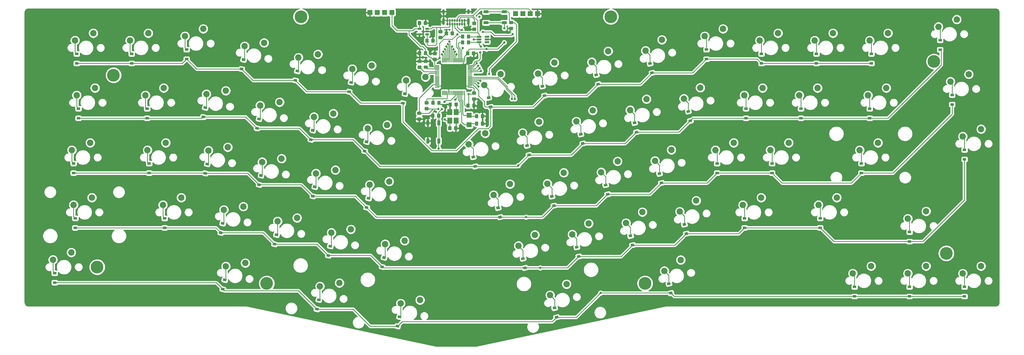
<source format=gbr>
G04 #@! TF.GenerationSoftware,KiCad,Pcbnew,(5.1.6)-1*
G04 #@! TF.CreationDate,2020-09-14T21:25:29+02:00*
G04 #@! TF.ProjectId,arisu,61726973-752e-46b6-9963-61645f706362,1.1*
G04 #@! TF.SameCoordinates,Original*
G04 #@! TF.FileFunction,Copper,L2,Bot*
G04 #@! TF.FilePolarity,Positive*
%FSLAX46Y46*%
G04 Gerber Fmt 4.6, Leading zero omitted, Abs format (unit mm)*
G04 Created by KiCad (PCBNEW (5.1.6)-1) date 2020-09-14 21:25:29*
%MOMM*%
%LPD*%
G01*
G04 APERTURE LIST*
G04 #@! TA.AperFunction,ComponentPad*
%ADD10O,0.650000X1.000000*%
G04 #@! TD*
G04 #@! TA.AperFunction,ComponentPad*
%ADD11O,0.900000X2.400000*%
G04 #@! TD*
G04 #@! TA.AperFunction,ComponentPad*
%ADD12O,0.900000X1.700000*%
G04 #@! TD*
G04 #@! TA.AperFunction,SMDPad,CuDef*
%ADD13R,1.220000X0.650000*%
G04 #@! TD*
G04 #@! TA.AperFunction,SMDPad,CuDef*
%ADD14R,1.700000X1.000000*%
G04 #@! TD*
G04 #@! TA.AperFunction,SMDPad,CuDef*
%ADD15R,1.725000X2.100000*%
G04 #@! TD*
G04 #@! TA.AperFunction,SMDPad,CuDef*
%ADD16R,1.000000X1.700000*%
G04 #@! TD*
G04 #@! TA.AperFunction,ComponentPad*
%ADD17R,1.700000X1.700000*%
G04 #@! TD*
G04 #@! TA.AperFunction,SMDPad,CuDef*
%ADD18R,1.800000X1.750000*%
G04 #@! TD*
G04 #@! TA.AperFunction,ComponentPad*
%ADD19C,4.400000*%
G04 #@! TD*
G04 #@! TA.AperFunction,SMDPad,CuDef*
%ADD20R,1.200000X0.900000*%
G04 #@! TD*
G04 #@! TA.AperFunction,SMDPad,CuDef*
%ADD21C,0.100000*%
G04 #@! TD*
G04 #@! TA.AperFunction,ComponentPad*
%ADD22C,2.200000*%
G04 #@! TD*
G04 #@! TA.AperFunction,SMDPad,CuDef*
%ADD23R,1.560000X0.650000*%
G04 #@! TD*
G04 #@! TA.AperFunction,ViaPad*
%ADD24C,0.800000*%
G04 #@! TD*
G04 #@! TA.AperFunction,Conductor*
%ADD25C,0.375000*%
G04 #@! TD*
G04 #@! TA.AperFunction,Conductor*
%ADD26C,0.250000*%
G04 #@! TD*
G04 #@! TA.AperFunction,Conductor*
%ADD27C,0.254000*%
G04 #@! TD*
G04 APERTURE END LIST*
G04 #@! TA.AperFunction,SMDPad,CuDef*
G36*
G01*
X163264001Y-62034000D02*
X162363999Y-62034000D01*
G75*
G02*
X162114000Y-61784001I0J249999D01*
G01*
X162114000Y-61133999D01*
G75*
G02*
X162363999Y-60884000I249999J0D01*
G01*
X163264001Y-60884000D01*
G75*
G02*
X163514000Y-61133999I0J-249999D01*
G01*
X163514000Y-61784001D01*
G75*
G02*
X163264001Y-62034000I-249999J0D01*
G01*
G37*
G04 #@! TD.AperFunction*
G04 #@! TA.AperFunction,SMDPad,CuDef*
G36*
G01*
X163264001Y-64084000D02*
X162363999Y-64084000D01*
G75*
G02*
X162114000Y-63834001I0J249999D01*
G01*
X162114000Y-63183999D01*
G75*
G02*
X162363999Y-62934000I249999J0D01*
G01*
X163264001Y-62934000D01*
G75*
G02*
X163514000Y-63183999I0J-249999D01*
G01*
X163514000Y-63834001D01*
G75*
G02*
X163264001Y-64084000I-249999J0D01*
G01*
G37*
G04 #@! TD.AperFunction*
G04 #@! TA.AperFunction,SMDPad,CuDef*
G36*
G01*
X182340001Y-30820000D02*
X181439999Y-30820000D01*
G75*
G02*
X181190000Y-30570001I0J249999D01*
G01*
X181190000Y-29919999D01*
G75*
G02*
X181439999Y-29670000I249999J0D01*
G01*
X182340001Y-29670000D01*
G75*
G02*
X182590000Y-29919999I0J-249999D01*
G01*
X182590000Y-30570001D01*
G75*
G02*
X182340001Y-30820000I-249999J0D01*
G01*
G37*
G04 #@! TD.AperFunction*
G04 #@! TA.AperFunction,SMDPad,CuDef*
G36*
G01*
X182340001Y-32870000D02*
X181439999Y-32870000D01*
G75*
G02*
X181190000Y-32620001I0J249999D01*
G01*
X181190000Y-31969999D01*
G75*
G02*
X181439999Y-31720000I249999J0D01*
G01*
X182340001Y-31720000D01*
G75*
G02*
X182590000Y-31969999I0J-249999D01*
G01*
X182590000Y-32620001D01*
G75*
G02*
X182340001Y-32870000I-249999J0D01*
G01*
G37*
G04 #@! TD.AperFunction*
D10*
X174275000Y-30530000D03*
X172575000Y-30530000D03*
X173425000Y-30530000D03*
X175125000Y-30530000D03*
X175975000Y-30530000D03*
X176825000Y-30530000D03*
X177675000Y-30530000D03*
X178525000Y-30530000D03*
X172575000Y-29205000D03*
X173430000Y-29205000D03*
X174280000Y-29205000D03*
X175130000Y-29205000D03*
X175980000Y-29205000D03*
X176830000Y-29205000D03*
X177680000Y-29205000D03*
X178530000Y-29205000D03*
D11*
X171225000Y-29550000D03*
X179875000Y-29550000D03*
D12*
X171225000Y-26170000D03*
X179875000Y-26170000D03*
D13*
X162900000Y-32120000D03*
X162900000Y-34020000D03*
X165520000Y-34020000D03*
X165520000Y-33070000D03*
X165520000Y-32120000D03*
D14*
X192280000Y-26220000D03*
X185980000Y-26220000D03*
X192280000Y-30020000D03*
X185980000Y-30020000D03*
G04 #@! TA.AperFunction,SMDPad,CuDef*
G36*
G01*
X181085000Y-52630000D02*
X179685000Y-52630000D01*
G75*
G02*
X179610000Y-52555000I0J75000D01*
G01*
X179610000Y-52405000D01*
G75*
G02*
X179685000Y-52330000I75000J0D01*
G01*
X181085000Y-52330000D01*
G75*
G02*
X181160000Y-52405000I0J-75000D01*
G01*
X181160000Y-52555000D01*
G75*
G02*
X181085000Y-52630000I-75000J0D01*
G01*
G37*
G04 #@! TD.AperFunction*
G04 #@! TA.AperFunction,SMDPad,CuDef*
G36*
G01*
X181085000Y-52130000D02*
X179685000Y-52130000D01*
G75*
G02*
X179610000Y-52055000I0J75000D01*
G01*
X179610000Y-51905000D01*
G75*
G02*
X179685000Y-51830000I75000J0D01*
G01*
X181085000Y-51830000D01*
G75*
G02*
X181160000Y-51905000I0J-75000D01*
G01*
X181160000Y-52055000D01*
G75*
G02*
X181085000Y-52130000I-75000J0D01*
G01*
G37*
G04 #@! TD.AperFunction*
G04 #@! TA.AperFunction,SMDPad,CuDef*
G36*
G01*
X181085000Y-51630000D02*
X179685000Y-51630000D01*
G75*
G02*
X179610000Y-51555000I0J75000D01*
G01*
X179610000Y-51405000D01*
G75*
G02*
X179685000Y-51330000I75000J0D01*
G01*
X181085000Y-51330000D01*
G75*
G02*
X181160000Y-51405000I0J-75000D01*
G01*
X181160000Y-51555000D01*
G75*
G02*
X181085000Y-51630000I-75000J0D01*
G01*
G37*
G04 #@! TD.AperFunction*
G04 #@! TA.AperFunction,SMDPad,CuDef*
G36*
G01*
X181085000Y-51130000D02*
X179685000Y-51130000D01*
G75*
G02*
X179610000Y-51055000I0J75000D01*
G01*
X179610000Y-50905000D01*
G75*
G02*
X179685000Y-50830000I75000J0D01*
G01*
X181085000Y-50830000D01*
G75*
G02*
X181160000Y-50905000I0J-75000D01*
G01*
X181160000Y-51055000D01*
G75*
G02*
X181085000Y-51130000I-75000J0D01*
G01*
G37*
G04 #@! TD.AperFunction*
G04 #@! TA.AperFunction,SMDPad,CuDef*
G36*
G01*
X181085000Y-50630000D02*
X179685000Y-50630000D01*
G75*
G02*
X179610000Y-50555000I0J75000D01*
G01*
X179610000Y-50405000D01*
G75*
G02*
X179685000Y-50330000I75000J0D01*
G01*
X181085000Y-50330000D01*
G75*
G02*
X181160000Y-50405000I0J-75000D01*
G01*
X181160000Y-50555000D01*
G75*
G02*
X181085000Y-50630000I-75000J0D01*
G01*
G37*
G04 #@! TD.AperFunction*
G04 #@! TA.AperFunction,SMDPad,CuDef*
G36*
G01*
X181085000Y-50130000D02*
X179685000Y-50130000D01*
G75*
G02*
X179610000Y-50055000I0J75000D01*
G01*
X179610000Y-49905000D01*
G75*
G02*
X179685000Y-49830000I75000J0D01*
G01*
X181085000Y-49830000D01*
G75*
G02*
X181160000Y-49905000I0J-75000D01*
G01*
X181160000Y-50055000D01*
G75*
G02*
X181085000Y-50130000I-75000J0D01*
G01*
G37*
G04 #@! TD.AperFunction*
G04 #@! TA.AperFunction,SMDPad,CuDef*
G36*
G01*
X181085000Y-49630000D02*
X179685000Y-49630000D01*
G75*
G02*
X179610000Y-49555000I0J75000D01*
G01*
X179610000Y-49405000D01*
G75*
G02*
X179685000Y-49330000I75000J0D01*
G01*
X181085000Y-49330000D01*
G75*
G02*
X181160000Y-49405000I0J-75000D01*
G01*
X181160000Y-49555000D01*
G75*
G02*
X181085000Y-49630000I-75000J0D01*
G01*
G37*
G04 #@! TD.AperFunction*
G04 #@! TA.AperFunction,SMDPad,CuDef*
G36*
G01*
X181085000Y-49130000D02*
X179685000Y-49130000D01*
G75*
G02*
X179610000Y-49055000I0J75000D01*
G01*
X179610000Y-48905000D01*
G75*
G02*
X179685000Y-48830000I75000J0D01*
G01*
X181085000Y-48830000D01*
G75*
G02*
X181160000Y-48905000I0J-75000D01*
G01*
X181160000Y-49055000D01*
G75*
G02*
X181085000Y-49130000I-75000J0D01*
G01*
G37*
G04 #@! TD.AperFunction*
G04 #@! TA.AperFunction,SMDPad,CuDef*
G36*
G01*
X181085000Y-48630000D02*
X179685000Y-48630000D01*
G75*
G02*
X179610000Y-48555000I0J75000D01*
G01*
X179610000Y-48405000D01*
G75*
G02*
X179685000Y-48330000I75000J0D01*
G01*
X181085000Y-48330000D01*
G75*
G02*
X181160000Y-48405000I0J-75000D01*
G01*
X181160000Y-48555000D01*
G75*
G02*
X181085000Y-48630000I-75000J0D01*
G01*
G37*
G04 #@! TD.AperFunction*
G04 #@! TA.AperFunction,SMDPad,CuDef*
G36*
G01*
X181085000Y-48130000D02*
X179685000Y-48130000D01*
G75*
G02*
X179610000Y-48055000I0J75000D01*
G01*
X179610000Y-47905000D01*
G75*
G02*
X179685000Y-47830000I75000J0D01*
G01*
X181085000Y-47830000D01*
G75*
G02*
X181160000Y-47905000I0J-75000D01*
G01*
X181160000Y-48055000D01*
G75*
G02*
X181085000Y-48130000I-75000J0D01*
G01*
G37*
G04 #@! TD.AperFunction*
G04 #@! TA.AperFunction,SMDPad,CuDef*
G36*
G01*
X181085000Y-47630000D02*
X179685000Y-47630000D01*
G75*
G02*
X179610000Y-47555000I0J75000D01*
G01*
X179610000Y-47405000D01*
G75*
G02*
X179685000Y-47330000I75000J0D01*
G01*
X181085000Y-47330000D01*
G75*
G02*
X181160000Y-47405000I0J-75000D01*
G01*
X181160000Y-47555000D01*
G75*
G02*
X181085000Y-47630000I-75000J0D01*
G01*
G37*
G04 #@! TD.AperFunction*
G04 #@! TA.AperFunction,SMDPad,CuDef*
G36*
G01*
X181085000Y-47130000D02*
X179685000Y-47130000D01*
G75*
G02*
X179610000Y-47055000I0J75000D01*
G01*
X179610000Y-46905000D01*
G75*
G02*
X179685000Y-46830000I75000J0D01*
G01*
X181085000Y-46830000D01*
G75*
G02*
X181160000Y-46905000I0J-75000D01*
G01*
X181160000Y-47055000D01*
G75*
G02*
X181085000Y-47130000I-75000J0D01*
G01*
G37*
G04 #@! TD.AperFunction*
G04 #@! TA.AperFunction,SMDPad,CuDef*
G36*
G01*
X181085000Y-46630000D02*
X179685000Y-46630000D01*
G75*
G02*
X179610000Y-46555000I0J75000D01*
G01*
X179610000Y-46405000D01*
G75*
G02*
X179685000Y-46330000I75000J0D01*
G01*
X181085000Y-46330000D01*
G75*
G02*
X181160000Y-46405000I0J-75000D01*
G01*
X181160000Y-46555000D01*
G75*
G02*
X181085000Y-46630000I-75000J0D01*
G01*
G37*
G04 #@! TD.AperFunction*
G04 #@! TA.AperFunction,SMDPad,CuDef*
G36*
G01*
X181085000Y-46130000D02*
X179685000Y-46130000D01*
G75*
G02*
X179610000Y-46055000I0J75000D01*
G01*
X179610000Y-45905000D01*
G75*
G02*
X179685000Y-45830000I75000J0D01*
G01*
X181085000Y-45830000D01*
G75*
G02*
X181160000Y-45905000I0J-75000D01*
G01*
X181160000Y-46055000D01*
G75*
G02*
X181085000Y-46130000I-75000J0D01*
G01*
G37*
G04 #@! TD.AperFunction*
G04 #@! TA.AperFunction,SMDPad,CuDef*
G36*
G01*
X181085000Y-45630000D02*
X179685000Y-45630000D01*
G75*
G02*
X179610000Y-45555000I0J75000D01*
G01*
X179610000Y-45405000D01*
G75*
G02*
X179685000Y-45330000I75000J0D01*
G01*
X181085000Y-45330000D01*
G75*
G02*
X181160000Y-45405000I0J-75000D01*
G01*
X181160000Y-45555000D01*
G75*
G02*
X181085000Y-45630000I-75000J0D01*
G01*
G37*
G04 #@! TD.AperFunction*
G04 #@! TA.AperFunction,SMDPad,CuDef*
G36*
G01*
X181085000Y-45130000D02*
X179685000Y-45130000D01*
G75*
G02*
X179610000Y-45055000I0J75000D01*
G01*
X179610000Y-44905000D01*
G75*
G02*
X179685000Y-44830000I75000J0D01*
G01*
X181085000Y-44830000D01*
G75*
G02*
X181160000Y-44905000I0J-75000D01*
G01*
X181160000Y-45055000D01*
G75*
G02*
X181085000Y-45130000I-75000J0D01*
G01*
G37*
G04 #@! TD.AperFunction*
G04 #@! TA.AperFunction,SMDPad,CuDef*
G36*
G01*
X178535000Y-43830000D02*
X178385000Y-43830000D01*
G75*
G02*
X178310000Y-43755000I0J75000D01*
G01*
X178310000Y-42355000D01*
G75*
G02*
X178385000Y-42280000I75000J0D01*
G01*
X178535000Y-42280000D01*
G75*
G02*
X178610000Y-42355000I0J-75000D01*
G01*
X178610000Y-43755000D01*
G75*
G02*
X178535000Y-43830000I-75000J0D01*
G01*
G37*
G04 #@! TD.AperFunction*
G04 #@! TA.AperFunction,SMDPad,CuDef*
G36*
G01*
X178035000Y-43830000D02*
X177885000Y-43830000D01*
G75*
G02*
X177810000Y-43755000I0J75000D01*
G01*
X177810000Y-42355000D01*
G75*
G02*
X177885000Y-42280000I75000J0D01*
G01*
X178035000Y-42280000D01*
G75*
G02*
X178110000Y-42355000I0J-75000D01*
G01*
X178110000Y-43755000D01*
G75*
G02*
X178035000Y-43830000I-75000J0D01*
G01*
G37*
G04 #@! TD.AperFunction*
G04 #@! TA.AperFunction,SMDPad,CuDef*
G36*
G01*
X177535000Y-43830000D02*
X177385000Y-43830000D01*
G75*
G02*
X177310000Y-43755000I0J75000D01*
G01*
X177310000Y-42355000D01*
G75*
G02*
X177385000Y-42280000I75000J0D01*
G01*
X177535000Y-42280000D01*
G75*
G02*
X177610000Y-42355000I0J-75000D01*
G01*
X177610000Y-43755000D01*
G75*
G02*
X177535000Y-43830000I-75000J0D01*
G01*
G37*
G04 #@! TD.AperFunction*
G04 #@! TA.AperFunction,SMDPad,CuDef*
G36*
G01*
X177035000Y-43830000D02*
X176885000Y-43830000D01*
G75*
G02*
X176810000Y-43755000I0J75000D01*
G01*
X176810000Y-42355000D01*
G75*
G02*
X176885000Y-42280000I75000J0D01*
G01*
X177035000Y-42280000D01*
G75*
G02*
X177110000Y-42355000I0J-75000D01*
G01*
X177110000Y-43755000D01*
G75*
G02*
X177035000Y-43830000I-75000J0D01*
G01*
G37*
G04 #@! TD.AperFunction*
G04 #@! TA.AperFunction,SMDPad,CuDef*
G36*
G01*
X176535000Y-43830000D02*
X176385000Y-43830000D01*
G75*
G02*
X176310000Y-43755000I0J75000D01*
G01*
X176310000Y-42355000D01*
G75*
G02*
X176385000Y-42280000I75000J0D01*
G01*
X176535000Y-42280000D01*
G75*
G02*
X176610000Y-42355000I0J-75000D01*
G01*
X176610000Y-43755000D01*
G75*
G02*
X176535000Y-43830000I-75000J0D01*
G01*
G37*
G04 #@! TD.AperFunction*
G04 #@! TA.AperFunction,SMDPad,CuDef*
G36*
G01*
X176035000Y-43830000D02*
X175885000Y-43830000D01*
G75*
G02*
X175810000Y-43755000I0J75000D01*
G01*
X175810000Y-42355000D01*
G75*
G02*
X175885000Y-42280000I75000J0D01*
G01*
X176035000Y-42280000D01*
G75*
G02*
X176110000Y-42355000I0J-75000D01*
G01*
X176110000Y-43755000D01*
G75*
G02*
X176035000Y-43830000I-75000J0D01*
G01*
G37*
G04 #@! TD.AperFunction*
G04 #@! TA.AperFunction,SMDPad,CuDef*
G36*
G01*
X175535000Y-43830000D02*
X175385000Y-43830000D01*
G75*
G02*
X175310000Y-43755000I0J75000D01*
G01*
X175310000Y-42355000D01*
G75*
G02*
X175385000Y-42280000I75000J0D01*
G01*
X175535000Y-42280000D01*
G75*
G02*
X175610000Y-42355000I0J-75000D01*
G01*
X175610000Y-43755000D01*
G75*
G02*
X175535000Y-43830000I-75000J0D01*
G01*
G37*
G04 #@! TD.AperFunction*
G04 #@! TA.AperFunction,SMDPad,CuDef*
G36*
G01*
X175035000Y-43830000D02*
X174885000Y-43830000D01*
G75*
G02*
X174810000Y-43755000I0J75000D01*
G01*
X174810000Y-42355000D01*
G75*
G02*
X174885000Y-42280000I75000J0D01*
G01*
X175035000Y-42280000D01*
G75*
G02*
X175110000Y-42355000I0J-75000D01*
G01*
X175110000Y-43755000D01*
G75*
G02*
X175035000Y-43830000I-75000J0D01*
G01*
G37*
G04 #@! TD.AperFunction*
G04 #@! TA.AperFunction,SMDPad,CuDef*
G36*
G01*
X174535000Y-43830000D02*
X174385000Y-43830000D01*
G75*
G02*
X174310000Y-43755000I0J75000D01*
G01*
X174310000Y-42355000D01*
G75*
G02*
X174385000Y-42280000I75000J0D01*
G01*
X174535000Y-42280000D01*
G75*
G02*
X174610000Y-42355000I0J-75000D01*
G01*
X174610000Y-43755000D01*
G75*
G02*
X174535000Y-43830000I-75000J0D01*
G01*
G37*
G04 #@! TD.AperFunction*
G04 #@! TA.AperFunction,SMDPad,CuDef*
G36*
G01*
X174035000Y-43830000D02*
X173885000Y-43830000D01*
G75*
G02*
X173810000Y-43755000I0J75000D01*
G01*
X173810000Y-42355000D01*
G75*
G02*
X173885000Y-42280000I75000J0D01*
G01*
X174035000Y-42280000D01*
G75*
G02*
X174110000Y-42355000I0J-75000D01*
G01*
X174110000Y-43755000D01*
G75*
G02*
X174035000Y-43830000I-75000J0D01*
G01*
G37*
G04 #@! TD.AperFunction*
G04 #@! TA.AperFunction,SMDPad,CuDef*
G36*
G01*
X173535000Y-43830000D02*
X173385000Y-43830000D01*
G75*
G02*
X173310000Y-43755000I0J75000D01*
G01*
X173310000Y-42355000D01*
G75*
G02*
X173385000Y-42280000I75000J0D01*
G01*
X173535000Y-42280000D01*
G75*
G02*
X173610000Y-42355000I0J-75000D01*
G01*
X173610000Y-43755000D01*
G75*
G02*
X173535000Y-43830000I-75000J0D01*
G01*
G37*
G04 #@! TD.AperFunction*
G04 #@! TA.AperFunction,SMDPad,CuDef*
G36*
G01*
X173035000Y-43830000D02*
X172885000Y-43830000D01*
G75*
G02*
X172810000Y-43755000I0J75000D01*
G01*
X172810000Y-42355000D01*
G75*
G02*
X172885000Y-42280000I75000J0D01*
G01*
X173035000Y-42280000D01*
G75*
G02*
X173110000Y-42355000I0J-75000D01*
G01*
X173110000Y-43755000D01*
G75*
G02*
X173035000Y-43830000I-75000J0D01*
G01*
G37*
G04 #@! TD.AperFunction*
G04 #@! TA.AperFunction,SMDPad,CuDef*
G36*
G01*
X172535000Y-43830000D02*
X172385000Y-43830000D01*
G75*
G02*
X172310000Y-43755000I0J75000D01*
G01*
X172310000Y-42355000D01*
G75*
G02*
X172385000Y-42280000I75000J0D01*
G01*
X172535000Y-42280000D01*
G75*
G02*
X172610000Y-42355000I0J-75000D01*
G01*
X172610000Y-43755000D01*
G75*
G02*
X172535000Y-43830000I-75000J0D01*
G01*
G37*
G04 #@! TD.AperFunction*
G04 #@! TA.AperFunction,SMDPad,CuDef*
G36*
G01*
X172035000Y-43830000D02*
X171885000Y-43830000D01*
G75*
G02*
X171810000Y-43755000I0J75000D01*
G01*
X171810000Y-42355000D01*
G75*
G02*
X171885000Y-42280000I75000J0D01*
G01*
X172035000Y-42280000D01*
G75*
G02*
X172110000Y-42355000I0J-75000D01*
G01*
X172110000Y-43755000D01*
G75*
G02*
X172035000Y-43830000I-75000J0D01*
G01*
G37*
G04 #@! TD.AperFunction*
G04 #@! TA.AperFunction,SMDPad,CuDef*
G36*
G01*
X171535000Y-43830000D02*
X171385000Y-43830000D01*
G75*
G02*
X171310000Y-43755000I0J75000D01*
G01*
X171310000Y-42355000D01*
G75*
G02*
X171385000Y-42280000I75000J0D01*
G01*
X171535000Y-42280000D01*
G75*
G02*
X171610000Y-42355000I0J-75000D01*
G01*
X171610000Y-43755000D01*
G75*
G02*
X171535000Y-43830000I-75000J0D01*
G01*
G37*
G04 #@! TD.AperFunction*
G04 #@! TA.AperFunction,SMDPad,CuDef*
G36*
G01*
X171035000Y-43830000D02*
X170885000Y-43830000D01*
G75*
G02*
X170810000Y-43755000I0J75000D01*
G01*
X170810000Y-42355000D01*
G75*
G02*
X170885000Y-42280000I75000J0D01*
G01*
X171035000Y-42280000D01*
G75*
G02*
X171110000Y-42355000I0J-75000D01*
G01*
X171110000Y-43755000D01*
G75*
G02*
X171035000Y-43830000I-75000J0D01*
G01*
G37*
G04 #@! TD.AperFunction*
G04 #@! TA.AperFunction,SMDPad,CuDef*
G36*
G01*
X169735000Y-45130000D02*
X168335000Y-45130000D01*
G75*
G02*
X168260000Y-45055000I0J75000D01*
G01*
X168260000Y-44905000D01*
G75*
G02*
X168335000Y-44830000I75000J0D01*
G01*
X169735000Y-44830000D01*
G75*
G02*
X169810000Y-44905000I0J-75000D01*
G01*
X169810000Y-45055000D01*
G75*
G02*
X169735000Y-45130000I-75000J0D01*
G01*
G37*
G04 #@! TD.AperFunction*
G04 #@! TA.AperFunction,SMDPad,CuDef*
G36*
G01*
X169735000Y-45630000D02*
X168335000Y-45630000D01*
G75*
G02*
X168260000Y-45555000I0J75000D01*
G01*
X168260000Y-45405000D01*
G75*
G02*
X168335000Y-45330000I75000J0D01*
G01*
X169735000Y-45330000D01*
G75*
G02*
X169810000Y-45405000I0J-75000D01*
G01*
X169810000Y-45555000D01*
G75*
G02*
X169735000Y-45630000I-75000J0D01*
G01*
G37*
G04 #@! TD.AperFunction*
G04 #@! TA.AperFunction,SMDPad,CuDef*
G36*
G01*
X169735000Y-46130000D02*
X168335000Y-46130000D01*
G75*
G02*
X168260000Y-46055000I0J75000D01*
G01*
X168260000Y-45905000D01*
G75*
G02*
X168335000Y-45830000I75000J0D01*
G01*
X169735000Y-45830000D01*
G75*
G02*
X169810000Y-45905000I0J-75000D01*
G01*
X169810000Y-46055000D01*
G75*
G02*
X169735000Y-46130000I-75000J0D01*
G01*
G37*
G04 #@! TD.AperFunction*
G04 #@! TA.AperFunction,SMDPad,CuDef*
G36*
G01*
X169735000Y-46630000D02*
X168335000Y-46630000D01*
G75*
G02*
X168260000Y-46555000I0J75000D01*
G01*
X168260000Y-46405000D01*
G75*
G02*
X168335000Y-46330000I75000J0D01*
G01*
X169735000Y-46330000D01*
G75*
G02*
X169810000Y-46405000I0J-75000D01*
G01*
X169810000Y-46555000D01*
G75*
G02*
X169735000Y-46630000I-75000J0D01*
G01*
G37*
G04 #@! TD.AperFunction*
G04 #@! TA.AperFunction,SMDPad,CuDef*
G36*
G01*
X169735000Y-47130000D02*
X168335000Y-47130000D01*
G75*
G02*
X168260000Y-47055000I0J75000D01*
G01*
X168260000Y-46905000D01*
G75*
G02*
X168335000Y-46830000I75000J0D01*
G01*
X169735000Y-46830000D01*
G75*
G02*
X169810000Y-46905000I0J-75000D01*
G01*
X169810000Y-47055000D01*
G75*
G02*
X169735000Y-47130000I-75000J0D01*
G01*
G37*
G04 #@! TD.AperFunction*
G04 #@! TA.AperFunction,SMDPad,CuDef*
G36*
G01*
X169735000Y-47630000D02*
X168335000Y-47630000D01*
G75*
G02*
X168260000Y-47555000I0J75000D01*
G01*
X168260000Y-47405000D01*
G75*
G02*
X168335000Y-47330000I75000J0D01*
G01*
X169735000Y-47330000D01*
G75*
G02*
X169810000Y-47405000I0J-75000D01*
G01*
X169810000Y-47555000D01*
G75*
G02*
X169735000Y-47630000I-75000J0D01*
G01*
G37*
G04 #@! TD.AperFunction*
G04 #@! TA.AperFunction,SMDPad,CuDef*
G36*
G01*
X169735000Y-48130000D02*
X168335000Y-48130000D01*
G75*
G02*
X168260000Y-48055000I0J75000D01*
G01*
X168260000Y-47905000D01*
G75*
G02*
X168335000Y-47830000I75000J0D01*
G01*
X169735000Y-47830000D01*
G75*
G02*
X169810000Y-47905000I0J-75000D01*
G01*
X169810000Y-48055000D01*
G75*
G02*
X169735000Y-48130000I-75000J0D01*
G01*
G37*
G04 #@! TD.AperFunction*
G04 #@! TA.AperFunction,SMDPad,CuDef*
G36*
G01*
X169735000Y-48630000D02*
X168335000Y-48630000D01*
G75*
G02*
X168260000Y-48555000I0J75000D01*
G01*
X168260000Y-48405000D01*
G75*
G02*
X168335000Y-48330000I75000J0D01*
G01*
X169735000Y-48330000D01*
G75*
G02*
X169810000Y-48405000I0J-75000D01*
G01*
X169810000Y-48555000D01*
G75*
G02*
X169735000Y-48630000I-75000J0D01*
G01*
G37*
G04 #@! TD.AperFunction*
G04 #@! TA.AperFunction,SMDPad,CuDef*
G36*
G01*
X169735000Y-49130000D02*
X168335000Y-49130000D01*
G75*
G02*
X168260000Y-49055000I0J75000D01*
G01*
X168260000Y-48905000D01*
G75*
G02*
X168335000Y-48830000I75000J0D01*
G01*
X169735000Y-48830000D01*
G75*
G02*
X169810000Y-48905000I0J-75000D01*
G01*
X169810000Y-49055000D01*
G75*
G02*
X169735000Y-49130000I-75000J0D01*
G01*
G37*
G04 #@! TD.AperFunction*
G04 #@! TA.AperFunction,SMDPad,CuDef*
G36*
G01*
X169735000Y-49630000D02*
X168335000Y-49630000D01*
G75*
G02*
X168260000Y-49555000I0J75000D01*
G01*
X168260000Y-49405000D01*
G75*
G02*
X168335000Y-49330000I75000J0D01*
G01*
X169735000Y-49330000D01*
G75*
G02*
X169810000Y-49405000I0J-75000D01*
G01*
X169810000Y-49555000D01*
G75*
G02*
X169735000Y-49630000I-75000J0D01*
G01*
G37*
G04 #@! TD.AperFunction*
G04 #@! TA.AperFunction,SMDPad,CuDef*
G36*
G01*
X169735000Y-50130000D02*
X168335000Y-50130000D01*
G75*
G02*
X168260000Y-50055000I0J75000D01*
G01*
X168260000Y-49905000D01*
G75*
G02*
X168335000Y-49830000I75000J0D01*
G01*
X169735000Y-49830000D01*
G75*
G02*
X169810000Y-49905000I0J-75000D01*
G01*
X169810000Y-50055000D01*
G75*
G02*
X169735000Y-50130000I-75000J0D01*
G01*
G37*
G04 #@! TD.AperFunction*
G04 #@! TA.AperFunction,SMDPad,CuDef*
G36*
G01*
X169735000Y-50630000D02*
X168335000Y-50630000D01*
G75*
G02*
X168260000Y-50555000I0J75000D01*
G01*
X168260000Y-50405000D01*
G75*
G02*
X168335000Y-50330000I75000J0D01*
G01*
X169735000Y-50330000D01*
G75*
G02*
X169810000Y-50405000I0J-75000D01*
G01*
X169810000Y-50555000D01*
G75*
G02*
X169735000Y-50630000I-75000J0D01*
G01*
G37*
G04 #@! TD.AperFunction*
G04 #@! TA.AperFunction,SMDPad,CuDef*
G36*
G01*
X169735000Y-51130000D02*
X168335000Y-51130000D01*
G75*
G02*
X168260000Y-51055000I0J75000D01*
G01*
X168260000Y-50905000D01*
G75*
G02*
X168335000Y-50830000I75000J0D01*
G01*
X169735000Y-50830000D01*
G75*
G02*
X169810000Y-50905000I0J-75000D01*
G01*
X169810000Y-51055000D01*
G75*
G02*
X169735000Y-51130000I-75000J0D01*
G01*
G37*
G04 #@! TD.AperFunction*
G04 #@! TA.AperFunction,SMDPad,CuDef*
G36*
G01*
X169735000Y-51630000D02*
X168335000Y-51630000D01*
G75*
G02*
X168260000Y-51555000I0J75000D01*
G01*
X168260000Y-51405000D01*
G75*
G02*
X168335000Y-51330000I75000J0D01*
G01*
X169735000Y-51330000D01*
G75*
G02*
X169810000Y-51405000I0J-75000D01*
G01*
X169810000Y-51555000D01*
G75*
G02*
X169735000Y-51630000I-75000J0D01*
G01*
G37*
G04 #@! TD.AperFunction*
G04 #@! TA.AperFunction,SMDPad,CuDef*
G36*
G01*
X169735000Y-52130000D02*
X168335000Y-52130000D01*
G75*
G02*
X168260000Y-52055000I0J75000D01*
G01*
X168260000Y-51905000D01*
G75*
G02*
X168335000Y-51830000I75000J0D01*
G01*
X169735000Y-51830000D01*
G75*
G02*
X169810000Y-51905000I0J-75000D01*
G01*
X169810000Y-52055000D01*
G75*
G02*
X169735000Y-52130000I-75000J0D01*
G01*
G37*
G04 #@! TD.AperFunction*
G04 #@! TA.AperFunction,SMDPad,CuDef*
G36*
G01*
X169735000Y-52630000D02*
X168335000Y-52630000D01*
G75*
G02*
X168260000Y-52555000I0J75000D01*
G01*
X168260000Y-52405000D01*
G75*
G02*
X168335000Y-52330000I75000J0D01*
G01*
X169735000Y-52330000D01*
G75*
G02*
X169810000Y-52405000I0J-75000D01*
G01*
X169810000Y-52555000D01*
G75*
G02*
X169735000Y-52630000I-75000J0D01*
G01*
G37*
G04 #@! TD.AperFunction*
G04 #@! TA.AperFunction,SMDPad,CuDef*
G36*
G01*
X171035000Y-55180000D02*
X170885000Y-55180000D01*
G75*
G02*
X170810000Y-55105000I0J75000D01*
G01*
X170810000Y-53705000D01*
G75*
G02*
X170885000Y-53630000I75000J0D01*
G01*
X171035000Y-53630000D01*
G75*
G02*
X171110000Y-53705000I0J-75000D01*
G01*
X171110000Y-55105000D01*
G75*
G02*
X171035000Y-55180000I-75000J0D01*
G01*
G37*
G04 #@! TD.AperFunction*
G04 #@! TA.AperFunction,SMDPad,CuDef*
G36*
G01*
X171535000Y-55180000D02*
X171385000Y-55180000D01*
G75*
G02*
X171310000Y-55105000I0J75000D01*
G01*
X171310000Y-53705000D01*
G75*
G02*
X171385000Y-53630000I75000J0D01*
G01*
X171535000Y-53630000D01*
G75*
G02*
X171610000Y-53705000I0J-75000D01*
G01*
X171610000Y-55105000D01*
G75*
G02*
X171535000Y-55180000I-75000J0D01*
G01*
G37*
G04 #@! TD.AperFunction*
G04 #@! TA.AperFunction,SMDPad,CuDef*
G36*
G01*
X172035000Y-55180000D02*
X171885000Y-55180000D01*
G75*
G02*
X171810000Y-55105000I0J75000D01*
G01*
X171810000Y-53705000D01*
G75*
G02*
X171885000Y-53630000I75000J0D01*
G01*
X172035000Y-53630000D01*
G75*
G02*
X172110000Y-53705000I0J-75000D01*
G01*
X172110000Y-55105000D01*
G75*
G02*
X172035000Y-55180000I-75000J0D01*
G01*
G37*
G04 #@! TD.AperFunction*
G04 #@! TA.AperFunction,SMDPad,CuDef*
G36*
G01*
X172535000Y-55180000D02*
X172385000Y-55180000D01*
G75*
G02*
X172310000Y-55105000I0J75000D01*
G01*
X172310000Y-53705000D01*
G75*
G02*
X172385000Y-53630000I75000J0D01*
G01*
X172535000Y-53630000D01*
G75*
G02*
X172610000Y-53705000I0J-75000D01*
G01*
X172610000Y-55105000D01*
G75*
G02*
X172535000Y-55180000I-75000J0D01*
G01*
G37*
G04 #@! TD.AperFunction*
G04 #@! TA.AperFunction,SMDPad,CuDef*
G36*
G01*
X173035000Y-55180000D02*
X172885000Y-55180000D01*
G75*
G02*
X172810000Y-55105000I0J75000D01*
G01*
X172810000Y-53705000D01*
G75*
G02*
X172885000Y-53630000I75000J0D01*
G01*
X173035000Y-53630000D01*
G75*
G02*
X173110000Y-53705000I0J-75000D01*
G01*
X173110000Y-55105000D01*
G75*
G02*
X173035000Y-55180000I-75000J0D01*
G01*
G37*
G04 #@! TD.AperFunction*
G04 #@! TA.AperFunction,SMDPad,CuDef*
G36*
G01*
X173535000Y-55180000D02*
X173385000Y-55180000D01*
G75*
G02*
X173310000Y-55105000I0J75000D01*
G01*
X173310000Y-53705000D01*
G75*
G02*
X173385000Y-53630000I75000J0D01*
G01*
X173535000Y-53630000D01*
G75*
G02*
X173610000Y-53705000I0J-75000D01*
G01*
X173610000Y-55105000D01*
G75*
G02*
X173535000Y-55180000I-75000J0D01*
G01*
G37*
G04 #@! TD.AperFunction*
G04 #@! TA.AperFunction,SMDPad,CuDef*
G36*
G01*
X174035000Y-55180000D02*
X173885000Y-55180000D01*
G75*
G02*
X173810000Y-55105000I0J75000D01*
G01*
X173810000Y-53705000D01*
G75*
G02*
X173885000Y-53630000I75000J0D01*
G01*
X174035000Y-53630000D01*
G75*
G02*
X174110000Y-53705000I0J-75000D01*
G01*
X174110000Y-55105000D01*
G75*
G02*
X174035000Y-55180000I-75000J0D01*
G01*
G37*
G04 #@! TD.AperFunction*
G04 #@! TA.AperFunction,SMDPad,CuDef*
G36*
G01*
X174535000Y-55180000D02*
X174385000Y-55180000D01*
G75*
G02*
X174310000Y-55105000I0J75000D01*
G01*
X174310000Y-53705000D01*
G75*
G02*
X174385000Y-53630000I75000J0D01*
G01*
X174535000Y-53630000D01*
G75*
G02*
X174610000Y-53705000I0J-75000D01*
G01*
X174610000Y-55105000D01*
G75*
G02*
X174535000Y-55180000I-75000J0D01*
G01*
G37*
G04 #@! TD.AperFunction*
G04 #@! TA.AperFunction,SMDPad,CuDef*
G36*
G01*
X175035000Y-55180000D02*
X174885000Y-55180000D01*
G75*
G02*
X174810000Y-55105000I0J75000D01*
G01*
X174810000Y-53705000D01*
G75*
G02*
X174885000Y-53630000I75000J0D01*
G01*
X175035000Y-53630000D01*
G75*
G02*
X175110000Y-53705000I0J-75000D01*
G01*
X175110000Y-55105000D01*
G75*
G02*
X175035000Y-55180000I-75000J0D01*
G01*
G37*
G04 #@! TD.AperFunction*
G04 #@! TA.AperFunction,SMDPad,CuDef*
G36*
G01*
X175535000Y-55180000D02*
X175385000Y-55180000D01*
G75*
G02*
X175310000Y-55105000I0J75000D01*
G01*
X175310000Y-53705000D01*
G75*
G02*
X175385000Y-53630000I75000J0D01*
G01*
X175535000Y-53630000D01*
G75*
G02*
X175610000Y-53705000I0J-75000D01*
G01*
X175610000Y-55105000D01*
G75*
G02*
X175535000Y-55180000I-75000J0D01*
G01*
G37*
G04 #@! TD.AperFunction*
G04 #@! TA.AperFunction,SMDPad,CuDef*
G36*
G01*
X176035000Y-55180000D02*
X175885000Y-55180000D01*
G75*
G02*
X175810000Y-55105000I0J75000D01*
G01*
X175810000Y-53705000D01*
G75*
G02*
X175885000Y-53630000I75000J0D01*
G01*
X176035000Y-53630000D01*
G75*
G02*
X176110000Y-53705000I0J-75000D01*
G01*
X176110000Y-55105000D01*
G75*
G02*
X176035000Y-55180000I-75000J0D01*
G01*
G37*
G04 #@! TD.AperFunction*
G04 #@! TA.AperFunction,SMDPad,CuDef*
G36*
G01*
X176535000Y-55180000D02*
X176385000Y-55180000D01*
G75*
G02*
X176310000Y-55105000I0J75000D01*
G01*
X176310000Y-53705000D01*
G75*
G02*
X176385000Y-53630000I75000J0D01*
G01*
X176535000Y-53630000D01*
G75*
G02*
X176610000Y-53705000I0J-75000D01*
G01*
X176610000Y-55105000D01*
G75*
G02*
X176535000Y-55180000I-75000J0D01*
G01*
G37*
G04 #@! TD.AperFunction*
G04 #@! TA.AperFunction,SMDPad,CuDef*
G36*
G01*
X177035000Y-55180000D02*
X176885000Y-55180000D01*
G75*
G02*
X176810000Y-55105000I0J75000D01*
G01*
X176810000Y-53705000D01*
G75*
G02*
X176885000Y-53630000I75000J0D01*
G01*
X177035000Y-53630000D01*
G75*
G02*
X177110000Y-53705000I0J-75000D01*
G01*
X177110000Y-55105000D01*
G75*
G02*
X177035000Y-55180000I-75000J0D01*
G01*
G37*
G04 #@! TD.AperFunction*
G04 #@! TA.AperFunction,SMDPad,CuDef*
G36*
G01*
X177535000Y-55180000D02*
X177385000Y-55180000D01*
G75*
G02*
X177310000Y-55105000I0J75000D01*
G01*
X177310000Y-53705000D01*
G75*
G02*
X177385000Y-53630000I75000J0D01*
G01*
X177535000Y-53630000D01*
G75*
G02*
X177610000Y-53705000I0J-75000D01*
G01*
X177610000Y-55105000D01*
G75*
G02*
X177535000Y-55180000I-75000J0D01*
G01*
G37*
G04 #@! TD.AperFunction*
G04 #@! TA.AperFunction,SMDPad,CuDef*
G36*
G01*
X178035000Y-55180000D02*
X177885000Y-55180000D01*
G75*
G02*
X177810000Y-55105000I0J75000D01*
G01*
X177810000Y-53705000D01*
G75*
G02*
X177885000Y-53630000I75000J0D01*
G01*
X178035000Y-53630000D01*
G75*
G02*
X178110000Y-53705000I0J-75000D01*
G01*
X178110000Y-55105000D01*
G75*
G02*
X178035000Y-55180000I-75000J0D01*
G01*
G37*
G04 #@! TD.AperFunction*
G04 #@! TA.AperFunction,SMDPad,CuDef*
G36*
G01*
X178535000Y-55180000D02*
X178385000Y-55180000D01*
G75*
G02*
X178310000Y-55105000I0J75000D01*
G01*
X178310000Y-53705000D01*
G75*
G02*
X178385000Y-53630000I75000J0D01*
G01*
X178535000Y-53630000D01*
G75*
G02*
X178610000Y-53705000I0J-75000D01*
G01*
X178610000Y-55105000D01*
G75*
G02*
X178535000Y-55180000I-75000J0D01*
G01*
G37*
G04 #@! TD.AperFunction*
G04 #@! TA.AperFunction,SMDPad,CuDef*
G36*
G01*
X164380000Y-30570001D02*
X164380000Y-29669999D01*
G75*
G02*
X164629999Y-29420000I249999J0D01*
G01*
X165280001Y-29420000D01*
G75*
G02*
X165530000Y-29669999I0J-249999D01*
G01*
X165530000Y-30570001D01*
G75*
G02*
X165280001Y-30820000I-249999J0D01*
G01*
X164629999Y-30820000D01*
G75*
G02*
X164380000Y-30570001I0J249999D01*
G01*
G37*
G04 #@! TD.AperFunction*
G04 #@! TA.AperFunction,SMDPad,CuDef*
G36*
G01*
X162330000Y-30570001D02*
X162330000Y-29669999D01*
G75*
G02*
X162579999Y-29420000I249999J0D01*
G01*
X163230001Y-29420000D01*
G75*
G02*
X163480000Y-29669999I0J-249999D01*
G01*
X163480000Y-30570001D01*
G75*
G02*
X163230001Y-30820000I-249999J0D01*
G01*
X162579999Y-30820000D01*
G75*
G02*
X162330000Y-30570001I0J249999D01*
G01*
G37*
G04 #@! TD.AperFunction*
D15*
X175597500Y-63990000D03*
X175597500Y-61090000D03*
X173422500Y-61090000D03*
X173422500Y-63990000D03*
G04 #@! TA.AperFunction,SMDPad,CuDef*
G36*
G01*
X165820001Y-58430000D02*
X164919999Y-58430000D01*
G75*
G02*
X164670000Y-58180001I0J249999D01*
G01*
X164670000Y-57529999D01*
G75*
G02*
X164919999Y-57280000I249999J0D01*
G01*
X165820001Y-57280000D01*
G75*
G02*
X166070000Y-57529999I0J-249999D01*
G01*
X166070000Y-58180001D01*
G75*
G02*
X165820001Y-58430000I-249999J0D01*
G01*
G37*
G04 #@! TD.AperFunction*
G04 #@! TA.AperFunction,SMDPad,CuDef*
G36*
G01*
X165820001Y-60480000D02*
X164919999Y-60480000D01*
G75*
G02*
X164670000Y-60230001I0J249999D01*
G01*
X164670000Y-59579999D01*
G75*
G02*
X164919999Y-59330000I249999J0D01*
G01*
X165820001Y-59330000D01*
G75*
G02*
X166070000Y-59579999I0J-249999D01*
G01*
X166070000Y-60230001D01*
G75*
G02*
X165820001Y-60480000I-249999J0D01*
G01*
G37*
G04 #@! TD.AperFunction*
G04 #@! TA.AperFunction,SMDPad,CuDef*
G36*
G01*
X181200000Y-59280001D02*
X181200000Y-58379999D01*
G75*
G02*
X181449999Y-58130000I249999J0D01*
G01*
X182100001Y-58130000D01*
G75*
G02*
X182350000Y-58379999I0J-249999D01*
G01*
X182350000Y-59280001D01*
G75*
G02*
X182100001Y-59530000I-249999J0D01*
G01*
X181449999Y-59530000D01*
G75*
G02*
X181200000Y-59280001I0J249999D01*
G01*
G37*
G04 #@! TD.AperFunction*
G04 #@! TA.AperFunction,SMDPad,CuDef*
G36*
G01*
X179150000Y-59280001D02*
X179150000Y-58379999D01*
G75*
G02*
X179399999Y-58130000I249999J0D01*
G01*
X180050001Y-58130000D01*
G75*
G02*
X180300000Y-58379999I0J-249999D01*
G01*
X180300000Y-59280001D01*
G75*
G02*
X180050001Y-59530000I-249999J0D01*
G01*
X179399999Y-59530000D01*
G75*
G02*
X179150000Y-59280001I0J249999D01*
G01*
G37*
G04 #@! TD.AperFunction*
G04 #@! TA.AperFunction,SMDPad,CuDef*
G36*
G01*
X166090000Y-35819999D02*
X166090000Y-36720001D01*
G75*
G02*
X165840001Y-36970000I-249999J0D01*
G01*
X165189999Y-36970000D01*
G75*
G02*
X164940000Y-36720001I0J249999D01*
G01*
X164940000Y-35819999D01*
G75*
G02*
X165189999Y-35570000I249999J0D01*
G01*
X165840001Y-35570000D01*
G75*
G02*
X166090000Y-35819999I0J-249999D01*
G01*
G37*
G04 #@! TD.AperFunction*
G04 #@! TA.AperFunction,SMDPad,CuDef*
G36*
G01*
X168140000Y-35819999D02*
X168140000Y-36720001D01*
G75*
G02*
X167890001Y-36970000I-249999J0D01*
G01*
X167239999Y-36970000D01*
G75*
G02*
X166990000Y-36720001I0J249999D01*
G01*
X166990000Y-35819999D01*
G75*
G02*
X167239999Y-35570000I249999J0D01*
G01*
X167890001Y-35570000D01*
G75*
G02*
X168140000Y-35819999I0J-249999D01*
G01*
G37*
G04 #@! TD.AperFunction*
G04 #@! TA.AperFunction,SMDPad,CuDef*
G36*
G01*
X163380001Y-44000000D02*
X162479999Y-44000000D01*
G75*
G02*
X162230000Y-43750001I0J249999D01*
G01*
X162230000Y-43099999D01*
G75*
G02*
X162479999Y-42850000I249999J0D01*
G01*
X163380001Y-42850000D01*
G75*
G02*
X163630000Y-43099999I0J-249999D01*
G01*
X163630000Y-43750001D01*
G75*
G02*
X163380001Y-44000000I-249999J0D01*
G01*
G37*
G04 #@! TD.AperFunction*
G04 #@! TA.AperFunction,SMDPad,CuDef*
G36*
G01*
X163380001Y-46050000D02*
X162479999Y-46050000D01*
G75*
G02*
X162230000Y-45800001I0J249999D01*
G01*
X162230000Y-45149999D01*
G75*
G02*
X162479999Y-44900000I249999J0D01*
G01*
X163380001Y-44900000D01*
G75*
G02*
X163630000Y-45149999I0J-249999D01*
G01*
X163630000Y-45800001D01*
G75*
G02*
X163380001Y-46050000I-249999J0D01*
G01*
G37*
G04 #@! TD.AperFunction*
G04 #@! TA.AperFunction,SMDPad,CuDef*
G36*
G01*
X195130001Y-30530000D02*
X194229999Y-30530000D01*
G75*
G02*
X193980000Y-30280001I0J249999D01*
G01*
X193980000Y-29629999D01*
G75*
G02*
X194229999Y-29380000I249999J0D01*
G01*
X195130001Y-29380000D01*
G75*
G02*
X195380000Y-29629999I0J-249999D01*
G01*
X195380000Y-30280001D01*
G75*
G02*
X195130001Y-30530000I-249999J0D01*
G01*
G37*
G04 #@! TD.AperFunction*
G04 #@! TA.AperFunction,SMDPad,CuDef*
G36*
G01*
X195130001Y-32580000D02*
X194229999Y-32580000D01*
G75*
G02*
X193980000Y-32330001I0J249999D01*
G01*
X193980000Y-31679999D01*
G75*
G02*
X194229999Y-31430000I249999J0D01*
G01*
X195130001Y-31430000D01*
G75*
G02*
X195380000Y-31679999I0J-249999D01*
G01*
X195380000Y-32330001D01*
G75*
G02*
X195130001Y-32580000I-249999J0D01*
G01*
G37*
G04 #@! TD.AperFunction*
G04 #@! TA.AperFunction,SMDPad,CuDef*
G36*
G01*
X179330000Y-35260001D02*
X179330000Y-34359999D01*
G75*
G02*
X179579999Y-34110000I249999J0D01*
G01*
X180230001Y-34110000D01*
G75*
G02*
X180480000Y-34359999I0J-249999D01*
G01*
X180480000Y-35260001D01*
G75*
G02*
X180230001Y-35510000I-249999J0D01*
G01*
X179579999Y-35510000D01*
G75*
G02*
X179330000Y-35260001I0J249999D01*
G01*
G37*
G04 #@! TD.AperFunction*
G04 #@! TA.AperFunction,SMDPad,CuDef*
G36*
G01*
X177280000Y-35260001D02*
X177280000Y-34359999D01*
G75*
G02*
X177529999Y-34110000I249999J0D01*
G01*
X178180001Y-34110000D01*
G75*
G02*
X178430000Y-34359999I0J-249999D01*
G01*
X178430000Y-35260001D01*
G75*
G02*
X178180001Y-35510000I-249999J0D01*
G01*
X177529999Y-35510000D01*
G75*
G02*
X177280000Y-35260001I0J249999D01*
G01*
G37*
G04 #@! TD.AperFunction*
G04 #@! TA.AperFunction,SMDPad,CuDef*
G36*
G01*
X179330000Y-37290001D02*
X179330000Y-36389999D01*
G75*
G02*
X179579999Y-36140000I249999J0D01*
G01*
X180230001Y-36140000D01*
G75*
G02*
X180480000Y-36389999I0J-249999D01*
G01*
X180480000Y-37290001D01*
G75*
G02*
X180230001Y-37540000I-249999J0D01*
G01*
X179579999Y-37540000D01*
G75*
G02*
X179330000Y-37290001I0J249999D01*
G01*
G37*
G04 #@! TD.AperFunction*
G04 #@! TA.AperFunction,SMDPad,CuDef*
G36*
G01*
X177280000Y-37290001D02*
X177280000Y-36389999D01*
G75*
G02*
X177529999Y-36140000I249999J0D01*
G01*
X178180001Y-36140000D01*
G75*
G02*
X178430000Y-36389999I0J-249999D01*
G01*
X178430000Y-37290001D01*
G75*
G02*
X178180001Y-37540000I-249999J0D01*
G01*
X177529999Y-37540000D01*
G75*
G02*
X177280000Y-37290001I0J249999D01*
G01*
G37*
G04 #@! TD.AperFunction*
G04 #@! TA.AperFunction,SMDPad,CuDef*
G36*
G01*
X169075000Y-58300001D02*
X169075000Y-57399999D01*
G75*
G02*
X169324999Y-57150000I249999J0D01*
G01*
X169975001Y-57150000D01*
G75*
G02*
X170225000Y-57399999I0J-249999D01*
G01*
X170225000Y-58300001D01*
G75*
G02*
X169975001Y-58550000I-249999J0D01*
G01*
X169324999Y-58550000D01*
G75*
G02*
X169075000Y-58300001I0J249999D01*
G01*
G37*
G04 #@! TD.AperFunction*
G04 #@! TA.AperFunction,SMDPad,CuDef*
G36*
G01*
X167025000Y-58300001D02*
X167025000Y-57399999D01*
G75*
G02*
X167274999Y-57150000I249999J0D01*
G01*
X167925001Y-57150000D01*
G75*
G02*
X168175000Y-57399999I0J-249999D01*
G01*
X168175000Y-58300001D01*
G75*
G02*
X167925001Y-58550000I-249999J0D01*
G01*
X167274999Y-58550000D01*
G75*
G02*
X167025000Y-58300001I0J249999D01*
G01*
G37*
G04 #@! TD.AperFunction*
G04 #@! TA.AperFunction,SMDPad,CuDef*
G36*
G01*
X168660001Y-41300000D02*
X167759999Y-41300000D01*
G75*
G02*
X167510000Y-41050001I0J249999D01*
G01*
X167510000Y-40399999D01*
G75*
G02*
X167759999Y-40150000I249999J0D01*
G01*
X168660001Y-40150000D01*
G75*
G02*
X168910000Y-40399999I0J-249999D01*
G01*
X168910000Y-41050001D01*
G75*
G02*
X168660001Y-41300000I-249999J0D01*
G01*
G37*
G04 #@! TD.AperFunction*
G04 #@! TA.AperFunction,SMDPad,CuDef*
G36*
G01*
X168660001Y-43350000D02*
X167759999Y-43350000D01*
G75*
G02*
X167510000Y-43100001I0J249999D01*
G01*
X167510000Y-42449999D01*
G75*
G02*
X167759999Y-42200000I249999J0D01*
G01*
X168660001Y-42200000D01*
G75*
G02*
X168910000Y-42449999I0J-249999D01*
G01*
X168910000Y-43100001D01*
G75*
G02*
X168660001Y-43350000I-249999J0D01*
G01*
G37*
G04 #@! TD.AperFunction*
G04 #@! TA.AperFunction,SMDPad,CuDef*
G36*
G01*
X181080000Y-41100001D02*
X181080000Y-40199999D01*
G75*
G02*
X181329999Y-39950000I249999J0D01*
G01*
X181980001Y-39950000D01*
G75*
G02*
X182230000Y-40199999I0J-249999D01*
G01*
X182230000Y-41100001D01*
G75*
G02*
X181980001Y-41350000I-249999J0D01*
G01*
X181329999Y-41350000D01*
G75*
G02*
X181080000Y-41100001I0J249999D01*
G01*
G37*
G04 #@! TD.AperFunction*
G04 #@! TA.AperFunction,SMDPad,CuDef*
G36*
G01*
X179030000Y-41100001D02*
X179030000Y-40199999D01*
G75*
G02*
X179279999Y-39950000I249999J0D01*
G01*
X179930001Y-39950000D01*
G75*
G02*
X180180000Y-40199999I0J-249999D01*
G01*
X180180000Y-41100001D01*
G75*
G02*
X179930001Y-41350000I-249999J0D01*
G01*
X179279999Y-41350000D01*
G75*
G02*
X179030000Y-41100001I0J249999D01*
G01*
G37*
G04 #@! TD.AperFunction*
G04 #@! TA.AperFunction,SMDPad,CuDef*
G36*
G01*
X181339999Y-55950000D02*
X182240001Y-55950000D01*
G75*
G02*
X182490000Y-56199999I0J-249999D01*
G01*
X182490000Y-56850001D01*
G75*
G02*
X182240001Y-57100000I-249999J0D01*
G01*
X181339999Y-57100000D01*
G75*
G02*
X181090000Y-56850001I0J249999D01*
G01*
X181090000Y-56199999D01*
G75*
G02*
X181339999Y-55950000I249999J0D01*
G01*
G37*
G04 #@! TD.AperFunction*
G04 #@! TA.AperFunction,SMDPad,CuDef*
G36*
G01*
X181339999Y-53900000D02*
X182240001Y-53900000D01*
G75*
G02*
X182490000Y-54149999I0J-249999D01*
G01*
X182490000Y-54800001D01*
G75*
G02*
X182240001Y-55050000I-249999J0D01*
G01*
X181339999Y-55050000D01*
G75*
G02*
X181090000Y-54800001I0J249999D01*
G01*
X181090000Y-54149999D01*
G75*
G02*
X181339999Y-53900000I249999J0D01*
G01*
G37*
G04 #@! TD.AperFunction*
G04 #@! TA.AperFunction,SMDPad,CuDef*
G36*
G01*
X168980000Y-62760001D02*
X168980000Y-61859999D01*
G75*
G02*
X169229999Y-61610000I249999J0D01*
G01*
X169880001Y-61610000D01*
G75*
G02*
X170130000Y-61859999I0J-249999D01*
G01*
X170130000Y-62760001D01*
G75*
G02*
X169880001Y-63010000I-249999J0D01*
G01*
X169229999Y-63010000D01*
G75*
G02*
X168980000Y-62760001I0J249999D01*
G01*
G37*
G04 #@! TD.AperFunction*
G04 #@! TA.AperFunction,SMDPad,CuDef*
G36*
G01*
X166930000Y-62760001D02*
X166930000Y-61859999D01*
G75*
G02*
X167179999Y-61610000I249999J0D01*
G01*
X167830001Y-61610000D01*
G75*
G02*
X168080000Y-61859999I0J-249999D01*
G01*
X168080000Y-62760001D01*
G75*
G02*
X167830001Y-63010000I-249999J0D01*
G01*
X167179999Y-63010000D01*
G75*
G02*
X166930000Y-62760001I0J249999D01*
G01*
G37*
G04 #@! TD.AperFunction*
G04 #@! TA.AperFunction,SMDPad,CuDef*
G36*
G01*
X165510001Y-43990000D02*
X164609999Y-43990000D01*
G75*
G02*
X164360000Y-43740001I0J249999D01*
G01*
X164360000Y-43089999D01*
G75*
G02*
X164609999Y-42840000I249999J0D01*
G01*
X165510001Y-42840000D01*
G75*
G02*
X165760000Y-43089999I0J-249999D01*
G01*
X165760000Y-43740001D01*
G75*
G02*
X165510001Y-43990000I-249999J0D01*
G01*
G37*
G04 #@! TD.AperFunction*
G04 #@! TA.AperFunction,SMDPad,CuDef*
G36*
G01*
X165510001Y-46040000D02*
X164609999Y-46040000D01*
G75*
G02*
X164360000Y-45790001I0J249999D01*
G01*
X164360000Y-45139999D01*
G75*
G02*
X164609999Y-44890000I249999J0D01*
G01*
X165510001Y-44890000D01*
G75*
G02*
X165760000Y-45139999I0J-249999D01*
G01*
X165760000Y-45790001D01*
G75*
G02*
X165510001Y-46040000I-249999J0D01*
G01*
G37*
G04 #@! TD.AperFunction*
G04 #@! TA.AperFunction,SMDPad,CuDef*
G36*
G01*
X164410000Y-41030001D02*
X164410000Y-40129999D01*
G75*
G02*
X164659999Y-39880000I249999J0D01*
G01*
X165310001Y-39880000D01*
G75*
G02*
X165560000Y-40129999I0J-249999D01*
G01*
X165560000Y-41030001D01*
G75*
G02*
X165310001Y-41280000I-249999J0D01*
G01*
X164659999Y-41280000D01*
G75*
G02*
X164410000Y-41030001I0J249999D01*
G01*
G37*
G04 #@! TD.AperFunction*
G04 #@! TA.AperFunction,SMDPad,CuDef*
G36*
G01*
X162360000Y-41030001D02*
X162360000Y-40129999D01*
G75*
G02*
X162609999Y-39880000I249999J0D01*
G01*
X163260001Y-39880000D01*
G75*
G02*
X163510000Y-40129999I0J-249999D01*
G01*
X163510000Y-41030001D01*
G75*
G02*
X163260001Y-41280000I-249999J0D01*
G01*
X162609999Y-41280000D01*
G75*
G02*
X162360000Y-41030001I0J249999D01*
G01*
G37*
G04 #@! TD.AperFunction*
G04 #@! TA.AperFunction,SMDPad,CuDef*
G36*
G01*
X184170000Y-65520001D02*
X184170000Y-64619999D01*
G75*
G02*
X184419999Y-64370000I249999J0D01*
G01*
X185070001Y-64370000D01*
G75*
G02*
X185320000Y-64619999I0J-249999D01*
G01*
X185320000Y-65520001D01*
G75*
G02*
X185070001Y-65770000I-249999J0D01*
G01*
X184419999Y-65770000D01*
G75*
G02*
X184170000Y-65520001I0J249999D01*
G01*
G37*
G04 #@! TD.AperFunction*
G04 #@! TA.AperFunction,SMDPad,CuDef*
G36*
G01*
X182120000Y-65520001D02*
X182120000Y-64619999D01*
G75*
G02*
X182369999Y-64370000I249999J0D01*
G01*
X183020001Y-64370000D01*
G75*
G02*
X183270000Y-64619999I0J-249999D01*
G01*
X183270000Y-65520001D01*
G75*
G02*
X183020001Y-65770000I-249999J0D01*
G01*
X182369999Y-65770000D01*
G75*
G02*
X182120000Y-65520001I0J249999D01*
G01*
G37*
G04 #@! TD.AperFunction*
G04 #@! TA.AperFunction,SMDPad,CuDef*
G36*
G01*
X183270000Y-62049999D02*
X183270000Y-62950001D01*
G75*
G02*
X183020001Y-63200000I-249999J0D01*
G01*
X182369999Y-63200000D01*
G75*
G02*
X182120000Y-62950001I0J249999D01*
G01*
X182120000Y-62049999D01*
G75*
G02*
X182369999Y-61800000I249999J0D01*
G01*
X183020001Y-61800000D01*
G75*
G02*
X183270000Y-62049999I0J-249999D01*
G01*
G37*
G04 #@! TD.AperFunction*
G04 #@! TA.AperFunction,SMDPad,CuDef*
G36*
G01*
X185320000Y-62049999D02*
X185320000Y-62950001D01*
G75*
G02*
X185070001Y-63200000I-249999J0D01*
G01*
X184419999Y-63200000D01*
G75*
G02*
X184170000Y-62950001I0J249999D01*
G01*
X184170000Y-62049999D01*
G75*
G02*
X184419999Y-61800000I249999J0D01*
G01*
X185070001Y-61800000D01*
G75*
G02*
X185320000Y-62049999I0J-249999D01*
G01*
G37*
G04 #@! TD.AperFunction*
G04 #@! TA.AperFunction,SMDPad,CuDef*
G36*
G01*
X170630001Y-33680000D02*
X169729999Y-33680000D01*
G75*
G02*
X169480000Y-33430001I0J249999D01*
G01*
X169480000Y-32779999D01*
G75*
G02*
X169729999Y-32530000I249999J0D01*
G01*
X170630001Y-32530000D01*
G75*
G02*
X170880000Y-32779999I0J-249999D01*
G01*
X170880000Y-33430001D01*
G75*
G02*
X170630001Y-33680000I-249999J0D01*
G01*
G37*
G04 #@! TD.AperFunction*
G04 #@! TA.AperFunction,SMDPad,CuDef*
G36*
G01*
X170630001Y-35730000D02*
X169729999Y-35730000D01*
G75*
G02*
X169480000Y-35480001I0J249999D01*
G01*
X169480000Y-34829999D01*
G75*
G02*
X169729999Y-34580000I249999J0D01*
G01*
X170630001Y-34580000D01*
G75*
G02*
X170880000Y-34829999I0J-249999D01*
G01*
X170880000Y-35480001D01*
G75*
G02*
X170630001Y-35730000I-249999J0D01*
G01*
G37*
G04 #@! TD.AperFunction*
G04 #@! TA.AperFunction,SMDPad,CuDef*
G36*
G01*
X174130000Y-57979999D02*
X174130000Y-58880001D01*
G75*
G02*
X173880001Y-59130000I-249999J0D01*
G01*
X173229999Y-59130000D01*
G75*
G02*
X172980000Y-58880001I0J249999D01*
G01*
X172980000Y-57979999D01*
G75*
G02*
X173229999Y-57730000I249999J0D01*
G01*
X173880001Y-57730000D01*
G75*
G02*
X174130000Y-57979999I0J-249999D01*
G01*
G37*
G04 #@! TD.AperFunction*
G04 #@! TA.AperFunction,SMDPad,CuDef*
G36*
G01*
X176180000Y-57979999D02*
X176180000Y-58880001D01*
G75*
G02*
X175930001Y-59130000I-249999J0D01*
G01*
X175279999Y-59130000D01*
G75*
G02*
X175030000Y-58880001I0J249999D01*
G01*
X175030000Y-57979999D01*
G75*
G02*
X175279999Y-57730000I249999J0D01*
G01*
X175930001Y-57730000D01*
G75*
G02*
X176180000Y-57979999I0J-249999D01*
G01*
G37*
G04 #@! TD.AperFunction*
G04 #@! TA.AperFunction,SMDPad,CuDef*
G36*
G01*
X173990000Y-66219999D02*
X173990000Y-67120001D01*
G75*
G02*
X173740001Y-67370000I-249999J0D01*
G01*
X173089999Y-67370000D01*
G75*
G02*
X172840000Y-67120001I0J249999D01*
G01*
X172840000Y-66219999D01*
G75*
G02*
X173089999Y-65970000I249999J0D01*
G01*
X173740001Y-65970000D01*
G75*
G02*
X173990000Y-66219999I0J-249999D01*
G01*
G37*
G04 #@! TD.AperFunction*
G04 #@! TA.AperFunction,SMDPad,CuDef*
G36*
G01*
X176040000Y-66219999D02*
X176040000Y-67120001D01*
G75*
G02*
X175790001Y-67370000I-249999J0D01*
G01*
X175139999Y-67370000D01*
G75*
G02*
X174890000Y-67120001I0J249999D01*
G01*
X174890000Y-66219999D01*
G75*
G02*
X175139999Y-65970000I249999J0D01*
G01*
X175790001Y-65970000D01*
G75*
G02*
X176040000Y-66219999I0J-249999D01*
G01*
G37*
G04 #@! TD.AperFunction*
D16*
X165780000Y-64820000D03*
X165780000Y-71120000D03*
X169580000Y-64820000D03*
X169580000Y-71120000D03*
D17*
X203786000Y-26874000D03*
X198706000Y-26874000D03*
X201246000Y-26874000D03*
X196166000Y-26874000D03*
X145730000Y-26460000D03*
X150810000Y-26460000D03*
X148270000Y-26460000D03*
X153340000Y-26450000D03*
D18*
X180090000Y-62195000D03*
X180090000Y-65445000D03*
G04 #@! TA.AperFunction,SMDPad,CuDef*
G36*
G01*
X173700000Y-34180001D02*
X173700000Y-33279999D01*
G75*
G02*
X173949999Y-33030000I249999J0D01*
G01*
X174600001Y-33030000D01*
G75*
G02*
X174850000Y-33279999I0J-249999D01*
G01*
X174850000Y-34180001D01*
G75*
G02*
X174600001Y-34430000I-249999J0D01*
G01*
X173949999Y-34430000D01*
G75*
G02*
X173700000Y-34180001I0J249999D01*
G01*
G37*
G04 #@! TD.AperFunction*
G04 #@! TA.AperFunction,SMDPad,CuDef*
G36*
G01*
X171650000Y-34180001D02*
X171650000Y-33279999D01*
G75*
G02*
X171899999Y-33030000I249999J0D01*
G01*
X172550001Y-33030000D01*
G75*
G02*
X172800000Y-33279999I0J-249999D01*
G01*
X172800000Y-34180001D01*
G75*
G02*
X172550001Y-34430000I-249999J0D01*
G01*
X171899999Y-34430000D01*
G75*
G02*
X171650000Y-34180001I0J249999D01*
G01*
G37*
G04 #@! TD.AperFunction*
D19*
X241060000Y-120609000D03*
X345450000Y-110158000D03*
D20*
X44115000Y-44145000D03*
X44115000Y-40845000D03*
X44715000Y-63195000D03*
X44715000Y-59895000D03*
X43031200Y-82245000D03*
X43031200Y-78945000D03*
X43618800Y-101295000D03*
X43618800Y-97995000D03*
X36485000Y-120345000D03*
X36485000Y-117045000D03*
X63165000Y-44145000D03*
X63165000Y-40845000D03*
X68525000Y-63195000D03*
X68525000Y-59895000D03*
X69225000Y-82245000D03*
X69225000Y-78945000D03*
X74575000Y-101295000D03*
X74575000Y-97995000D03*
X82215000Y-42644600D03*
X82215000Y-39344600D03*
G04 #@! TA.AperFunction,SMDPad,CuDef*
D21*
G36*
X88466174Y-63295457D02*
G01*
X87292397Y-63045963D01*
X87479518Y-62165631D01*
X88653295Y-62415125D01*
X88466174Y-63295457D01*
G37*
G04 #@! TD.AperFunction*
G04 #@! TA.AperFunction,SMDPad,CuDef*
G36*
X89152282Y-60067569D02*
G01*
X87978505Y-59818075D01*
X88165626Y-58937743D01*
X89339403Y-59187237D01*
X89152282Y-60067569D01*
G37*
G04 #@! TD.AperFunction*
G04 #@! TA.AperFunction,SMDPad,CuDef*
G36*
X89163774Y-82919357D02*
G01*
X87989997Y-82669863D01*
X88177118Y-81789531D01*
X89350895Y-82039025D01*
X89163774Y-82919357D01*
G37*
G04 #@! TD.AperFunction*
G04 #@! TA.AperFunction,SMDPad,CuDef*
G36*
X89849882Y-79691469D02*
G01*
X88676105Y-79441975D01*
X88863226Y-78561643D01*
X90037003Y-78811137D01*
X89849882Y-79691469D01*
G37*
G04 #@! TD.AperFunction*
G04 #@! TA.AperFunction,SMDPad,CuDef*
G36*
X94519874Y-103533857D02*
G01*
X93346097Y-103284363D01*
X93533218Y-102404031D01*
X94706995Y-102653525D01*
X94519874Y-103533857D01*
G37*
G04 #@! TD.AperFunction*
G04 #@! TA.AperFunction,SMDPad,CuDef*
G36*
X95205982Y-100305969D02*
G01*
X94032205Y-100056475D01*
X94219326Y-99176143D01*
X95393103Y-99425637D01*
X95205982Y-100305969D01*
G37*
G04 #@! TD.AperFunction*
G04 #@! TA.AperFunction,SMDPad,CuDef*
G36*
X95217574Y-123156857D02*
G01*
X94043797Y-122907363D01*
X94230918Y-122027031D01*
X95404695Y-122276525D01*
X95217574Y-123156857D01*
G37*
G04 #@! TD.AperFunction*
G04 #@! TA.AperFunction,SMDPad,CuDef*
G36*
X95903682Y-119928969D02*
G01*
X94729905Y-119679475D01*
X94917026Y-118799143D01*
X96090803Y-119048637D01*
X95903682Y-119928969D01*
G37*
G04 #@! TD.AperFunction*
G04 #@! TA.AperFunction,SMDPad,CuDef*
G36*
X101744274Y-46642157D02*
G01*
X100570497Y-46392663D01*
X100757618Y-45512331D01*
X101931395Y-45761825D01*
X101744274Y-46642157D01*
G37*
G04 #@! TD.AperFunction*
G04 #@! TA.AperFunction,SMDPad,CuDef*
G36*
X102430382Y-43414269D02*
G01*
X101256605Y-43164775D01*
X101443726Y-42284443D01*
X102617503Y-42533937D01*
X102430382Y-43414269D01*
G37*
G04 #@! TD.AperFunction*
G04 #@! TA.AperFunction,SMDPad,CuDef*
G36*
X107100274Y-67256157D02*
G01*
X105926497Y-67006663D01*
X106113618Y-66126331D01*
X107287395Y-66375825D01*
X107100274Y-67256157D01*
G37*
G04 #@! TD.AperFunction*
G04 #@! TA.AperFunction,SMDPad,CuDef*
G36*
X107786382Y-64028269D02*
G01*
X106612605Y-63778775D01*
X106799726Y-62898443D01*
X107973503Y-63147937D01*
X107786382Y-64028269D01*
G37*
G04 #@! TD.AperFunction*
G04 #@! TA.AperFunction,SMDPad,CuDef*
G36*
X107797274Y-86880057D02*
G01*
X106623497Y-86630563D01*
X106810618Y-85750231D01*
X107984395Y-85999725D01*
X107797274Y-86880057D01*
G37*
G04 #@! TD.AperFunction*
G04 #@! TA.AperFunction,SMDPad,CuDef*
G36*
X108483382Y-83652169D02*
G01*
X107309605Y-83402675D01*
X107496726Y-82522343D01*
X108670503Y-82771837D01*
X108483382Y-83652169D01*
G37*
G04 #@! TD.AperFunction*
G04 #@! TA.AperFunction,SMDPad,CuDef*
G36*
X113153274Y-107493857D02*
G01*
X111979497Y-107244363D01*
X112166618Y-106364031D01*
X113340395Y-106613525D01*
X113153274Y-107493857D01*
G37*
G04 #@! TD.AperFunction*
G04 #@! TA.AperFunction,SMDPad,CuDef*
G36*
X113839382Y-104265969D02*
G01*
X112665605Y-104016475D01*
X112852726Y-103136143D01*
X114026503Y-103385637D01*
X113839382Y-104265969D01*
G37*
G04 #@! TD.AperFunction*
G04 #@! TA.AperFunction,SMDPad,CuDef*
G36*
X120377274Y-50602857D02*
G01*
X119203497Y-50353363D01*
X119390618Y-49473031D01*
X120564395Y-49722525D01*
X120377274Y-50602857D01*
G37*
G04 #@! TD.AperFunction*
G04 #@! TA.AperFunction,SMDPad,CuDef*
G36*
X121063382Y-47374969D02*
G01*
X119889605Y-47125475D01*
X120076726Y-46245143D01*
X121250503Y-46494637D01*
X121063382Y-47374969D01*
G37*
G04 #@! TD.AperFunction*
G04 #@! TA.AperFunction,SMDPad,CuDef*
G36*
X125733274Y-71216957D02*
G01*
X124559497Y-70967463D01*
X124746618Y-70087131D01*
X125920395Y-70336625D01*
X125733274Y-71216957D01*
G37*
G04 #@! TD.AperFunction*
G04 #@! TA.AperFunction,SMDPad,CuDef*
G36*
X126419382Y-67989069D02*
G01*
X125245605Y-67739575D01*
X125432726Y-66859243D01*
X126606503Y-67108737D01*
X126419382Y-67989069D01*
G37*
G04 #@! TD.AperFunction*
G04 #@! TA.AperFunction,SMDPad,CuDef*
G36*
X126431274Y-90840857D02*
G01*
X125257497Y-90591363D01*
X125444618Y-89711031D01*
X126618395Y-89960525D01*
X126431274Y-90840857D01*
G37*
G04 #@! TD.AperFunction*
G04 #@! TA.AperFunction,SMDPad,CuDef*
G36*
X127117382Y-87612969D02*
G01*
X125943605Y-87363475D01*
X126130726Y-86483143D01*
X127304503Y-86732637D01*
X127117382Y-87612969D01*
G37*
G04 #@! TD.AperFunction*
G04 #@! TA.AperFunction,SMDPad,CuDef*
G36*
X131787274Y-111454857D02*
G01*
X130613497Y-111205363D01*
X130800618Y-110325031D01*
X131974395Y-110574525D01*
X131787274Y-111454857D01*
G37*
G04 #@! TD.AperFunction*
G04 #@! TA.AperFunction,SMDPad,CuDef*
G36*
X132473382Y-108226969D02*
G01*
X131299605Y-107977475D01*
X131486726Y-107097143D01*
X132660503Y-107346637D01*
X132473382Y-108226969D01*
G37*
G04 #@! TD.AperFunction*
G04 #@! TA.AperFunction,SMDPad,CuDef*
G36*
X127826274Y-130088857D02*
G01*
X126652497Y-129839363D01*
X126839618Y-128959031D01*
X128013395Y-129208525D01*
X127826274Y-130088857D01*
G37*
G04 #@! TD.AperFunction*
G04 #@! TA.AperFunction,SMDPad,CuDef*
G36*
X128512382Y-126860969D02*
G01*
X127338605Y-126611475D01*
X127525726Y-125731143D01*
X128699503Y-125980637D01*
X128512382Y-126860969D01*
G37*
G04 #@! TD.AperFunction*
G04 #@! TA.AperFunction,SMDPad,CuDef*
G36*
X139011274Y-54563557D02*
G01*
X137837497Y-54314063D01*
X138024618Y-53433731D01*
X139198395Y-53683225D01*
X139011274Y-54563557D01*
G37*
G04 #@! TD.AperFunction*
G04 #@! TA.AperFunction,SMDPad,CuDef*
G36*
X139697382Y-51335669D02*
G01*
X138523605Y-51086175D01*
X138710726Y-50205843D01*
X139884503Y-50455337D01*
X139697382Y-51335669D01*
G37*
G04 #@! TD.AperFunction*
G04 #@! TA.AperFunction,SMDPad,CuDef*
G36*
X144367274Y-75177657D02*
G01*
X143193497Y-74928163D01*
X143380618Y-74047831D01*
X144554395Y-74297325D01*
X144367274Y-75177657D01*
G37*
G04 #@! TD.AperFunction*
G04 #@! TA.AperFunction,SMDPad,CuDef*
G36*
X145053382Y-71949769D02*
G01*
X143879605Y-71700275D01*
X144066726Y-70819943D01*
X145240503Y-71069437D01*
X145053382Y-71949769D01*
G37*
G04 #@! TD.AperFunction*
G04 #@! TA.AperFunction,SMDPad,CuDef*
G36*
X145065274Y-94801557D02*
G01*
X143891497Y-94552063D01*
X144078618Y-93671731D01*
X145252395Y-93921225D01*
X145065274Y-94801557D01*
G37*
G04 #@! TD.AperFunction*
G04 #@! TA.AperFunction,SMDPad,CuDef*
G36*
X145751382Y-91573669D02*
G01*
X144577605Y-91324175D01*
X144764726Y-90443843D01*
X145938503Y-90693337D01*
X145751382Y-91573669D01*
G37*
G04 #@! TD.AperFunction*
G04 #@! TA.AperFunction,SMDPad,CuDef*
G36*
X150421274Y-115415857D02*
G01*
X149247497Y-115166363D01*
X149434618Y-114286031D01*
X150608395Y-114535525D01*
X150421274Y-115415857D01*
G37*
G04 #@! TD.AperFunction*
G04 #@! TA.AperFunction,SMDPad,CuDef*
G36*
X151107382Y-112187969D02*
G01*
X149933605Y-111938475D01*
X150120726Y-111058143D01*
X151294503Y-111307637D01*
X151107382Y-112187969D01*
G37*
G04 #@! TD.AperFunction*
G04 #@! TA.AperFunction,SMDPad,CuDef*
G36*
X155777274Y-136029857D02*
G01*
X154603497Y-135780363D01*
X154790618Y-134900031D01*
X155964395Y-135149525D01*
X155777274Y-136029857D01*
G37*
G04 #@! TD.AperFunction*
G04 #@! TA.AperFunction,SMDPad,CuDef*
G36*
X156463382Y-132801969D02*
G01*
X155289605Y-132552475D01*
X155476726Y-131672143D01*
X156650503Y-131921637D01*
X156463382Y-132801969D01*
G37*
G04 #@! TD.AperFunction*
G04 #@! TA.AperFunction,SMDPad,CuDef*
G36*
X157645274Y-58524257D02*
G01*
X156471497Y-58274763D01*
X156658618Y-57394431D01*
X157832395Y-57643925D01*
X157645274Y-58524257D01*
G37*
G04 #@! TD.AperFunction*
G04 #@! TA.AperFunction,SMDPad,CuDef*
G36*
X158331382Y-55296369D02*
G01*
X157157605Y-55046875D01*
X157344726Y-54166543D01*
X158518503Y-54416037D01*
X158331382Y-55296369D01*
G37*
G04 #@! TD.AperFunction*
G04 #@! TA.AperFunction,SMDPad,CuDef*
G36*
X182886503Y-80228863D02*
G01*
X181712726Y-80478357D01*
X181525605Y-79598025D01*
X182699382Y-79348531D01*
X182886503Y-80228863D01*
G37*
G04 #@! TD.AperFunction*
G04 #@! TA.AperFunction,SMDPad,CuDef*
G36*
X182200395Y-77000975D02*
G01*
X181026618Y-77250469D01*
X180839497Y-76370137D01*
X182013274Y-76120643D01*
X182200395Y-77000975D01*
G37*
G04 #@! TD.AperFunction*
G04 #@! TA.AperFunction,SMDPad,CuDef*
G36*
X191506503Y-97872463D02*
G01*
X190332726Y-98121957D01*
X190145605Y-97241625D01*
X191319382Y-96992131D01*
X191506503Y-97872463D01*
G37*
G04 #@! TD.AperFunction*
G04 #@! TA.AperFunction,SMDPad,CuDef*
G36*
X190820395Y-94644575D02*
G01*
X189646618Y-94894069D01*
X189459497Y-94013737D01*
X190633274Y-93764243D01*
X190820395Y-94644575D01*
G37*
G04 #@! TD.AperFunction*
G04 #@! TA.AperFunction,SMDPad,CuDef*
G36*
X200125503Y-115516363D02*
G01*
X198951726Y-115765857D01*
X198764605Y-114885525D01*
X199938382Y-114636031D01*
X200125503Y-115516363D01*
G37*
G04 #@! TD.AperFunction*
G04 #@! TA.AperFunction,SMDPad,CuDef*
G36*
X199439395Y-112288475D02*
G01*
X198265618Y-112537969D01*
X198078497Y-111657637D01*
X199252274Y-111408143D01*
X199439395Y-112288475D01*
G37*
G04 #@! TD.AperFunction*
G04 #@! TA.AperFunction,SMDPad,CuDef*
G36*
X188243503Y-59614763D02*
G01*
X187069726Y-59864257D01*
X186882605Y-58983925D01*
X188056382Y-58734431D01*
X188243503Y-59614763D01*
G37*
G04 #@! TD.AperFunction*
G04 #@! TA.AperFunction,SMDPad,CuDef*
G36*
X187557395Y-56386875D02*
G01*
X186383618Y-56636369D01*
X186196497Y-55756037D01*
X187370274Y-55506543D01*
X187557395Y-56386875D01*
G37*
G04 #@! TD.AperFunction*
G04 #@! TA.AperFunction,SMDPad,CuDef*
G36*
X201520503Y-76268163D02*
G01*
X200346726Y-76517657D01*
X200159605Y-75637325D01*
X201333382Y-75387831D01*
X201520503Y-76268163D01*
G37*
G04 #@! TD.AperFunction*
G04 #@! TA.AperFunction,SMDPad,CuDef*
G36*
X200834395Y-73040275D02*
G01*
X199660618Y-73289769D01*
X199473497Y-72409437D01*
X200647274Y-72159943D01*
X200834395Y-73040275D01*
G37*
G04 #@! TD.AperFunction*
G04 #@! TA.AperFunction,SMDPad,CuDef*
G36*
X210139503Y-93911763D02*
G01*
X208965726Y-94161257D01*
X208778605Y-93280925D01*
X209952382Y-93031431D01*
X210139503Y-93911763D01*
G37*
G04 #@! TD.AperFunction*
G04 #@! TA.AperFunction,SMDPad,CuDef*
G36*
X209453395Y-90683875D02*
G01*
X208279618Y-90933369D01*
X208092497Y-90053037D01*
X209266274Y-89803543D01*
X209453395Y-90683875D01*
G37*
G04 #@! TD.AperFunction*
G04 #@! TA.AperFunction,SMDPad,CuDef*
G36*
X218758503Y-111555363D02*
G01*
X217584726Y-111804857D01*
X217397605Y-110924525D01*
X218571382Y-110675031D01*
X218758503Y-111555363D01*
G37*
G04 #@! TD.AperFunction*
G04 #@! TA.AperFunction,SMDPad,CuDef*
G36*
X218072395Y-108327475D02*
G01*
X216898618Y-108576969D01*
X216711497Y-107696637D01*
X217885274Y-107447143D01*
X218072395Y-108327475D01*
G37*
G04 #@! TD.AperFunction*
G04 #@! TA.AperFunction,SMDPad,CuDef*
G36*
X211073503Y-132664363D02*
G01*
X209899726Y-132913857D01*
X209712605Y-132033525D01*
X210886382Y-131784031D01*
X211073503Y-132664363D01*
G37*
G04 #@! TD.AperFunction*
G04 #@! TA.AperFunction,SMDPad,CuDef*
G36*
X210387395Y-129436475D02*
G01*
X209213618Y-129685969D01*
X209026497Y-128805637D01*
X210200274Y-128556143D01*
X210387395Y-129436475D01*
G37*
G04 #@! TD.AperFunction*
G04 #@! TA.AperFunction,SMDPad,CuDef*
G36*
X206876503Y-55654063D02*
G01*
X205702726Y-55903557D01*
X205515605Y-55023225D01*
X206689382Y-54773731D01*
X206876503Y-55654063D01*
G37*
G04 #@! TD.AperFunction*
G04 #@! TA.AperFunction,SMDPad,CuDef*
G36*
X206190395Y-52426175D02*
G01*
X205016618Y-52675669D01*
X204829497Y-51795337D01*
X206003274Y-51545843D01*
X206190395Y-52426175D01*
G37*
G04 #@! TD.AperFunction*
G04 #@! TA.AperFunction,SMDPad,CuDef*
G36*
X220154503Y-72307463D02*
G01*
X218980726Y-72556957D01*
X218793605Y-71676625D01*
X219967382Y-71427131D01*
X220154503Y-72307463D01*
G37*
G04 #@! TD.AperFunction*
G04 #@! TA.AperFunction,SMDPad,CuDef*
G36*
X219468395Y-69079575D02*
G01*
X218294618Y-69329069D01*
X218107497Y-68448737D01*
X219281274Y-68199243D01*
X219468395Y-69079575D01*
G37*
G04 #@! TD.AperFunction*
G04 #@! TA.AperFunction,SMDPad,CuDef*
G36*
X228773503Y-89950963D02*
G01*
X227599726Y-90200457D01*
X227412605Y-89320125D01*
X228586382Y-89070631D01*
X228773503Y-89950963D01*
G37*
G04 #@! TD.AperFunction*
G04 #@! TA.AperFunction,SMDPad,CuDef*
G36*
X228087395Y-86723075D02*
G01*
X226913618Y-86972569D01*
X226726497Y-86092237D01*
X227900274Y-85842743D01*
X228087395Y-86723075D01*
G37*
G04 #@! TD.AperFunction*
G04 #@! TA.AperFunction,SMDPad,CuDef*
G36*
X237392503Y-107594363D02*
G01*
X236218726Y-107843857D01*
X236031605Y-106963525D01*
X237205382Y-106714031D01*
X237392503Y-107594363D01*
G37*
G04 #@! TD.AperFunction*
G04 #@! TA.AperFunction,SMDPad,CuDef*
G36*
X236706395Y-104366475D02*
G01*
X235532618Y-104615969D01*
X235345497Y-103735637D01*
X236519274Y-103486143D01*
X236706395Y-104366475D01*
G37*
G04 #@! TD.AperFunction*
G04 #@! TA.AperFunction,SMDPad,CuDef*
G36*
X225510503Y-51693363D02*
G01*
X224336726Y-51942857D01*
X224149605Y-51062525D01*
X225323382Y-50813031D01*
X225510503Y-51693363D01*
G37*
G04 #@! TD.AperFunction*
G04 #@! TA.AperFunction,SMDPad,CuDef*
G36*
X224824395Y-48465475D02*
G01*
X223650618Y-48714969D01*
X223463497Y-47834637D01*
X224637274Y-47585143D01*
X224824395Y-48465475D01*
G37*
G04 #@! TD.AperFunction*
G04 #@! TA.AperFunction,SMDPad,CuDef*
G36*
X238788503Y-68346763D02*
G01*
X237614726Y-68596257D01*
X237427605Y-67715925D01*
X238601382Y-67466431D01*
X238788503Y-68346763D01*
G37*
G04 #@! TD.AperFunction*
G04 #@! TA.AperFunction,SMDPad,CuDef*
G36*
X238102395Y-65118875D02*
G01*
X236928618Y-65368369D01*
X236741497Y-64488037D01*
X237915274Y-64238543D01*
X238102395Y-65118875D01*
G37*
G04 #@! TD.AperFunction*
G04 #@! TA.AperFunction,SMDPad,CuDef*
G36*
X247407503Y-85990263D02*
G01*
X246233726Y-86239757D01*
X246046605Y-85359425D01*
X247220382Y-85109931D01*
X247407503Y-85990263D01*
G37*
G04 #@! TD.AperFunction*
G04 #@! TA.AperFunction,SMDPad,CuDef*
G36*
X246721395Y-82762375D02*
G01*
X245547618Y-83011869D01*
X245360497Y-82131537D01*
X246534274Y-81882043D01*
X246721395Y-82762375D01*
G37*
G04 #@! TD.AperFunction*
G04 #@! TA.AperFunction,SMDPad,CuDef*
G36*
X256026503Y-103633363D02*
G01*
X254852726Y-103882857D01*
X254665605Y-103002525D01*
X255839382Y-102753031D01*
X256026503Y-103633363D01*
G37*
G04 #@! TD.AperFunction*
G04 #@! TA.AperFunction,SMDPad,CuDef*
G36*
X255340395Y-100405475D02*
G01*
X254166618Y-100654969D01*
X253979497Y-99774637D01*
X255153274Y-99525143D01*
X255340395Y-100405475D01*
G37*
G04 #@! TD.AperFunction*
G04 #@! TA.AperFunction,SMDPad,CuDef*
G36*
X250670503Y-124248363D02*
G01*
X249496726Y-124497857D01*
X249309605Y-123617525D01*
X250483382Y-123368031D01*
X250670503Y-124248363D01*
G37*
G04 #@! TD.AperFunction*
G04 #@! TA.AperFunction,SMDPad,CuDef*
G36*
X249984395Y-121020475D02*
G01*
X248810618Y-121269969D01*
X248623497Y-120389637D01*
X249797274Y-120140143D01*
X249984395Y-121020475D01*
G37*
G04 #@! TD.AperFunction*
G04 #@! TA.AperFunction,SMDPad,CuDef*
G36*
X244144503Y-47732663D02*
G01*
X242970726Y-47982157D01*
X242783605Y-47101825D01*
X243957382Y-46852331D01*
X244144503Y-47732663D01*
G37*
G04 #@! TD.AperFunction*
G04 #@! TA.AperFunction,SMDPad,CuDef*
G36*
X243458395Y-44504775D02*
G01*
X242284618Y-44754269D01*
X242097497Y-43873937D01*
X243271274Y-43624443D01*
X243458395Y-44504775D01*
G37*
G04 #@! TD.AperFunction*
G04 #@! TA.AperFunction,SMDPad,CuDef*
G36*
X257421503Y-64386063D02*
G01*
X256247726Y-64635557D01*
X256060605Y-63755225D01*
X257234382Y-63505731D01*
X257421503Y-64386063D01*
G37*
G04 #@! TD.AperFunction*
G04 #@! TA.AperFunction,SMDPad,CuDef*
G36*
X256735395Y-61158175D02*
G01*
X255561618Y-61407669D01*
X255374497Y-60527337D01*
X256548274Y-60277843D01*
X256735395Y-61158175D01*
G37*
G04 #@! TD.AperFunction*
D20*
X266025000Y-82245000D03*
X266025000Y-78945000D03*
X275550000Y-101295000D03*
X275550000Y-97995000D03*
X262345000Y-42644600D03*
X262345000Y-39344600D03*
X276035000Y-63195000D03*
X276035000Y-59895000D03*
X285075000Y-82245000D03*
X285075000Y-78945000D03*
X301744000Y-101295000D03*
X301744000Y-97995000D03*
X281395000Y-44145000D03*
X281395000Y-40845000D03*
X295085000Y-63195000D03*
X295085000Y-59895000D03*
X316031000Y-82245000D03*
X316031000Y-78945000D03*
X313650000Y-125108000D03*
X313650000Y-121808000D03*
X300445000Y-44145000D03*
X300445000Y-40845000D03*
X318905000Y-63195000D03*
X318905000Y-59895000D03*
X332700000Y-106058000D03*
X332700000Y-102758000D03*
X332700000Y-125108000D03*
X332700000Y-121808000D03*
X319495000Y-44145000D03*
X319495000Y-40845000D03*
X343308000Y-39382500D03*
X343308000Y-36082500D03*
X347480000Y-58432500D03*
X347480000Y-55132500D03*
X351750000Y-77482500D03*
X351750000Y-74182500D03*
X351750000Y-125108000D03*
X351750000Y-121808000D03*
D22*
X49880000Y-33640000D03*
X43530000Y-36180000D03*
X44130000Y-55230000D03*
X50480000Y-52690000D03*
X42446250Y-74280000D03*
X48796250Y-71740000D03*
X43033750Y-93330000D03*
X49383750Y-90790000D03*
X35900000Y-112380000D03*
X42250000Y-109840000D03*
X68930000Y-33640000D03*
X62580000Y-36180000D03*
X74290000Y-52690000D03*
X67940000Y-55230000D03*
X74990000Y-71740000D03*
X68640000Y-74280000D03*
X80340000Y-90790000D03*
X73990000Y-93330000D03*
X87980000Y-32139600D03*
X81630000Y-34679600D03*
X95793083Y-53652921D03*
X89053750Y-54817176D03*
X96490683Y-73276821D03*
X89751350Y-74441076D03*
X101846783Y-93890921D03*
X95107450Y-95055176D03*
X95805178Y-114678756D03*
X102544511Y-113514500D03*
X109070683Y-36999621D03*
X102331350Y-38163876D03*
X114427183Y-57613621D03*
X107687850Y-58777876D03*
X115124183Y-77237521D03*
X108384850Y-78401776D03*
X120480183Y-97851621D03*
X113740850Y-99015876D03*
X127704183Y-40960321D03*
X120964850Y-42124576D03*
X133060183Y-61574421D03*
X126320850Y-62738676D03*
X133758183Y-81198321D03*
X127018850Y-82362576D03*
X139114183Y-101812321D03*
X132374850Y-102976576D03*
X128413706Y-121609935D03*
X135153039Y-120445679D03*
X146338183Y-44921021D03*
X139598850Y-46085276D03*
X151694183Y-65535121D03*
X144954850Y-66699376D03*
X152392183Y-85159021D03*
X145652850Y-86323276D03*
X157748183Y-105773121D03*
X151008850Y-106937376D03*
X163104183Y-126387321D03*
X156364850Y-127551576D03*
X164972183Y-48881721D03*
X158232850Y-50045976D03*
X185660518Y-68438912D03*
X179977377Y-72243646D03*
X194280518Y-86082512D03*
X188597377Y-89887246D03*
X202899518Y-103726412D03*
X197216377Y-107531146D03*
X191017518Y-47824812D03*
X185334377Y-51629546D03*
X204294518Y-64478212D03*
X198611377Y-68282946D03*
X212913518Y-82121812D03*
X207230377Y-85926546D03*
X221532518Y-99765312D03*
X215849377Y-103570046D03*
X208164875Y-124679518D03*
X213848016Y-120874784D03*
X209650518Y-43864112D03*
X203967377Y-47668846D03*
X222928518Y-60517512D03*
X217245377Y-64322246D03*
X231547518Y-78161012D03*
X225864377Y-81965746D03*
X240166518Y-95804612D03*
X234483377Y-99609346D03*
X228284518Y-39903412D03*
X222601377Y-43708146D03*
X241562518Y-56556812D03*
X235879377Y-60361546D03*
X250181518Y-74200312D03*
X244498377Y-78005046D03*
X258800518Y-91843912D03*
X253117377Y-95648646D03*
X247760805Y-116262966D03*
X253443946Y-112458232D03*
X246918518Y-35942712D03*
X241235377Y-39747446D03*
X260195518Y-52596112D03*
X254512377Y-56400846D03*
X271790000Y-71740000D03*
X265440000Y-74280000D03*
X281315000Y-90790000D03*
X274965000Y-93330000D03*
X268110000Y-32139600D03*
X261760000Y-34679600D03*
X281800000Y-52690000D03*
X275450000Y-55230000D03*
X290840000Y-71740000D03*
X284490000Y-74280000D03*
X301158750Y-93330000D03*
X307508750Y-90790000D03*
X287160000Y-33640000D03*
X280810000Y-36180000D03*
X300850000Y-52690000D03*
X294500000Y-55230000D03*
X315446250Y-74280000D03*
X321796250Y-71740000D03*
X319415000Y-114603000D03*
X313065000Y-117143000D03*
X306210000Y-33640000D03*
X299860000Y-36180000D03*
X318319500Y-55230000D03*
X324669500Y-52690000D03*
X338465000Y-95552500D03*
X332115000Y-98092500D03*
X338465000Y-114603000D03*
X332115000Y-117143000D03*
X325260000Y-33640000D03*
X318910000Y-36180000D03*
X349073000Y-28877500D03*
X342723000Y-31417500D03*
X353245000Y-47927500D03*
X346895000Y-50467500D03*
X357515000Y-66977500D03*
X351165000Y-69517500D03*
X357515000Y-114603000D03*
X351165000Y-117143000D03*
D23*
X183550000Y-35830000D03*
X183550000Y-34880000D03*
X183550000Y-36780000D03*
X186250000Y-36780000D03*
X186250000Y-35830000D03*
X186250000Y-34880000D03*
D19*
X56865000Y-48245000D03*
X51197500Y-114920000D03*
X121827000Y-27932500D03*
X109959000Y-120609000D03*
X229193000Y-27932500D03*
X341180000Y-43482500D03*
D24*
X172960000Y-52790000D03*
X170640000Y-51980000D03*
X178850000Y-51980000D03*
X188050000Y-35830000D03*
X171704000Y-66294000D03*
X193548000Y-33528000D03*
X168000000Y-30120000D03*
X167112000Y-33802000D03*
X158496000Y-34036000D03*
X161052000Y-34020000D03*
X168148000Y-60706000D03*
X183515000Y-60071000D03*
X180327000Y-32017000D03*
X184137000Y-32017000D03*
X188050000Y-32168000D03*
X172225000Y-32499000D03*
X181710000Y-35830000D03*
X184860000Y-33230000D03*
X195200000Y-33980000D03*
X183680000Y-27940000D03*
X177546000Y-32512000D03*
X184180000Y-38320000D03*
X171640000Y-63600000D03*
X175300000Y-56750000D03*
X183320000Y-51080000D03*
X187060000Y-47780000D03*
X171590000Y-57500000D03*
X170610000Y-60030000D03*
X192270000Y-36890000D03*
X192280000Y-31950000D03*
X169860000Y-42260000D03*
X179930000Y-54790000D03*
X169550000Y-73750000D03*
X169418000Y-59944000D03*
X176022000Y-34036000D03*
X186124010Y-39173990D03*
X183900000Y-40330000D03*
X177930000Y-38820000D03*
X173210000Y-36510000D03*
X172710000Y-37410000D03*
X172210000Y-38310000D03*
X171710000Y-39210000D03*
X171210000Y-40110000D03*
X170710000Y-41010000D03*
X183310000Y-52170000D03*
X197156399Y-79636399D03*
X183970000Y-50220000D03*
X199810000Y-97560000D03*
X194940000Y-56460000D03*
X204759056Y-115200944D03*
X195940000Y-56460000D03*
X225677056Y-123932944D03*
X184210000Y-46750000D03*
X183710000Y-45850000D03*
X183210000Y-44950000D03*
X182710000Y-44050000D03*
X175710000Y-41010000D03*
X175210000Y-40110000D03*
X174710000Y-39210000D03*
X174210000Y-38310000D03*
D25*
X172575000Y-29205000D02*
X172575000Y-30530000D01*
X175597500Y-66537500D02*
X175465000Y-66670000D01*
X175597500Y-63990000D02*
X175597500Y-66537500D01*
X170230000Y-58430000D02*
X169650000Y-57850000D01*
X173555000Y-58430000D02*
X170230000Y-58430000D01*
X173422500Y-58562500D02*
X173555000Y-58430000D01*
X173422500Y-61090000D02*
X173422500Y-58562500D01*
D26*
X172960000Y-54405000D02*
X172960000Y-52790000D01*
X169035000Y-51980000D02*
X170640000Y-51980000D01*
X172960000Y-52790000D02*
X172960000Y-52790000D01*
X170640000Y-51980000D02*
X170640000Y-51980000D01*
X181790000Y-58815000D02*
X181775000Y-58830000D01*
X181790000Y-56525000D02*
X181790000Y-58815000D01*
X184745000Y-62500000D02*
X184745000Y-65070000D01*
X180385000Y-51980000D02*
X178850000Y-51980000D01*
X178850000Y-51980000D02*
X178850000Y-51980000D01*
X165780000Y-64820000D02*
X165780000Y-71120000D01*
X167505000Y-62310000D02*
X166430000Y-62310000D01*
X165780000Y-62960000D02*
X165780000Y-64820000D01*
X166430000Y-62310000D02*
X165780000Y-62960000D01*
X166380000Y-33070000D02*
X167112000Y-33802000D01*
X167565000Y-34255000D02*
X167565000Y-36270000D01*
X165520000Y-33070000D02*
X166380000Y-33070000D01*
D25*
X178530000Y-30525000D02*
X178525000Y-30530000D01*
X178530000Y-29205000D02*
X178530000Y-30525000D01*
X179530000Y-29205000D02*
X179875000Y-29550000D01*
X178530000Y-29205000D02*
X179530000Y-29205000D01*
X171570000Y-29205000D02*
X171225000Y-29550000D01*
X172575000Y-29205000D02*
X171570000Y-29205000D01*
D26*
X179875000Y-29550000D02*
X179875000Y-31565000D01*
X180605000Y-32295000D02*
X181890000Y-32295000D01*
X179875000Y-31565000D02*
X180327000Y-32017000D01*
X186250000Y-35830000D02*
X188050000Y-35830000D01*
X188050000Y-35830000D02*
X188050000Y-35830000D01*
D25*
X170852499Y-63221999D02*
X170852499Y-65442499D01*
X173555000Y-58430000D02*
X173555000Y-60519498D01*
X173555000Y-60519498D02*
X170852499Y-63221999D01*
X170852499Y-65442499D02*
X171704000Y-66294000D01*
X171704000Y-66294000D02*
X171704000Y-66294000D01*
X194680000Y-32005000D02*
X194680000Y-32396000D01*
X194680000Y-32396000D02*
X193548000Y-33528000D01*
X193548000Y-33528000D02*
X193548000Y-33528000D01*
D26*
X170655000Y-30120000D02*
X171225000Y-29550000D01*
X164955000Y-30120000D02*
X168000000Y-30120000D01*
X168000000Y-30120000D02*
X170655000Y-30120000D01*
X167112000Y-33802000D02*
X167565000Y-34255000D01*
X145730000Y-26460000D02*
X145730000Y-31430000D01*
X145730000Y-31430000D02*
X148336000Y-34036000D01*
X148336000Y-34036000D02*
X158496000Y-34036000D01*
X158496000Y-34036000D02*
X158496000Y-34036000D01*
X162900000Y-34020000D02*
X161052000Y-34020000D01*
X161052000Y-34020000D02*
X161052000Y-34020000D01*
X177960000Y-43895702D02*
X178514298Y-44450000D01*
X177960000Y-43055000D02*
X177960000Y-43895702D01*
X178514298Y-44450000D02*
X180086000Y-44450000D01*
X181655000Y-42881000D02*
X181655000Y-40650000D01*
X180086000Y-44450000D02*
X181655000Y-42881000D01*
X169035000Y-45480000D02*
X168162000Y-45480000D01*
X166097000Y-43415000D02*
X165060000Y-43415000D01*
X168162000Y-45480000D02*
X166097000Y-43415000D01*
X162940000Y-43415000D02*
X162930000Y-43425000D01*
X165060000Y-43415000D02*
X162940000Y-43415000D01*
X167505000Y-62310000D02*
X167505000Y-61349000D01*
X167505000Y-61349000D02*
X168148000Y-60706000D01*
X168148000Y-60706000D02*
X168148000Y-60706000D01*
X181775000Y-58830000D02*
X182274000Y-58830000D01*
X184745000Y-61301000D02*
X184745000Y-62500000D01*
X182274000Y-58830000D02*
X183515000Y-60071000D01*
X183515000Y-60071000D02*
X184745000Y-61301000D01*
X180327000Y-32017000D02*
X180605000Y-32295000D01*
X184288000Y-32168000D02*
X184137000Y-32017000D01*
X188050000Y-32168000D02*
X184288000Y-32168000D01*
X170800000Y-35155000D02*
X172225000Y-33730000D01*
X170180000Y-35155000D02*
X170800000Y-35155000D01*
X163592000Y-34020000D02*
X162900000Y-34020000D01*
X165520000Y-33070000D02*
X164542000Y-33070000D01*
X164542000Y-33070000D02*
X163592000Y-34020000D01*
X162930000Y-40585000D02*
X162935000Y-40580000D01*
X162930000Y-43425000D02*
X162930000Y-40585000D01*
D25*
X171225000Y-29550000D02*
X171225000Y-26170000D01*
D26*
X172225000Y-33730000D02*
X172225000Y-32499000D01*
X172225000Y-32499000D02*
X172225000Y-32499000D01*
D25*
X177680000Y-30525000D02*
X177675000Y-30530000D01*
X177680000Y-29205000D02*
X177680000Y-30525000D01*
X173430000Y-30525000D02*
X173425000Y-30530000D01*
X173430000Y-29205000D02*
X173430000Y-30525000D01*
D26*
X173425000Y-30530000D02*
X173425000Y-31265000D01*
X173425000Y-31265000D02*
X173120000Y-31570000D01*
X166970000Y-32120000D02*
X165520000Y-32120000D01*
X167520000Y-31570000D02*
X166970000Y-32120000D01*
X173120000Y-31570000D02*
X169770000Y-31570000D01*
X165520000Y-36265000D02*
X165515000Y-36270000D01*
X165520000Y-34020000D02*
X165520000Y-36265000D01*
X183550000Y-35830000D02*
X181710000Y-35830000D01*
X181710000Y-35830000D02*
X181710000Y-35830000D01*
X195200000Y-33980000D02*
X195200000Y-33980000D01*
X194800001Y-34379999D02*
X188811999Y-34379999D01*
X195200000Y-33980000D02*
X194800001Y-34379999D01*
X187662000Y-33230000D02*
X184860000Y-33230000D01*
X188811999Y-34379999D02*
X187662000Y-33230000D01*
X170180000Y-31980000D02*
X169770000Y-31570000D01*
X170180000Y-33105000D02*
X170180000Y-31980000D01*
X165515000Y-36270000D02*
X165515000Y-37499000D01*
X165515000Y-37499000D02*
X165862000Y-37846000D01*
X165862000Y-37846000D02*
X168402000Y-37846000D01*
X168836000Y-37412000D02*
X168836000Y-31570000D01*
X168402000Y-37846000D02*
X168836000Y-37412000D01*
X169770000Y-31570000D02*
X168836000Y-31570000D01*
X168836000Y-31570000D02*
X167520000Y-31570000D01*
X43530000Y-40260000D02*
X44115000Y-40845000D01*
X43530000Y-36180000D02*
X43530000Y-40260000D01*
X44130000Y-59310000D02*
X44715000Y-59895000D01*
X44130000Y-55230000D02*
X44130000Y-59310000D01*
X42446250Y-78360050D02*
X43031200Y-78945000D01*
X42446250Y-74280000D02*
X42446250Y-78360050D01*
X43033750Y-97409950D02*
X43618800Y-97995000D01*
X43033750Y-93330000D02*
X43033750Y-97409950D01*
X35900000Y-116460000D02*
X36485000Y-117045000D01*
X35900000Y-112380000D02*
X35900000Y-116460000D01*
X62580000Y-40260000D02*
X63165000Y-40845000D01*
X62580000Y-36180000D02*
X62580000Y-40260000D01*
X67940000Y-59310000D02*
X68525000Y-59895000D01*
X67940000Y-55230000D02*
X67940000Y-59310000D01*
X68640000Y-78360000D02*
X69225000Y-78945000D01*
X68640000Y-74280000D02*
X68640000Y-78360000D01*
X73990000Y-97410000D02*
X74575000Y-97995000D01*
X73990000Y-93330000D02*
X73990000Y-97410000D01*
X81630000Y-38759600D02*
X82215000Y-39344600D01*
X81630000Y-34679600D02*
X81630000Y-38759600D01*
X89053750Y-59107860D02*
X88658954Y-59502656D01*
X89053750Y-54817176D02*
X89053750Y-59107860D01*
X89751350Y-78731760D02*
X89356554Y-79126556D01*
X89751350Y-74441076D02*
X89751350Y-78731760D01*
X95107450Y-99346260D02*
X94712654Y-99741056D01*
X95107450Y-95055176D02*
X95107450Y-99346260D01*
X95805178Y-118969232D02*
X95410354Y-119364056D01*
X95805178Y-114678756D02*
X95805178Y-118969232D01*
X102331350Y-42455060D02*
X101937054Y-42849356D01*
X102331350Y-38163876D02*
X102331350Y-42455060D01*
X107687850Y-63068560D02*
X107293054Y-63463356D01*
X107687850Y-58777876D02*
X107687850Y-63068560D01*
X108384850Y-82692460D02*
X107990054Y-83087256D01*
X108384850Y-78401776D02*
X108384850Y-82692460D01*
X113740850Y-103306260D02*
X113346054Y-103701056D01*
X113740850Y-99015876D02*
X113740850Y-103306260D01*
X120964850Y-46415260D02*
X120570054Y-46810056D01*
X120964850Y-42124576D02*
X120964850Y-46415260D01*
X126320850Y-67029360D02*
X125926054Y-67424156D01*
X126320850Y-62738676D02*
X126320850Y-67029360D01*
X127018850Y-86653260D02*
X126624054Y-87048056D01*
X127018850Y-82362576D02*
X127018850Y-86653260D01*
X132374850Y-107267260D02*
X131980054Y-107662056D01*
X132374850Y-102976576D02*
X132374850Y-107267260D01*
X128413706Y-125901404D02*
X128019054Y-126296056D01*
X128413706Y-121609935D02*
X128413706Y-125901404D01*
X139598850Y-50375960D02*
X139204054Y-50770756D01*
X139598850Y-46085276D02*
X139598850Y-50375960D01*
X144954850Y-70990060D02*
X144560054Y-71384856D01*
X144954850Y-66699376D02*
X144954850Y-70990060D01*
X145652850Y-90613960D02*
X145258054Y-91008756D01*
X145652850Y-86323276D02*
X145652850Y-90613960D01*
X151008850Y-111228260D02*
X150614054Y-111623056D01*
X151008850Y-106937376D02*
X151008850Y-111228260D01*
X156364850Y-131842260D02*
X155970054Y-132237056D01*
X156364850Y-127551576D02*
X156364850Y-131842260D01*
X158232850Y-54336660D02*
X157838054Y-54731456D01*
X158232850Y-50045976D02*
X158232850Y-54336660D01*
X181519946Y-73786215D02*
X179977377Y-72243646D01*
X181519946Y-76685556D02*
X181519946Y-73786215D01*
X190139946Y-91429815D02*
X188597377Y-89887246D01*
X190139946Y-94329156D02*
X190139946Y-91429815D01*
X198758946Y-109073715D02*
X197216377Y-107531146D01*
X198758946Y-111973056D02*
X198758946Y-109073715D01*
X186876946Y-53172115D02*
X186876946Y-56071456D01*
X185334377Y-51629546D02*
X186876946Y-53172115D01*
X200153946Y-69825515D02*
X198611377Y-68282946D01*
X200153946Y-72724856D02*
X200153946Y-69825515D01*
X208772946Y-87469115D02*
X207230377Y-85926546D01*
X208772946Y-90368456D02*
X208772946Y-87469115D01*
X217391946Y-105112615D02*
X215849377Y-103570046D01*
X217391946Y-108012056D02*
X217391946Y-105112615D01*
X209706946Y-126221589D02*
X208164875Y-124679518D01*
X209706946Y-129121056D02*
X209706946Y-126221589D01*
X205509946Y-49211415D02*
X203967377Y-47668846D01*
X205509946Y-52110756D02*
X205509946Y-49211415D01*
X218787946Y-65864815D02*
X217245377Y-64322246D01*
X218787946Y-68764156D02*
X218787946Y-65864815D01*
X227406946Y-83508315D02*
X225864377Y-81965746D01*
X227406946Y-86407656D02*
X227406946Y-83508315D01*
X236025946Y-101151915D02*
X234483377Y-99609346D01*
X236025946Y-104051056D02*
X236025946Y-101151915D01*
X224143946Y-45250715D02*
X222601377Y-43708146D01*
X224143946Y-48150056D02*
X224143946Y-45250715D01*
X237421946Y-61904115D02*
X235879377Y-60361546D01*
X237421946Y-64803456D02*
X237421946Y-61904115D01*
X246040946Y-79547615D02*
X244498377Y-78005046D01*
X246040946Y-82446956D02*
X246040946Y-79547615D01*
X254659946Y-97191215D02*
X253117377Y-95648646D01*
X254659946Y-100090056D02*
X254659946Y-97191215D01*
X249303946Y-117806107D02*
X247760805Y-116262966D01*
X249303946Y-120705056D02*
X249303946Y-117806107D01*
X242777946Y-41290015D02*
X241235377Y-39747446D01*
X242777946Y-44189356D02*
X242777946Y-41290015D01*
X256054946Y-57943415D02*
X254512377Y-56400846D01*
X256054946Y-60842756D02*
X256054946Y-57943415D01*
X266025000Y-74865000D02*
X265440000Y-74280000D01*
X266025000Y-78945000D02*
X266025000Y-74865000D01*
X275550000Y-93915000D02*
X274965000Y-93330000D01*
X275550000Y-97995000D02*
X275550000Y-93915000D01*
X262345000Y-35264600D02*
X261760000Y-34679600D01*
X262345000Y-39344600D02*
X262345000Y-35264600D01*
X276035000Y-55815000D02*
X275450000Y-55230000D01*
X276035000Y-59895000D02*
X276035000Y-55815000D01*
X285075000Y-74865000D02*
X284490000Y-74280000D01*
X285075000Y-78945000D02*
X285075000Y-74865000D01*
X301744000Y-93915250D02*
X301158750Y-93330000D01*
X301744000Y-97995000D02*
X301744000Y-93915250D01*
X281395000Y-36765000D02*
X280810000Y-36180000D01*
X281395000Y-40845000D02*
X281395000Y-36765000D01*
X295085000Y-55815000D02*
X294500000Y-55230000D01*
X295085000Y-59895000D02*
X295085000Y-55815000D01*
X316031000Y-74864750D02*
X315446250Y-74280000D01*
X316031000Y-78945000D02*
X316031000Y-74864750D01*
X313650000Y-117728000D02*
X313065000Y-117143000D01*
X313650000Y-121808000D02*
X313650000Y-117728000D01*
X300445000Y-36765000D02*
X299860000Y-36180000D01*
X300445000Y-40845000D02*
X300445000Y-36765000D01*
X318905000Y-55815500D02*
X318319500Y-55230000D01*
X318905000Y-59895000D02*
X318905000Y-55815500D01*
X332700000Y-98677500D02*
X332115000Y-98092500D01*
X332700000Y-102758000D02*
X332700000Y-98677500D01*
X332700000Y-117728000D02*
X332115000Y-117143000D01*
X332700000Y-121808000D02*
X332700000Y-117728000D01*
X319495000Y-36765000D02*
X318910000Y-36180000D01*
X319495000Y-40845000D02*
X319495000Y-36765000D01*
X343308000Y-32002500D02*
X342723000Y-31417500D01*
X343308000Y-36082500D02*
X343308000Y-32002500D01*
X347480000Y-51052500D02*
X346895000Y-50467500D01*
X347480000Y-55132500D02*
X347480000Y-51052500D01*
X351750000Y-70102500D02*
X351165000Y-69517500D01*
X351750000Y-74182500D02*
X351750000Y-70102500D01*
X351750000Y-117728000D02*
X351165000Y-117143000D01*
X351750000Y-121808000D02*
X351750000Y-117728000D01*
X176460000Y-43055000D02*
X176460000Y-39220000D01*
X176460000Y-39220000D02*
X175730000Y-38490000D01*
X175730000Y-38490000D02*
X175730000Y-35690000D01*
X175730000Y-35690000D02*
X176610000Y-34810000D01*
X177855000Y-34810000D02*
X176610000Y-34810000D01*
X176960000Y-43055000D02*
X176960000Y-39083590D01*
X176960000Y-39083590D02*
X176280000Y-38403590D01*
X176280000Y-38403590D02*
X176280000Y-37310000D01*
X176280000Y-37310000D02*
X176750000Y-36840000D01*
X177855000Y-36840000D02*
X176750000Y-36840000D01*
X164435000Y-46980000D02*
X162930000Y-45475000D01*
X169035000Y-46980000D02*
X164435000Y-46980000D01*
X179985000Y-36760000D02*
X179905000Y-36840000D01*
X179965000Y-36780000D02*
X179905000Y-36840000D01*
X183550000Y-36780000D02*
X179965000Y-36780000D01*
X183550000Y-36780000D02*
X183550000Y-37690000D01*
X183550000Y-37690000D02*
X184180000Y-38320000D01*
X184180000Y-38320000D02*
X184180000Y-38320000D01*
X175975000Y-31555000D02*
X175975000Y-30530000D01*
X177546000Y-32512000D02*
X176932000Y-32512000D01*
X176932000Y-32512000D02*
X175975000Y-31555000D01*
X201246000Y-26874000D02*
X201246000Y-25706000D01*
X201246000Y-25706000D02*
X200670001Y-25130001D01*
X181371391Y-27574981D02*
X183080000Y-29283590D01*
X176860020Y-27574980D02*
X181371391Y-27574981D01*
X175980000Y-28455000D02*
X176860020Y-27574980D01*
X175980000Y-29205000D02*
X175980000Y-28455000D01*
X179955000Y-34860000D02*
X179905000Y-34810000D01*
X176840000Y-33480000D02*
X183080000Y-33480000D01*
X175125000Y-31765000D02*
X176840000Y-33480000D01*
X175125000Y-30530000D02*
X175125000Y-31765000D01*
X183080000Y-29283590D02*
X183080000Y-33480000D01*
X179975000Y-34880000D02*
X179905000Y-34810000D01*
X183550000Y-34880000D02*
X179975000Y-34880000D01*
X183550000Y-33950000D02*
X183080000Y-33480000D01*
X183550000Y-34880000D02*
X183550000Y-33950000D01*
X183816371Y-25130001D02*
X181371391Y-27574981D01*
X200670001Y-25130001D02*
X183816371Y-25130001D01*
X174275000Y-33730000D02*
X174275000Y-30530000D01*
X175960000Y-54405000D02*
X175960000Y-56090000D01*
X175960000Y-56090000D02*
X175300000Y-56750000D01*
X175300000Y-56750000D02*
X175300000Y-56750000D01*
X173415000Y-63997500D02*
X173422500Y-63990000D01*
X173415000Y-66670000D02*
X173415000Y-63997500D01*
X173422500Y-63990000D02*
X172250000Y-63990000D01*
X172250000Y-63990000D02*
X172030000Y-63990000D01*
X172030000Y-63990000D02*
X171640000Y-63600000D01*
X171640000Y-63600000D02*
X171640000Y-63600000D01*
X175300000Y-56750000D02*
X175300000Y-56750000D01*
X176460000Y-56980000D02*
X176460000Y-54405000D01*
X175597500Y-58437500D02*
X175605000Y-58430000D01*
X175597500Y-61090000D02*
X175597500Y-58437500D01*
X175597500Y-61090000D02*
X176820000Y-61090000D01*
X176820000Y-61090000D02*
X177000000Y-60910000D01*
X177000000Y-57520000D02*
X176460000Y-56980000D01*
X177000000Y-60910000D02*
X177000000Y-57520000D01*
X182720000Y-50480000D02*
X183320000Y-51080000D01*
X180385000Y-50480000D02*
X182720000Y-50480000D01*
X196460000Y-30610000D02*
X196460000Y-36560000D01*
X187060000Y-45960000D02*
X187060000Y-47780000D01*
X194680000Y-29955000D02*
X195805000Y-29955000D01*
X196460000Y-36560000D02*
X187060000Y-45960000D01*
X195805000Y-29955000D02*
X196460000Y-30610000D01*
X192280000Y-26220000D02*
X193580000Y-26220000D01*
X193580000Y-26220000D02*
X194030000Y-26670000D01*
X194030000Y-29305000D02*
X194680000Y-29955000D01*
X194030000Y-26670000D02*
X194030000Y-29305000D01*
X192280000Y-26220000D02*
X185980000Y-26220000D01*
X169035000Y-44980000D02*
X168410000Y-44980000D01*
X168410000Y-44980000D02*
X168210000Y-44780000D01*
X178460000Y-54405000D02*
X178460000Y-58570000D01*
X178720000Y-58830000D02*
X179725000Y-58830000D01*
X178460000Y-58570000D02*
X178720000Y-58830000D01*
X180385000Y-52480000D02*
X181420000Y-52480000D01*
X181790000Y-52850000D02*
X181790000Y-54475000D01*
X181420000Y-52480000D02*
X181790000Y-52850000D01*
X178460000Y-41795000D02*
X179605000Y-40650000D01*
X178460000Y-43055000D02*
X178460000Y-41795000D01*
X169580000Y-71120000D02*
X169580000Y-64820000D01*
X169580000Y-62335000D02*
X169555000Y-62310000D01*
X169580000Y-64820000D02*
X169580000Y-62335000D01*
X175460000Y-55245702D02*
X173675702Y-57030000D01*
X175460000Y-54405000D02*
X175460000Y-55245702D01*
X173675702Y-57030000D02*
X172060000Y-57030000D01*
X172060000Y-57030000D02*
X171590000Y-57500000D01*
X171590000Y-57500000D02*
X171590000Y-57500000D01*
X169555000Y-62310000D02*
X169555000Y-61085000D01*
X169555000Y-61085000D02*
X170610000Y-60030000D01*
X170610000Y-60030000D02*
X170610000Y-60030000D01*
X162900000Y-30125000D02*
X162905000Y-30120000D01*
X162900000Y-32120000D02*
X162900000Y-30125000D01*
X166690000Y-41910000D02*
X167555000Y-42775000D01*
X167555000Y-42775000D02*
X168210000Y-42775000D01*
X162900000Y-32120000D02*
X161210000Y-32120000D01*
X161210000Y-32120000D02*
X160550000Y-32780000D01*
X166690000Y-41910000D02*
X166315000Y-41910000D01*
X153340000Y-26450000D02*
X153340000Y-31020000D01*
X153340000Y-31020000D02*
X155100000Y-32780000D01*
X192280000Y-30020000D02*
X185980000Y-30020000D01*
X192270000Y-36890000D02*
X192270000Y-36890000D01*
X192280000Y-30020000D02*
X192280000Y-31950000D01*
X192280000Y-31950000D02*
X192280000Y-32010000D01*
X168210000Y-44780000D02*
X168210000Y-42775000D01*
X168210000Y-42775000D02*
X169345000Y-42775000D01*
X169345000Y-42775000D02*
X169860000Y-42260000D01*
X169860000Y-42260000D02*
X169860000Y-42260000D01*
X181475000Y-54790000D02*
X181790000Y-54475000D01*
X179930000Y-54790000D02*
X181475000Y-54790000D01*
X179930000Y-58625000D02*
X179725000Y-58830000D01*
X179930000Y-54790000D02*
X179930000Y-58625000D01*
X169550000Y-71150000D02*
X169580000Y-71120000D01*
X169550000Y-73750000D02*
X169550000Y-71150000D01*
X162814000Y-56226291D02*
X167560291Y-51480000D01*
X167560291Y-51480000D02*
X169035000Y-51480000D01*
X162814000Y-61459000D02*
X162814000Y-56226291D01*
X164020000Y-38290000D02*
X164985000Y-39255000D01*
X163310000Y-38290000D02*
X164020000Y-38290000D01*
X159244000Y-32780000D02*
X160550000Y-32780000D01*
X155100000Y-32780000D02*
X159244000Y-32780000D01*
X159244000Y-32780000D02*
X159244000Y-34224000D01*
X164985000Y-39255000D02*
X164985000Y-40580000D01*
X159244000Y-34224000D02*
X163310000Y-38290000D01*
X166125000Y-61459000D02*
X162814000Y-61459000D01*
X169418000Y-59944000D02*
X167640000Y-59944000D01*
X167640000Y-59944000D02*
X166125000Y-61459000D01*
X165409000Y-59944000D02*
X165370000Y-59905000D01*
X167640000Y-59944000D02*
X165409000Y-59944000D01*
X169860000Y-42260000D02*
X169860000Y-37150000D01*
X169860000Y-37150000D02*
X170180000Y-36830000D01*
X171225001Y-35784999D02*
X174273001Y-35784999D01*
X170180000Y-36830000D02*
X171225001Y-35784999D01*
X174273001Y-35784999D02*
X176022000Y-34036000D01*
X176022000Y-34036000D02*
X176022000Y-34036000D01*
X186124010Y-39173990D02*
X180282010Y-39173990D01*
X179605000Y-39851000D02*
X179605000Y-40650000D01*
X180282010Y-39173990D02*
X179605000Y-39851000D01*
X189986010Y-39173990D02*
X192270000Y-36890000D01*
X186124010Y-39173990D02*
X189986010Y-39173990D01*
X166315000Y-41910000D02*
X164985000Y-40580000D01*
X180385000Y-44980000D02*
X181143590Y-44980000D01*
X181143590Y-44980000D02*
X181910000Y-44213590D01*
X181910000Y-43776998D02*
X182386998Y-43300000D01*
X181910000Y-44213590D02*
X181910000Y-43776998D01*
X182386998Y-43300000D02*
X183230000Y-43300000D01*
X183230000Y-43300000D02*
X183900000Y-42630000D01*
X183900000Y-42630000D02*
X183900000Y-40330000D01*
X183900000Y-40330000D02*
X183900000Y-40330000D01*
X177460000Y-43055000D02*
X177460000Y-39290000D01*
X177460000Y-39290000D02*
X177930000Y-38820000D01*
X177930000Y-38820000D02*
X177930000Y-38820000D01*
X165575000Y-45980000D02*
X165060000Y-45465000D01*
X169035000Y-45980000D02*
X165575000Y-45980000D01*
X165370000Y-56650000D02*
X165370000Y-57855000D01*
X172460000Y-54405000D02*
X172460000Y-56300000D01*
X172460000Y-56300000D02*
X172330000Y-56430000D01*
X172330000Y-56430000D02*
X167600000Y-56430000D01*
X167600000Y-56430000D02*
X167600000Y-57850000D01*
X165590000Y-56430000D02*
X165370000Y-56650000D01*
X167600000Y-56430000D02*
X165590000Y-56430000D01*
X180465000Y-65070000D02*
X180090000Y-65445000D01*
X182695000Y-65070000D02*
X180465000Y-65070000D01*
X178465000Y-65445000D02*
X180090000Y-65445000D01*
X177450010Y-64430010D02*
X178465000Y-65445000D01*
X177450010Y-57333600D02*
X177450010Y-64430010D01*
X176960000Y-54405000D02*
X176960000Y-56843590D01*
X176960000Y-56843590D02*
X177450010Y-57333600D01*
X180395000Y-62500000D02*
X180090000Y-62195000D01*
X182695000Y-62500000D02*
X180395000Y-62500000D01*
X178285000Y-62195000D02*
X180090000Y-62195000D01*
X177920000Y-61830000D02*
X178285000Y-62195000D01*
X177920000Y-57167180D02*
X177920000Y-61830000D01*
X177460000Y-54405000D02*
X177460000Y-56707180D01*
X177460000Y-56707180D02*
X177920000Y-57167180D01*
X202235354Y-59299344D02*
X206196054Y-55338644D01*
X187563054Y-59299344D02*
X202235354Y-59299344D01*
X220869354Y-55338644D02*
X224830054Y-51377944D01*
X206196054Y-55338644D02*
X220869354Y-55338644D01*
X239503354Y-51377944D02*
X243464054Y-47417244D01*
X224830054Y-51377944D02*
X239503354Y-51377944D01*
X257572356Y-47417244D02*
X262345000Y-42644600D01*
X243464054Y-47417244D02*
X257572356Y-47417244D01*
X279894600Y-42644600D02*
X281395000Y-44145000D01*
X262345000Y-42644600D02*
X279894600Y-42644600D01*
X281395000Y-44145000D02*
X300445000Y-44145000D01*
X300445000Y-44145000D02*
X319495000Y-44145000D01*
X44115000Y-44145000D02*
X63165000Y-44145000D01*
X80714600Y-44145000D02*
X82215000Y-42644600D01*
X63165000Y-44145000D02*
X80714600Y-44145000D01*
X142478646Y-57959344D02*
X138517946Y-53998644D01*
X157151946Y-57959344D02*
X142478646Y-57959344D01*
X123844646Y-53998644D02*
X119883946Y-50037944D01*
X138517946Y-53998644D02*
X123844646Y-53998644D01*
X105211646Y-50037944D02*
X101250946Y-46077244D01*
X119883946Y-50037944D02*
X105211646Y-50037944D01*
X85647644Y-46077244D02*
X82215000Y-42644600D01*
X101250946Y-46077244D02*
X85647644Y-46077244D01*
X187563054Y-59299344D02*
X187563054Y-60580136D01*
X185759344Y-59299344D02*
X187563054Y-59299344D01*
X185430000Y-58970000D02*
X185759344Y-59299344D01*
X180385000Y-51480000D02*
X181362112Y-51480000D01*
X183445224Y-53563112D02*
X183445224Y-55448814D01*
X185430000Y-57433590D02*
X185430000Y-58970000D01*
X181362112Y-51480000D02*
X183445224Y-53563112D01*
X183445224Y-55448814D02*
X185430000Y-57433590D01*
X167199999Y-74475001D02*
X175637020Y-74475001D01*
X175637020Y-74475001D02*
X183310021Y-66802000D01*
X157151946Y-57959344D02*
X157151946Y-64426948D01*
X157151946Y-64426948D02*
X167199999Y-74475001D01*
X183310021Y-66802000D02*
X186690000Y-66802000D01*
X187563054Y-65928946D02*
X187563054Y-60580136D01*
X186690000Y-66802000D02*
X187563054Y-65928946D01*
X173460000Y-36760000D02*
X173210000Y-36510000D01*
X173460000Y-43055000D02*
X173460000Y-36760000D01*
X172960000Y-37660000D02*
X172710000Y-37410000D01*
X172960000Y-43055000D02*
X172960000Y-37660000D01*
X172460000Y-38560000D02*
X172210000Y-38310000D01*
X172460000Y-43055000D02*
X172460000Y-38560000D01*
X171960000Y-39460000D02*
X171710000Y-39210000D01*
X171960000Y-43055000D02*
X171960000Y-39460000D01*
X171460000Y-40360000D02*
X171210000Y-40110000D01*
X171460000Y-43055000D02*
X171460000Y-40360000D01*
X170960000Y-41260000D02*
X170710000Y-41010000D01*
X170960000Y-43055000D02*
X170960000Y-41260000D01*
X343705001Y-39779501D02*
X343308000Y-39382500D01*
X343705001Y-44694501D02*
X343705001Y-39779501D01*
X325204502Y-63195000D02*
X343705001Y-44694501D01*
X318905000Y-63195000D02*
X325204502Y-63195000D01*
X318905000Y-63195000D02*
X295085000Y-63195000D01*
X295085000Y-63195000D02*
X276035000Y-63195000D01*
X257616698Y-63195000D02*
X256741054Y-64070644D01*
X276035000Y-63195000D02*
X257616698Y-63195000D01*
X252780354Y-68031344D02*
X256741054Y-64070644D01*
X238108054Y-68031344D02*
X252780354Y-68031344D01*
X234147354Y-71992044D02*
X238108054Y-68031344D01*
X219474054Y-71992044D02*
X234147354Y-71992044D01*
X215513354Y-75952744D02*
X219474054Y-71992044D01*
X200840054Y-75952744D02*
X215513354Y-75952744D01*
X196879354Y-79913444D02*
X197156399Y-79636399D01*
X182206054Y-79913444D02*
X196879354Y-79913444D01*
X149174646Y-79913444D02*
X143873946Y-74612744D01*
X182206054Y-79913444D02*
X149174646Y-79913444D01*
X44715000Y-63195000D02*
X68525000Y-63195000D01*
X87508390Y-63195000D02*
X87972846Y-62730544D01*
X68525000Y-63195000D02*
X87508390Y-63195000D01*
X102646246Y-62730544D02*
X106606946Y-66691244D01*
X87972846Y-62730544D02*
X102646246Y-62730544D01*
X121279146Y-66691244D02*
X125239946Y-70652044D01*
X106606946Y-66691244D02*
X121279146Y-66691244D01*
X139913246Y-70652044D02*
X143873946Y-74612744D01*
X125239946Y-70652044D02*
X139913246Y-70652044D01*
X182144990Y-51004990D02*
X183310000Y-52170000D01*
X183310000Y-52170000D02*
X183310000Y-52170000D01*
X182120000Y-50980000D02*
X182144990Y-51004990D01*
X180385000Y-50980000D02*
X182120000Y-50980000D01*
X197156399Y-79636399D02*
X200840054Y-75952744D01*
X205498354Y-97557044D02*
X209459054Y-93596344D01*
X190826054Y-97557044D02*
X205498354Y-97557044D01*
X224132254Y-93596344D02*
X228093054Y-89635544D01*
X209459054Y-93596344D02*
X224132254Y-93596344D01*
X242766354Y-89635544D02*
X246727054Y-85674844D01*
X228093054Y-89635544D02*
X242766354Y-89635544D01*
X262595156Y-85674844D02*
X266025000Y-82245000D01*
X246727054Y-85674844D02*
X262595156Y-85674844D01*
X266025000Y-82245000D02*
X285075000Y-82245000D01*
X312605999Y-85670001D02*
X316031000Y-82245000D01*
X288500001Y-85670001D02*
X312605999Y-85670001D01*
X285075000Y-82245000D02*
X288500001Y-85670001D01*
X347480000Y-58432500D02*
X347480000Y-61750000D01*
X326985000Y-82245000D02*
X316031000Y-82245000D01*
X347480000Y-61750000D02*
X326985000Y-82245000D01*
X43031200Y-82245000D02*
X69225000Y-82245000D01*
X88561002Y-82245000D02*
X88670446Y-82354444D01*
X69225000Y-82245000D02*
X88561002Y-82245000D01*
X103343246Y-82354444D02*
X107303946Y-86315144D01*
X88670446Y-82354444D02*
X103343246Y-82354444D01*
X121977146Y-86315144D02*
X125937946Y-90275944D01*
X107303946Y-86315144D02*
X121977146Y-86315144D01*
X140611246Y-90275944D02*
X144571946Y-94236644D01*
X125937946Y-90275944D02*
X140611246Y-90275944D01*
X147892346Y-97557044D02*
X144571946Y-94236644D01*
X190826054Y-97557044D02*
X147892346Y-97557044D01*
X180385000Y-49980000D02*
X183730000Y-49980000D01*
X183730000Y-49980000D02*
X183970000Y-50220000D01*
X183970000Y-50220000D02*
X183970000Y-50220000D01*
X337318502Y-106058000D02*
X332700000Y-106058000D01*
X351750000Y-91626502D02*
X337318502Y-106058000D01*
X351750000Y-77482500D02*
X351750000Y-91626502D01*
X306507000Y-106058000D02*
X301744000Y-101295000D01*
X332700000Y-106058000D02*
X306507000Y-106058000D01*
X275550000Y-101295000D02*
X301744000Y-101295000D01*
X273527056Y-103317944D02*
X275550000Y-101295000D01*
X255346054Y-103317944D02*
X273527056Y-103317944D01*
X251385054Y-107278944D02*
X255346054Y-103317944D01*
X236712054Y-107278944D02*
X251385054Y-107278944D01*
X232751054Y-111239944D02*
X236712054Y-107278944D01*
X218078054Y-111239944D02*
X232751054Y-111239944D01*
X214117054Y-115200944D02*
X218078054Y-111239944D01*
X199445054Y-115200944D02*
X204759056Y-115200944D01*
X43618800Y-101295000D02*
X74575000Y-101295000D01*
X92352602Y-101295000D02*
X94026546Y-102968944D01*
X74575000Y-101295000D02*
X92352602Y-101295000D01*
X108699946Y-102968944D02*
X112659946Y-106928944D01*
X94026546Y-102968944D02*
X108699946Y-102968944D01*
X127332946Y-106928944D02*
X131293946Y-110889944D01*
X112659946Y-106928944D02*
X127332946Y-106928944D01*
X145966946Y-110889944D02*
X149927946Y-114850944D01*
X131293946Y-110889944D02*
X145966946Y-110889944D01*
X150277946Y-115200944D02*
X149927946Y-114850944D01*
X199445054Y-115200944D02*
X150277946Y-115200944D01*
X180385000Y-49480000D02*
X189200000Y-49480000D01*
X194940000Y-55022913D02*
X192869990Y-52952903D01*
X194940000Y-56460000D02*
X194940000Y-55022913D01*
X192869990Y-52952903D02*
X192869990Y-52422696D01*
X189927294Y-49480000D02*
X189200000Y-49480000D01*
X192869990Y-52422696D02*
X189927294Y-49480000D01*
X204759056Y-115200944D02*
X214117054Y-115200944D01*
X351750000Y-125108000D02*
X332700000Y-125108000D01*
X313650000Y-125108000D02*
X332700000Y-125108000D01*
X251165110Y-125108000D02*
X249990054Y-123932944D01*
X313650000Y-125108000D02*
X251165110Y-125108000D01*
X217251056Y-132348944D02*
X210393054Y-132348944D01*
X249990054Y-123932944D02*
X225677056Y-123932944D01*
X225667056Y-123932944D02*
X217251056Y-132348944D01*
X92477302Y-120345000D02*
X94724246Y-122591944D01*
X36485000Y-120345000D02*
X92477302Y-120345000D01*
X95266303Y-123134001D02*
X120943003Y-123134001D01*
X120943003Y-123134001D02*
X127332946Y-129523944D01*
X94724246Y-122591944D02*
X95266303Y-123134001D01*
X145792118Y-135464944D02*
X155283946Y-135464944D01*
X139851118Y-129523944D02*
X145792118Y-135464944D01*
X127332946Y-129523944D02*
X139851118Y-129523944D01*
X208898948Y-133843050D02*
X210393054Y-132348944D01*
X156905840Y-133843050D02*
X208898948Y-133843050D01*
X155283946Y-135464944D02*
X156905840Y-133843050D01*
X190063704Y-48980000D02*
X193320000Y-52236296D01*
X180385000Y-48980000D02*
X190063704Y-48980000D01*
X193320000Y-52766503D02*
X195940000Y-55386503D01*
X193320000Y-52236296D02*
X193320000Y-52766503D01*
X195940000Y-55386503D02*
X195940000Y-56460000D01*
X195940000Y-56460000D02*
X195940000Y-56460000D01*
X225677056Y-123932944D02*
X225667056Y-123932944D01*
X166348914Y-47504990D02*
X164972183Y-48881721D01*
X169025010Y-47504990D02*
X166348914Y-47504990D01*
X169035000Y-47495000D02*
X169025010Y-47504990D01*
X169035000Y-47480000D02*
X169035000Y-47495000D01*
X183980000Y-46980000D02*
X184210000Y-46750000D01*
X180385000Y-46980000D02*
X183980000Y-46980000D01*
X183080000Y-46480000D02*
X183710000Y-45850000D01*
X180385000Y-46480000D02*
X183080000Y-46480000D01*
X182180000Y-45980000D02*
X183210000Y-44950000D01*
X180385000Y-45980000D02*
X182180000Y-45980000D01*
X181280000Y-45480000D02*
X182710000Y-44050000D01*
X180385000Y-45480000D02*
X181280000Y-45480000D01*
X175460000Y-41260000D02*
X175710000Y-41010000D01*
X175460000Y-43055000D02*
X175460000Y-41260000D01*
X174960000Y-40360000D02*
X175110000Y-40210000D01*
X174960000Y-43055000D02*
X174960000Y-40360000D01*
X174460000Y-39460000D02*
X174710000Y-39210000D01*
X174460000Y-43055000D02*
X174460000Y-39460000D01*
X173960000Y-38560000D02*
X174210000Y-38310000D01*
X173960000Y-43055000D02*
X173960000Y-38560000D01*
X176830000Y-28455000D02*
X176830000Y-29205000D01*
X181184990Y-28024990D02*
X177260010Y-28024990D01*
X177260010Y-28024990D02*
X176830000Y-28455000D01*
X181890000Y-30245000D02*
X181890000Y-28730000D01*
X181890000Y-28730000D02*
X181184990Y-28024990D01*
D27*
G36*
X121000061Y-25206448D02*
G01*
X120484124Y-25420156D01*
X120019793Y-25730412D01*
X119624912Y-26125293D01*
X119314656Y-26589624D01*
X119100948Y-27105561D01*
X118992000Y-27653277D01*
X118992000Y-28211723D01*
X119100948Y-28759439D01*
X119314656Y-29275376D01*
X119624912Y-29739707D01*
X120019793Y-30134588D01*
X120484124Y-30444844D01*
X121000061Y-30658552D01*
X121547777Y-30767500D01*
X122106223Y-30767500D01*
X122653939Y-30658552D01*
X123169876Y-30444844D01*
X123634207Y-30134588D01*
X124029088Y-29739707D01*
X124339344Y-29275376D01*
X124553052Y-28759439D01*
X124662000Y-28211723D01*
X124662000Y-27653277D01*
X124593718Y-27310000D01*
X144241928Y-27310000D01*
X144254188Y-27434482D01*
X144290498Y-27554180D01*
X144349463Y-27664494D01*
X144428815Y-27761185D01*
X144525506Y-27840537D01*
X144635820Y-27899502D01*
X144755518Y-27935812D01*
X144880000Y-27948072D01*
X145444250Y-27945000D01*
X145603000Y-27786250D01*
X145603000Y-26587000D01*
X144403750Y-26587000D01*
X144245000Y-26745750D01*
X144241928Y-27310000D01*
X124593718Y-27310000D01*
X124553052Y-27105561D01*
X124339344Y-26589624D01*
X124029088Y-26125293D01*
X123634207Y-25730412D01*
X123169876Y-25420156D01*
X122653939Y-25206448D01*
X122332497Y-25142509D01*
X144448684Y-25142509D01*
X144428815Y-25158815D01*
X144349463Y-25255506D01*
X144290498Y-25365820D01*
X144254188Y-25485518D01*
X144241928Y-25610000D01*
X144245000Y-26174250D01*
X144403750Y-26333000D01*
X145603000Y-26333000D01*
X145603000Y-26313000D01*
X145857000Y-26313000D01*
X145857000Y-26333000D01*
X145877000Y-26333000D01*
X145877000Y-26587000D01*
X145857000Y-26587000D01*
X145857000Y-27786250D01*
X146015750Y-27945000D01*
X146580000Y-27948072D01*
X146704482Y-27935812D01*
X146824180Y-27899502D01*
X146934494Y-27840537D01*
X147000000Y-27786778D01*
X147065506Y-27840537D01*
X147175820Y-27899502D01*
X147295518Y-27935812D01*
X147420000Y-27948072D01*
X149120000Y-27948072D01*
X149244482Y-27935812D01*
X149364180Y-27899502D01*
X149474494Y-27840537D01*
X149540000Y-27786778D01*
X149605506Y-27840537D01*
X149715820Y-27899502D01*
X149835518Y-27935812D01*
X149960000Y-27948072D01*
X151660000Y-27948072D01*
X151784482Y-27935812D01*
X151904180Y-27899502D01*
X152014494Y-27840537D01*
X152081093Y-27785881D01*
X152135506Y-27830537D01*
X152245820Y-27889502D01*
X152365518Y-27925812D01*
X152490000Y-27938072D01*
X152580000Y-27938072D01*
X152580001Y-30982668D01*
X152576324Y-31020000D01*
X152580001Y-31057333D01*
X152590998Y-31168986D01*
X152596257Y-31186323D01*
X152634454Y-31312246D01*
X152705026Y-31444276D01*
X152771870Y-31525725D01*
X152800000Y-31560001D01*
X152828998Y-31583799D01*
X154536201Y-33291003D01*
X154559999Y-33320001D01*
X154675724Y-33414974D01*
X154807753Y-33485546D01*
X154951014Y-33529003D01*
X155062667Y-33540000D01*
X155062677Y-33540000D01*
X155100000Y-33543676D01*
X155137323Y-33540000D01*
X158484001Y-33540000D01*
X158484001Y-34186668D01*
X158480324Y-34224000D01*
X158484001Y-34261333D01*
X158494998Y-34372986D01*
X158500359Y-34390658D01*
X158538454Y-34516246D01*
X158609026Y-34648276D01*
X158672896Y-34726101D01*
X158704000Y-34764001D01*
X158732998Y-34787799D01*
X162746200Y-38801002D01*
X162769999Y-38830001D01*
X162885724Y-38924974D01*
X163017753Y-38995546D01*
X163161014Y-39039003D01*
X163272667Y-39050000D01*
X163272676Y-39050000D01*
X163309999Y-39053676D01*
X163347322Y-39050000D01*
X163705199Y-39050000D01*
X164100803Y-39445604D01*
X164032038Y-39502038D01*
X164026658Y-39508594D01*
X163961185Y-39428815D01*
X163864494Y-39349463D01*
X163754180Y-39290498D01*
X163634482Y-39254188D01*
X163510000Y-39241928D01*
X163220750Y-39245000D01*
X163062000Y-39403750D01*
X163062000Y-40453000D01*
X163082000Y-40453000D01*
X163082000Y-40707000D01*
X163062000Y-40707000D01*
X163062000Y-41756250D01*
X163220750Y-41915000D01*
X163510000Y-41918072D01*
X163634482Y-41905812D01*
X163754180Y-41869502D01*
X163864494Y-41810537D01*
X163961185Y-41731185D01*
X164026658Y-41651406D01*
X164032038Y-41657962D01*
X164166613Y-41768405D01*
X164320149Y-41850472D01*
X164486745Y-41901008D01*
X164659999Y-41918072D01*
X165248270Y-41918072D01*
X165533804Y-42203605D01*
X165345750Y-42205000D01*
X165187000Y-42363750D01*
X165187000Y-43288000D01*
X166236250Y-43288000D01*
X166395000Y-43129250D01*
X166398072Y-42840000D01*
X166385812Y-42715518D01*
X166372004Y-42670000D01*
X166375199Y-42670000D01*
X166879218Y-43174020D01*
X166888992Y-43273255D01*
X166939528Y-43439851D01*
X167021595Y-43593387D01*
X167132038Y-43727962D01*
X167266613Y-43838405D01*
X167420149Y-43920472D01*
X167450000Y-43929527D01*
X167450000Y-44742677D01*
X167446324Y-44780000D01*
X167450000Y-44817322D01*
X167450000Y-44817332D01*
X167460997Y-44928985D01*
X167498294Y-45051939D01*
X167504454Y-45072246D01*
X167575026Y-45204276D01*
X167587931Y-45220000D01*
X166398072Y-45220000D01*
X166398072Y-45139999D01*
X166381008Y-44966745D01*
X166330472Y-44800149D01*
X166248405Y-44646613D01*
X166137962Y-44512038D01*
X166131406Y-44506658D01*
X166211185Y-44441185D01*
X166290537Y-44344494D01*
X166349502Y-44234180D01*
X166385812Y-44114482D01*
X166398072Y-43990000D01*
X166395000Y-43700750D01*
X166236250Y-43542000D01*
X165187000Y-43542000D01*
X165187000Y-43562000D01*
X164933000Y-43562000D01*
X164933000Y-43542000D01*
X163883750Y-43542000D01*
X163873750Y-43552000D01*
X163057000Y-43552000D01*
X163057000Y-43572000D01*
X162803000Y-43572000D01*
X162803000Y-43552000D01*
X161753750Y-43552000D01*
X161595000Y-43710750D01*
X161591928Y-44000000D01*
X161604188Y-44124482D01*
X161640498Y-44244180D01*
X161699463Y-44354494D01*
X161778815Y-44451185D01*
X161858594Y-44516658D01*
X161852038Y-44522038D01*
X161741595Y-44656613D01*
X161659528Y-44810149D01*
X161608992Y-44976745D01*
X161591928Y-45149999D01*
X161591928Y-45800001D01*
X161608992Y-45973255D01*
X161659528Y-46139851D01*
X161741595Y-46293387D01*
X161852038Y-46427962D01*
X161986613Y-46538405D01*
X162140149Y-46620472D01*
X162306745Y-46671008D01*
X162479999Y-46688072D01*
X163068270Y-46688072D01*
X163871205Y-47491008D01*
X163892245Y-47516645D01*
X163866185Y-47534058D01*
X163624520Y-47775723D01*
X163434646Y-48059890D01*
X163303858Y-48375640D01*
X163237183Y-48710838D01*
X163237183Y-49052604D01*
X163303858Y-49387802D01*
X163434646Y-49703552D01*
X163624520Y-49987719D01*
X163866185Y-50229384D01*
X164150352Y-50419258D01*
X164466102Y-50550046D01*
X164801300Y-50616721D01*
X165143066Y-50616721D01*
X165478264Y-50550046D01*
X165794014Y-50419258D01*
X166078181Y-50229384D01*
X166319846Y-49987719D01*
X166509720Y-49703552D01*
X166640508Y-49387802D01*
X166707183Y-49052604D01*
X166707183Y-48710838D01*
X166640508Y-48375640D01*
X166614897Y-48313809D01*
X166663716Y-48264990D01*
X167635901Y-48264990D01*
X167635629Y-48265887D01*
X167621928Y-48405000D01*
X167621928Y-48555000D01*
X167635629Y-48694113D01*
X167646515Y-48730000D01*
X167635629Y-48765887D01*
X167621928Y-48905000D01*
X167621928Y-49055000D01*
X167635629Y-49194113D01*
X167646515Y-49230000D01*
X167635629Y-49265887D01*
X167621928Y-49405000D01*
X167621928Y-49555000D01*
X167635629Y-49694113D01*
X167646515Y-49730000D01*
X167635629Y-49765887D01*
X167621928Y-49905000D01*
X167621928Y-50055000D01*
X167635629Y-50194113D01*
X167646515Y-50230000D01*
X167635629Y-50265887D01*
X167621928Y-50405000D01*
X167621928Y-50555000D01*
X167635629Y-50694113D01*
X167643482Y-50720000D01*
X167597613Y-50720000D01*
X167560290Y-50716324D01*
X167522967Y-50720000D01*
X167522958Y-50720000D01*
X167411305Y-50730997D01*
X167289083Y-50768072D01*
X167268044Y-50774454D01*
X167136014Y-50845026D01*
X167062936Y-50905000D01*
X167020290Y-50939999D01*
X166996492Y-50968997D01*
X163987822Y-53977668D01*
X164066497Y-53582140D01*
X164066497Y-53063090D01*
X163965236Y-52554014D01*
X163766604Y-52074474D01*
X163478235Y-51642900D01*
X163111212Y-51275877D01*
X162679638Y-50987508D01*
X162200098Y-50788876D01*
X161691022Y-50687615D01*
X161171972Y-50687615D01*
X160662896Y-50788876D01*
X160183356Y-50987508D01*
X159751782Y-51275877D01*
X159384759Y-51642900D01*
X159096390Y-52074474D01*
X158992850Y-52324442D01*
X158992850Y-51609124D01*
X159054681Y-51583513D01*
X159338848Y-51393639D01*
X159580513Y-51151974D01*
X159770387Y-50867807D01*
X159901175Y-50552057D01*
X159967850Y-50216859D01*
X159967850Y-49875093D01*
X159901175Y-49539895D01*
X159770387Y-49224145D01*
X159580513Y-48939978D01*
X159338848Y-48698313D01*
X159054681Y-48508439D01*
X158738931Y-48377651D01*
X158403733Y-48310976D01*
X158061967Y-48310976D01*
X157726769Y-48377651D01*
X157411019Y-48508439D01*
X157126852Y-48698313D01*
X156885187Y-48939978D01*
X156695313Y-49224145D01*
X156564525Y-49539895D01*
X156497850Y-49875093D01*
X156497850Y-50216859D01*
X156564525Y-50552057D01*
X156664090Y-50792427D01*
X156608767Y-50781423D01*
X156316247Y-50781423D01*
X156029349Y-50838491D01*
X155759096Y-50950433D01*
X155515875Y-51112948D01*
X155309032Y-51319791D01*
X155146517Y-51563012D01*
X155034575Y-51833265D01*
X154977507Y-52120163D01*
X154977507Y-52412683D01*
X155034575Y-52699581D01*
X155146517Y-52969834D01*
X155309032Y-53213055D01*
X155515875Y-53419898D01*
X155759096Y-53582413D01*
X156029349Y-53694355D01*
X156316247Y-53751423D01*
X156608767Y-53751423D01*
X156895665Y-53694355D01*
X156942933Y-53674776D01*
X156899486Y-53709490D01*
X156818874Y-53805135D01*
X156758471Y-53914668D01*
X156720597Y-54033880D01*
X156533476Y-54914212D01*
X156519588Y-55038523D01*
X156530218Y-55163154D01*
X156564958Y-55283317D01*
X156622473Y-55394394D01*
X156700553Y-55492116D01*
X156796197Y-55572727D01*
X156905730Y-55633130D01*
X157024942Y-55671004D01*
X158198719Y-55920498D01*
X158323029Y-55934386D01*
X158447661Y-55923757D01*
X158567824Y-55889017D01*
X158678901Y-55831501D01*
X158776622Y-55753422D01*
X158857234Y-55657777D01*
X158917637Y-55548244D01*
X158955511Y-55429032D01*
X159127915Y-54617937D01*
X159384759Y-55002330D01*
X159751782Y-55369353D01*
X160183356Y-55657722D01*
X160662896Y-55856354D01*
X161171972Y-55957615D01*
X161691022Y-55957615D01*
X162144019Y-55867509D01*
X162108454Y-55934045D01*
X162091481Y-55990000D01*
X162064998Y-56077305D01*
X162063979Y-56087647D01*
X162050324Y-56226291D01*
X162054001Y-56263623D01*
X162054000Y-60304473D01*
X162024149Y-60313528D01*
X161870613Y-60395595D01*
X161736038Y-60506038D01*
X161625595Y-60640613D01*
X161543528Y-60794149D01*
X161492992Y-60960745D01*
X161475928Y-61133999D01*
X161475928Y-61784001D01*
X161492992Y-61957255D01*
X161543528Y-62123851D01*
X161625595Y-62277387D01*
X161736038Y-62411962D01*
X161742594Y-62417342D01*
X161662815Y-62482815D01*
X161583463Y-62579506D01*
X161524498Y-62689820D01*
X161488188Y-62809518D01*
X161475928Y-62934000D01*
X161479000Y-63223250D01*
X161637750Y-63382000D01*
X162687000Y-63382000D01*
X162687000Y-63362000D01*
X162941000Y-63362000D01*
X162941000Y-63382000D01*
X163990250Y-63382000D01*
X164149000Y-63223250D01*
X164152072Y-62934000D01*
X164139812Y-62809518D01*
X164103502Y-62689820D01*
X164044537Y-62579506D01*
X163965185Y-62482815D01*
X163885406Y-62417342D01*
X163891962Y-62411962D01*
X164002405Y-62277387D01*
X164033614Y-62219000D01*
X166087678Y-62219000D01*
X166125000Y-62222676D01*
X166162322Y-62219000D01*
X166162333Y-62219000D01*
X166273986Y-62208003D01*
X166417247Y-62164546D01*
X166429009Y-62158259D01*
X166453750Y-62183000D01*
X167378000Y-62183000D01*
X167378000Y-62163000D01*
X167632000Y-62163000D01*
X167632000Y-62183000D01*
X167652000Y-62183000D01*
X167652000Y-62437000D01*
X167632000Y-62437000D01*
X167632000Y-63486250D01*
X167790750Y-63645000D01*
X168080000Y-63648072D01*
X168204482Y-63635812D01*
X168324180Y-63599502D01*
X168434494Y-63540537D01*
X168531185Y-63461185D01*
X168596658Y-63381406D01*
X168602038Y-63387962D01*
X168695149Y-63464376D01*
X168628815Y-63518815D01*
X168549463Y-63615506D01*
X168490498Y-63725820D01*
X168454188Y-63845518D01*
X168441928Y-63970000D01*
X168441928Y-65670000D01*
X168454188Y-65794482D01*
X168490498Y-65914180D01*
X168549463Y-66024494D01*
X168628815Y-66121185D01*
X168725506Y-66200537D01*
X168820001Y-66251046D01*
X168820000Y-69688954D01*
X168725506Y-69739463D01*
X168628815Y-69818815D01*
X168549463Y-69915506D01*
X168490498Y-70025820D01*
X168454188Y-70145518D01*
X168441928Y-70270000D01*
X168441928Y-71970000D01*
X168454188Y-72094482D01*
X168490498Y-72214180D01*
X168549463Y-72324494D01*
X168628815Y-72421185D01*
X168725506Y-72500537D01*
X168790000Y-72535011D01*
X168790000Y-73046289D01*
X168746063Y-73090226D01*
X168632795Y-73259744D01*
X168554774Y-73448102D01*
X168515000Y-73648061D01*
X168515000Y-73715001D01*
X167514801Y-73715001D01*
X166396407Y-72596607D01*
X166404482Y-72595812D01*
X166524180Y-72559502D01*
X166634494Y-72500537D01*
X166731185Y-72421185D01*
X166810537Y-72324494D01*
X166869502Y-72214180D01*
X166905812Y-72094482D01*
X166918072Y-71970000D01*
X166915000Y-71405750D01*
X166756250Y-71247000D01*
X165907000Y-71247000D01*
X165907000Y-71267000D01*
X165653000Y-71267000D01*
X165653000Y-71247000D01*
X165633000Y-71247000D01*
X165633000Y-70993000D01*
X165653000Y-70993000D01*
X165653000Y-69793750D01*
X165907000Y-69793750D01*
X165907000Y-70993000D01*
X166756250Y-70993000D01*
X166915000Y-70834250D01*
X166918072Y-70270000D01*
X166905812Y-70145518D01*
X166869502Y-70025820D01*
X166810537Y-69915506D01*
X166731185Y-69818815D01*
X166634494Y-69739463D01*
X166524180Y-69680498D01*
X166404482Y-69644188D01*
X166280000Y-69631928D01*
X166065750Y-69635000D01*
X165907000Y-69793750D01*
X165653000Y-69793750D01*
X165494250Y-69635000D01*
X165280000Y-69631928D01*
X165155518Y-69644188D01*
X165035820Y-69680498D01*
X164925506Y-69739463D01*
X164828815Y-69818815D01*
X164749463Y-69915506D01*
X164690498Y-70025820D01*
X164654188Y-70145518D01*
X164641928Y-70270000D01*
X164645000Y-70834250D01*
X164803748Y-70992998D01*
X164792798Y-70992998D01*
X159469800Y-65670000D01*
X164641928Y-65670000D01*
X164654188Y-65794482D01*
X164690498Y-65914180D01*
X164749463Y-66024494D01*
X164828815Y-66121185D01*
X164925506Y-66200537D01*
X165035820Y-66259502D01*
X165155518Y-66295812D01*
X165280000Y-66308072D01*
X165494250Y-66305000D01*
X165653000Y-66146250D01*
X165653000Y-64947000D01*
X165907000Y-64947000D01*
X165907000Y-66146250D01*
X166065750Y-66305000D01*
X166280000Y-66308072D01*
X166404482Y-66295812D01*
X166524180Y-66259502D01*
X166634494Y-66200537D01*
X166731185Y-66121185D01*
X166810537Y-66024494D01*
X166869502Y-65914180D01*
X166905812Y-65794482D01*
X166918072Y-65670000D01*
X166915000Y-65105750D01*
X166756250Y-64947000D01*
X165907000Y-64947000D01*
X165653000Y-64947000D01*
X164803750Y-64947000D01*
X164645000Y-65105750D01*
X164641928Y-65670000D01*
X159469800Y-65670000D01*
X157911946Y-64112147D01*
X157911946Y-64084000D01*
X161475928Y-64084000D01*
X161488188Y-64208482D01*
X161524498Y-64328180D01*
X161583463Y-64438494D01*
X161662815Y-64535185D01*
X161759506Y-64614537D01*
X161869820Y-64673502D01*
X161989518Y-64709812D01*
X162114000Y-64722072D01*
X162528250Y-64719000D01*
X162687000Y-64560250D01*
X162687000Y-63636000D01*
X162941000Y-63636000D01*
X162941000Y-64560250D01*
X163099750Y-64719000D01*
X163514000Y-64722072D01*
X163638482Y-64709812D01*
X163758180Y-64673502D01*
X163868494Y-64614537D01*
X163965185Y-64535185D01*
X164044537Y-64438494D01*
X164103502Y-64328180D01*
X164139812Y-64208482D01*
X164152072Y-64084000D01*
X164150862Y-63970000D01*
X164641928Y-63970000D01*
X164645000Y-64534250D01*
X164803750Y-64693000D01*
X165653000Y-64693000D01*
X165653000Y-63493750D01*
X165907000Y-63493750D01*
X165907000Y-64693000D01*
X166756250Y-64693000D01*
X166915000Y-64534250D01*
X166918072Y-63970000D01*
X166905812Y-63845518D01*
X166869502Y-63725820D01*
X166822273Y-63637462D01*
X166930000Y-63648072D01*
X167219250Y-63645000D01*
X167378000Y-63486250D01*
X167378000Y-62437000D01*
X166453750Y-62437000D01*
X166295000Y-62595750D01*
X166291928Y-63010000D01*
X166304188Y-63134482D01*
X166340498Y-63254180D01*
X166387727Y-63342538D01*
X166280000Y-63331928D01*
X166065750Y-63335000D01*
X165907000Y-63493750D01*
X165653000Y-63493750D01*
X165494250Y-63335000D01*
X165280000Y-63331928D01*
X165155518Y-63344188D01*
X165035820Y-63380498D01*
X164925506Y-63439463D01*
X164828815Y-63518815D01*
X164749463Y-63615506D01*
X164690498Y-63725820D01*
X164654188Y-63845518D01*
X164641928Y-63970000D01*
X164150862Y-63970000D01*
X164149000Y-63794750D01*
X163990250Y-63636000D01*
X162941000Y-63636000D01*
X162687000Y-63636000D01*
X161637750Y-63636000D01*
X161479000Y-63794750D01*
X161475928Y-64084000D01*
X157911946Y-64084000D01*
X157911946Y-59101252D01*
X157992793Y-59059389D01*
X158090514Y-58981310D01*
X158171126Y-58885665D01*
X158231529Y-58776132D01*
X158269403Y-58656920D01*
X158456524Y-57776588D01*
X158470412Y-57652277D01*
X158459782Y-57527646D01*
X158425042Y-57407483D01*
X158367527Y-57296406D01*
X158289447Y-57198684D01*
X158193803Y-57118073D01*
X158084270Y-57057670D01*
X157965058Y-57019796D01*
X156791281Y-56770302D01*
X156666971Y-56756414D01*
X156542339Y-56767043D01*
X156422176Y-56801783D01*
X156311099Y-56859299D01*
X156213378Y-56937378D01*
X156132766Y-57033023D01*
X156072363Y-57142556D01*
X156054321Y-57199344D01*
X142793448Y-57199344D01*
X139750208Y-54156105D01*
X139822524Y-53815888D01*
X139836412Y-53691577D01*
X139825782Y-53566946D01*
X139791042Y-53446783D01*
X139733527Y-53335706D01*
X139655447Y-53237984D01*
X139559803Y-53157373D01*
X139450270Y-53096970D01*
X139331058Y-53059096D01*
X138157281Y-52809602D01*
X138032971Y-52795714D01*
X137908339Y-52806343D01*
X137788176Y-52841083D01*
X137677099Y-52898599D01*
X137579378Y-52976678D01*
X137498766Y-53072323D01*
X137438363Y-53181856D01*
X137420321Y-53238644D01*
X124159448Y-53238644D01*
X121116208Y-50195405D01*
X121188524Y-49855188D01*
X121202412Y-49730877D01*
X121191782Y-49606246D01*
X121157042Y-49486083D01*
X121099527Y-49375006D01*
X121021447Y-49277284D01*
X120925803Y-49196673D01*
X120816270Y-49136270D01*
X120697058Y-49098396D01*
X119523281Y-48848902D01*
X119398971Y-48835014D01*
X119274339Y-48845643D01*
X119154176Y-48880383D01*
X119043099Y-48937899D01*
X118945378Y-49015978D01*
X118864766Y-49111623D01*
X118804363Y-49221156D01*
X118786321Y-49277944D01*
X105526448Y-49277944D01*
X104407967Y-48159463D01*
X136343507Y-48159463D01*
X136343507Y-48451983D01*
X136400575Y-48738881D01*
X136512517Y-49009134D01*
X136675032Y-49252355D01*
X136881875Y-49459198D01*
X137125096Y-49621713D01*
X137395349Y-49733655D01*
X137682247Y-49790723D01*
X137974767Y-49790723D01*
X138261665Y-49733655D01*
X138308933Y-49714076D01*
X138265486Y-49748790D01*
X138184874Y-49844435D01*
X138124471Y-49953968D01*
X138086597Y-50073180D01*
X137899476Y-50953512D01*
X137885588Y-51077823D01*
X137896218Y-51202454D01*
X137930958Y-51322617D01*
X137988473Y-51433694D01*
X138066553Y-51531416D01*
X138162197Y-51612027D01*
X138271730Y-51672430D01*
X138390942Y-51710304D01*
X139564719Y-51959798D01*
X139689029Y-51973686D01*
X139813661Y-51963057D01*
X139933824Y-51928317D01*
X140044901Y-51870801D01*
X140142622Y-51792722D01*
X140223234Y-51697077D01*
X140283637Y-51587544D01*
X140321511Y-51468332D01*
X140493915Y-50657237D01*
X140750759Y-51041630D01*
X141117782Y-51408653D01*
X141549356Y-51697022D01*
X142028896Y-51895654D01*
X142537972Y-51996915D01*
X143057022Y-51996915D01*
X143566098Y-51895654D01*
X144045638Y-51697022D01*
X144477212Y-51408653D01*
X144844235Y-51041630D01*
X145132604Y-50610056D01*
X145272695Y-50271846D01*
X146281487Y-50271846D01*
X146281487Y-50564366D01*
X146338555Y-50851264D01*
X146450497Y-51121517D01*
X146613012Y-51364738D01*
X146819855Y-51571581D01*
X147063076Y-51734096D01*
X147333329Y-51846038D01*
X147620227Y-51903106D01*
X147912747Y-51903106D01*
X148199645Y-51846038D01*
X148469898Y-51734096D01*
X148713119Y-51571581D01*
X148919962Y-51364738D01*
X149082477Y-51121517D01*
X149194419Y-50851264D01*
X149251487Y-50564366D01*
X149251487Y-50271846D01*
X149194419Y-49984948D01*
X149082477Y-49714695D01*
X148919962Y-49471474D01*
X148713119Y-49264631D01*
X148469898Y-49102116D01*
X148199645Y-48990174D01*
X147912747Y-48933106D01*
X147620227Y-48933106D01*
X147333329Y-48990174D01*
X147063076Y-49102116D01*
X146819855Y-49264631D01*
X146613012Y-49471474D01*
X146450497Y-49714695D01*
X146338555Y-49984948D01*
X146281487Y-50271846D01*
X145272695Y-50271846D01*
X145331236Y-50130516D01*
X145432497Y-49621440D01*
X145432497Y-49102390D01*
X145331236Y-48593314D01*
X145132604Y-48113774D01*
X144844235Y-47682200D01*
X144477212Y-47315177D01*
X144045638Y-47026808D01*
X143566098Y-46828176D01*
X143057022Y-46726915D01*
X142537972Y-46726915D01*
X142028896Y-46828176D01*
X141549356Y-47026808D01*
X141117782Y-47315177D01*
X140750759Y-47682200D01*
X140462390Y-48113774D01*
X140358850Y-48363742D01*
X140358850Y-47648424D01*
X140420681Y-47622813D01*
X140704848Y-47432939D01*
X140946513Y-47191274D01*
X141136387Y-46907107D01*
X141267175Y-46591357D01*
X141333850Y-46256159D01*
X141333850Y-45914393D01*
X141267175Y-45579195D01*
X141136387Y-45263445D01*
X140946513Y-44979278D01*
X140717373Y-44750138D01*
X144603183Y-44750138D01*
X144603183Y-45091904D01*
X144669858Y-45427102D01*
X144800646Y-45742852D01*
X144990520Y-46027019D01*
X145232185Y-46268684D01*
X145516352Y-46458558D01*
X145832102Y-46589346D01*
X146167300Y-46656021D01*
X146509066Y-46656021D01*
X146844264Y-46589346D01*
X147160014Y-46458558D01*
X147444181Y-46268684D01*
X147685846Y-46027019D01*
X147875720Y-45742852D01*
X148006508Y-45427102D01*
X148073183Y-45091904D01*
X148073183Y-44750138D01*
X148006508Y-44414940D01*
X147875720Y-44099190D01*
X147685846Y-43815023D01*
X147444181Y-43573358D01*
X147160014Y-43383484D01*
X146844264Y-43252696D01*
X146509066Y-43186021D01*
X146167300Y-43186021D01*
X145832102Y-43252696D01*
X145516352Y-43383484D01*
X145232185Y-43573358D01*
X144990520Y-43815023D01*
X144800646Y-44099190D01*
X144669858Y-44414940D01*
X144603183Y-44750138D01*
X140717373Y-44750138D01*
X140704848Y-44737613D01*
X140420681Y-44547739D01*
X140104931Y-44416951D01*
X139769733Y-44350276D01*
X139427967Y-44350276D01*
X139092769Y-44416951D01*
X138777019Y-44547739D01*
X138492852Y-44737613D01*
X138251187Y-44979278D01*
X138061313Y-45263445D01*
X137930525Y-45579195D01*
X137863850Y-45914393D01*
X137863850Y-46256159D01*
X137930525Y-46591357D01*
X138030090Y-46831727D01*
X137974767Y-46820723D01*
X137682247Y-46820723D01*
X137395349Y-46877791D01*
X137125096Y-46989733D01*
X136881875Y-47152248D01*
X136675032Y-47359091D01*
X136512517Y-47602312D01*
X136400575Y-47872565D01*
X136343507Y-48159463D01*
X104407967Y-48159463D01*
X102483208Y-46234705D01*
X102555524Y-45894488D01*
X102569412Y-45770177D01*
X102558782Y-45645546D01*
X102524042Y-45525383D01*
X102466527Y-45414306D01*
X102388447Y-45316584D01*
X102292803Y-45235973D01*
X102183270Y-45175570D01*
X102064058Y-45137696D01*
X100890281Y-44888202D01*
X100765971Y-44874314D01*
X100641339Y-44884943D01*
X100521176Y-44919683D01*
X100410099Y-44977199D01*
X100312378Y-45055278D01*
X100231766Y-45150923D01*
X100171363Y-45260456D01*
X100153321Y-45317244D01*
X85962446Y-45317244D01*
X84843965Y-44198763D01*
X117709507Y-44198763D01*
X117709507Y-44491283D01*
X117766575Y-44778181D01*
X117878517Y-45048434D01*
X118041032Y-45291655D01*
X118247875Y-45498498D01*
X118491096Y-45661013D01*
X118761349Y-45772955D01*
X119048247Y-45830023D01*
X119340767Y-45830023D01*
X119627665Y-45772955D01*
X119674933Y-45753376D01*
X119631486Y-45788090D01*
X119550874Y-45883735D01*
X119490471Y-45993268D01*
X119452597Y-46112480D01*
X119265476Y-46992812D01*
X119251588Y-47117123D01*
X119262218Y-47241754D01*
X119296958Y-47361917D01*
X119354473Y-47472994D01*
X119432553Y-47570716D01*
X119528197Y-47651327D01*
X119637730Y-47711730D01*
X119756942Y-47749604D01*
X120930719Y-47999098D01*
X121055029Y-48012986D01*
X121179661Y-48002357D01*
X121299824Y-47967617D01*
X121410901Y-47910101D01*
X121508622Y-47832022D01*
X121589234Y-47736377D01*
X121649637Y-47626844D01*
X121687511Y-47507632D01*
X121859915Y-46696537D01*
X122116759Y-47080930D01*
X122483782Y-47447953D01*
X122915356Y-47736322D01*
X123394896Y-47934954D01*
X123903972Y-48036215D01*
X124423022Y-48036215D01*
X124932098Y-47934954D01*
X125411638Y-47736322D01*
X125843212Y-47447953D01*
X126210235Y-47080930D01*
X126498604Y-46649356D01*
X126638695Y-46311146D01*
X127647487Y-46311146D01*
X127647487Y-46603666D01*
X127704555Y-46890564D01*
X127816497Y-47160817D01*
X127979012Y-47404038D01*
X128185855Y-47610881D01*
X128429076Y-47773396D01*
X128699329Y-47885338D01*
X128986227Y-47942406D01*
X129278747Y-47942406D01*
X129565645Y-47885338D01*
X129835898Y-47773396D01*
X130079119Y-47610881D01*
X130285962Y-47404038D01*
X130448477Y-47160817D01*
X130560419Y-46890564D01*
X130617487Y-46603666D01*
X130617487Y-46311146D01*
X130560419Y-46024248D01*
X130448477Y-45753995D01*
X130285962Y-45510774D01*
X130079119Y-45303931D01*
X129835898Y-45141416D01*
X129565645Y-45029474D01*
X129278747Y-44972406D01*
X128986227Y-44972406D01*
X128699329Y-45029474D01*
X128429076Y-45141416D01*
X128185855Y-45303931D01*
X127979012Y-45510774D01*
X127816497Y-45753995D01*
X127704555Y-46024248D01*
X127647487Y-46311146D01*
X126638695Y-46311146D01*
X126697236Y-46169816D01*
X126798497Y-45660740D01*
X126798497Y-45141690D01*
X126697236Y-44632614D01*
X126498604Y-44153074D01*
X126210235Y-43721500D01*
X125843212Y-43354477D01*
X125411638Y-43066108D01*
X124932098Y-42867476D01*
X124844240Y-42850000D01*
X161591928Y-42850000D01*
X161595000Y-43139250D01*
X161753750Y-43298000D01*
X162803000Y-43298000D01*
X162803000Y-42373750D01*
X163057000Y-42373750D01*
X163057000Y-43298000D01*
X164106250Y-43298000D01*
X164116250Y-43288000D01*
X164933000Y-43288000D01*
X164933000Y-42363750D01*
X164774250Y-42205000D01*
X164360000Y-42201928D01*
X164235518Y-42214188D01*
X164115820Y-42250498D01*
X164005506Y-42309463D01*
X163988907Y-42323085D01*
X163984494Y-42319463D01*
X163874180Y-42260498D01*
X163754482Y-42224188D01*
X163630000Y-42211928D01*
X163215750Y-42215000D01*
X163057000Y-42373750D01*
X162803000Y-42373750D01*
X162644250Y-42215000D01*
X162230000Y-42211928D01*
X162105518Y-42224188D01*
X161985820Y-42260498D01*
X161875506Y-42319463D01*
X161778815Y-42398815D01*
X161699463Y-42495506D01*
X161640498Y-42605820D01*
X161604188Y-42725518D01*
X161591928Y-42850000D01*
X124844240Y-42850000D01*
X124423022Y-42766215D01*
X123903972Y-42766215D01*
X123394896Y-42867476D01*
X122915356Y-43066108D01*
X122483782Y-43354477D01*
X122116759Y-43721500D01*
X121828390Y-44153074D01*
X121724850Y-44403042D01*
X121724850Y-43687724D01*
X121786681Y-43662113D01*
X122070848Y-43472239D01*
X122312513Y-43230574D01*
X122502387Y-42946407D01*
X122633175Y-42630657D01*
X122699850Y-42295459D01*
X122699850Y-41953693D01*
X122633175Y-41618495D01*
X122502387Y-41302745D01*
X122312513Y-41018578D01*
X122083373Y-40789438D01*
X125969183Y-40789438D01*
X125969183Y-41131204D01*
X126035858Y-41466402D01*
X126166646Y-41782152D01*
X126356520Y-42066319D01*
X126598185Y-42307984D01*
X126882352Y-42497858D01*
X127198102Y-42628646D01*
X127533300Y-42695321D01*
X127875066Y-42695321D01*
X128210264Y-42628646D01*
X128526014Y-42497858D01*
X128810181Y-42307984D01*
X129051846Y-42066319D01*
X129241720Y-41782152D01*
X129372508Y-41466402D01*
X129409585Y-41280000D01*
X161721928Y-41280000D01*
X161734188Y-41404482D01*
X161770498Y-41524180D01*
X161829463Y-41634494D01*
X161908815Y-41731185D01*
X162005506Y-41810537D01*
X162115820Y-41869502D01*
X162235518Y-41905812D01*
X162360000Y-41918072D01*
X162649250Y-41915000D01*
X162808000Y-41756250D01*
X162808000Y-40707000D01*
X161883750Y-40707000D01*
X161725000Y-40865750D01*
X161721928Y-41280000D01*
X129409585Y-41280000D01*
X129439183Y-41131204D01*
X129439183Y-40789438D01*
X129372508Y-40454240D01*
X129241720Y-40138490D01*
X129069003Y-39880000D01*
X161721928Y-39880000D01*
X161725000Y-40294250D01*
X161883750Y-40453000D01*
X162808000Y-40453000D01*
X162808000Y-39403750D01*
X162649250Y-39245000D01*
X162360000Y-39241928D01*
X162235518Y-39254188D01*
X162115820Y-39290498D01*
X162005506Y-39349463D01*
X161908815Y-39428815D01*
X161829463Y-39525506D01*
X161770498Y-39635820D01*
X161734188Y-39755518D01*
X161721928Y-39880000D01*
X129069003Y-39880000D01*
X129051846Y-39854323D01*
X128810181Y-39612658D01*
X128526014Y-39422784D01*
X128210264Y-39291996D01*
X127875066Y-39225321D01*
X127533300Y-39225321D01*
X127198102Y-39291996D01*
X126882352Y-39422784D01*
X126598185Y-39612658D01*
X126356520Y-39854323D01*
X126166646Y-40138490D01*
X126035858Y-40454240D01*
X125969183Y-40789438D01*
X122083373Y-40789438D01*
X122070848Y-40776913D01*
X121786681Y-40587039D01*
X121470931Y-40456251D01*
X121135733Y-40389576D01*
X120793967Y-40389576D01*
X120458769Y-40456251D01*
X120143019Y-40587039D01*
X119858852Y-40776913D01*
X119617187Y-41018578D01*
X119427313Y-41302745D01*
X119296525Y-41618495D01*
X119229850Y-41953693D01*
X119229850Y-42295459D01*
X119296525Y-42630657D01*
X119396090Y-42871027D01*
X119340767Y-42860023D01*
X119048247Y-42860023D01*
X118761349Y-42917091D01*
X118491096Y-43029033D01*
X118247875Y-43191548D01*
X118041032Y-43398391D01*
X117878517Y-43641612D01*
X117766575Y-43911865D01*
X117709507Y-44198763D01*
X84843965Y-44198763D01*
X83453072Y-42807871D01*
X83453072Y-42194600D01*
X83440812Y-42070118D01*
X83404502Y-41950420D01*
X83345537Y-41840106D01*
X83266185Y-41743415D01*
X83169494Y-41664063D01*
X83059180Y-41605098D01*
X82939482Y-41568788D01*
X82815000Y-41556528D01*
X81615000Y-41556528D01*
X81490518Y-41568788D01*
X81370820Y-41605098D01*
X81260506Y-41664063D01*
X81163815Y-41743415D01*
X81084463Y-41840106D01*
X81025498Y-41950420D01*
X80989188Y-42070118D01*
X80976928Y-42194600D01*
X80976928Y-42807870D01*
X80399799Y-43385000D01*
X64319320Y-43385000D01*
X64295537Y-43340506D01*
X64216185Y-43243815D01*
X64119494Y-43164463D01*
X64009180Y-43105498D01*
X63889482Y-43069188D01*
X63765000Y-43056928D01*
X62565000Y-43056928D01*
X62440518Y-43069188D01*
X62320820Y-43105498D01*
X62210506Y-43164463D01*
X62113815Y-43243815D01*
X62034463Y-43340506D01*
X62010680Y-43385000D01*
X45269320Y-43385000D01*
X45245537Y-43340506D01*
X45166185Y-43243815D01*
X45069494Y-43164463D01*
X44959180Y-43105498D01*
X44839482Y-43069188D01*
X44715000Y-43056928D01*
X43515000Y-43056928D01*
X43390518Y-43069188D01*
X43270820Y-43105498D01*
X43160506Y-43164463D01*
X43063815Y-43243815D01*
X42984463Y-43340506D01*
X42925498Y-43450820D01*
X42889188Y-43570518D01*
X42876928Y-43695000D01*
X42876928Y-44595000D01*
X42889188Y-44719482D01*
X42925498Y-44839180D01*
X42984463Y-44949494D01*
X43063815Y-45046185D01*
X43160506Y-45125537D01*
X43270820Y-45184502D01*
X43390518Y-45220812D01*
X43515000Y-45233072D01*
X44715000Y-45233072D01*
X44839482Y-45220812D01*
X44959180Y-45184502D01*
X45069494Y-45125537D01*
X45166185Y-45046185D01*
X45245537Y-44949494D01*
X45269320Y-44905000D01*
X62010680Y-44905000D01*
X62034463Y-44949494D01*
X62113815Y-45046185D01*
X62210506Y-45125537D01*
X62320820Y-45184502D01*
X62440518Y-45220812D01*
X62565000Y-45233072D01*
X63765000Y-45233072D01*
X63889482Y-45220812D01*
X64009180Y-45184502D01*
X64119494Y-45125537D01*
X64216185Y-45046185D01*
X64295537Y-44949494D01*
X64319320Y-44905000D01*
X80677278Y-44905000D01*
X80714600Y-44908676D01*
X80751922Y-44905000D01*
X80751933Y-44905000D01*
X80863586Y-44894003D01*
X81006847Y-44850546D01*
X81138876Y-44779974D01*
X81254601Y-44685001D01*
X81278404Y-44655997D01*
X82201730Y-43732672D01*
X82228271Y-43732672D01*
X85083844Y-46588246D01*
X85107643Y-46617245D01*
X85223368Y-46712218D01*
X85355397Y-46782790D01*
X85498658Y-46826247D01*
X85610311Y-46837244D01*
X85610319Y-46837244D01*
X85647644Y-46840920D01*
X85684969Y-46837244D01*
X100112918Y-46837244D01*
X100113445Y-46837904D01*
X100209089Y-46918515D01*
X100318622Y-46978918D01*
X100437834Y-47016792D01*
X101298669Y-47199768D01*
X104647846Y-50548946D01*
X104671645Y-50577945D01*
X104787370Y-50672918D01*
X104919399Y-50743490D01*
X105062660Y-50786947D01*
X105174313Y-50797944D01*
X105174321Y-50797944D01*
X105211646Y-50801620D01*
X105248971Y-50797944D01*
X118745918Y-50797944D01*
X118746445Y-50798604D01*
X118842089Y-50879215D01*
X118951622Y-50939618D01*
X119070834Y-50977492D01*
X119931669Y-51160468D01*
X123280846Y-54509646D01*
X123304645Y-54538645D01*
X123420370Y-54633618D01*
X123552399Y-54704190D01*
X123695660Y-54747647D01*
X123807313Y-54758644D01*
X123807321Y-54758644D01*
X123844646Y-54762320D01*
X123881971Y-54758644D01*
X137379918Y-54758644D01*
X137380445Y-54759304D01*
X137476089Y-54839915D01*
X137585622Y-54900318D01*
X137704834Y-54938192D01*
X138565669Y-55121168D01*
X141914847Y-58470347D01*
X141938645Y-58499345D01*
X142054370Y-58594318D01*
X142186399Y-58664890D01*
X142329660Y-58708347D01*
X142441313Y-58719344D01*
X142441321Y-58719344D01*
X142478646Y-58723020D01*
X142515971Y-58719344D01*
X156013918Y-58719344D01*
X156014445Y-58720004D01*
X156110089Y-58800615D01*
X156219622Y-58861018D01*
X156338834Y-58898892D01*
X156391946Y-58910181D01*
X156391947Y-64389616D01*
X156388270Y-64426948D01*
X156391947Y-64464281D01*
X156398839Y-64534250D01*
X156402944Y-64575933D01*
X156446400Y-64719194D01*
X156516972Y-64851224D01*
X156574248Y-64921014D01*
X156611946Y-64966949D01*
X156640944Y-64990747D01*
X166636200Y-74986004D01*
X166659998Y-75015002D01*
X166775723Y-75109975D01*
X166907752Y-75180547D01*
X167051013Y-75224004D01*
X167162666Y-75235001D01*
X167162676Y-75235001D01*
X167199999Y-75238677D01*
X167237322Y-75235001D01*
X175599698Y-75235001D01*
X175637020Y-75238677D01*
X175674342Y-75235001D01*
X175674353Y-75235001D01*
X175786006Y-75224004D01*
X175929267Y-75180547D01*
X176061296Y-75109975D01*
X176177021Y-75015002D01*
X176200824Y-74985998D01*
X178346555Y-72840267D01*
X178439840Y-73065477D01*
X178629714Y-73349644D01*
X178841960Y-73561890D01*
X178830067Y-73564256D01*
X178559814Y-73676198D01*
X178316593Y-73838713D01*
X178109750Y-74045556D01*
X177947235Y-74288777D01*
X177835293Y-74559030D01*
X177778225Y-74845928D01*
X177778225Y-75138448D01*
X177835293Y-75425346D01*
X177947235Y-75695599D01*
X178109750Y-75938820D01*
X178316593Y-76145663D01*
X178559814Y-76308178D01*
X178830067Y-76420120D01*
X179116965Y-76477188D01*
X179409485Y-76477188D01*
X179696383Y-76420120D01*
X179966636Y-76308178D01*
X180209857Y-76145663D01*
X180273721Y-76081799D01*
X180246849Y-76133695D01*
X180212109Y-76253858D01*
X180201480Y-76378490D01*
X180215368Y-76502800D01*
X180402489Y-77383132D01*
X180440363Y-77502344D01*
X180500766Y-77611877D01*
X180581377Y-77707521D01*
X180679099Y-77785601D01*
X180790176Y-77843116D01*
X180910339Y-77877856D01*
X181034970Y-77888486D01*
X181159281Y-77874598D01*
X182333058Y-77625104D01*
X182452270Y-77587230D01*
X182561803Y-77526827D01*
X182657448Y-77446215D01*
X182735527Y-77348494D01*
X182793043Y-77237417D01*
X182827783Y-77117254D01*
X182838412Y-76992622D01*
X182824524Y-76868312D01*
X182650158Y-76047988D01*
X182984074Y-76271104D01*
X183463614Y-76469736D01*
X183972690Y-76570997D01*
X184491740Y-76570997D01*
X185000816Y-76469736D01*
X185480356Y-76271104D01*
X185911930Y-75982735D01*
X186278953Y-75615712D01*
X186567322Y-75184138D01*
X186765954Y-74704598D01*
X186867215Y-74195522D01*
X186867215Y-73676472D01*
X186765954Y-73167396D01*
X186586248Y-72733546D01*
X187716205Y-72733546D01*
X187716205Y-73026066D01*
X187773273Y-73312964D01*
X187885215Y-73583217D01*
X188047730Y-73826438D01*
X188254573Y-74033281D01*
X188497794Y-74195796D01*
X188768047Y-74307738D01*
X189054945Y-74364806D01*
X189347465Y-74364806D01*
X189634363Y-74307738D01*
X189904616Y-74195796D01*
X190147837Y-74033281D01*
X190354680Y-73826438D01*
X190517195Y-73583217D01*
X190629137Y-73312964D01*
X190686205Y-73026066D01*
X190686205Y-72733546D01*
X190629137Y-72446648D01*
X190517195Y-72176395D01*
X190354680Y-71933174D01*
X190147837Y-71726331D01*
X189904616Y-71563816D01*
X189634363Y-71451874D01*
X189347465Y-71394806D01*
X189054945Y-71394806D01*
X188768047Y-71451874D01*
X188497794Y-71563816D01*
X188254573Y-71726331D01*
X188047730Y-71933174D01*
X187885215Y-72176395D01*
X187773273Y-72446648D01*
X187716205Y-72733546D01*
X186586248Y-72733546D01*
X186567322Y-72687856D01*
X186278953Y-72256282D01*
X185911930Y-71889259D01*
X185480356Y-71600890D01*
X185000816Y-71402258D01*
X184491740Y-71300997D01*
X183972690Y-71300997D01*
X183463614Y-71402258D01*
X182984074Y-71600890D01*
X182552500Y-71889259D01*
X182185477Y-72256282D01*
X181897108Y-72687856D01*
X181779740Y-72971207D01*
X181620091Y-72811558D01*
X181645702Y-72749727D01*
X181712377Y-72414529D01*
X181712377Y-72072763D01*
X181645702Y-71737565D01*
X181514914Y-71421815D01*
X181325040Y-71137648D01*
X181083375Y-70895983D01*
X181067279Y-70885228D01*
X196412225Y-70885228D01*
X196412225Y-71177748D01*
X196469293Y-71464646D01*
X196581235Y-71734899D01*
X196743750Y-71978120D01*
X196950593Y-72184963D01*
X197193814Y-72347478D01*
X197464067Y-72459420D01*
X197750965Y-72516488D01*
X198043485Y-72516488D01*
X198330383Y-72459420D01*
X198600636Y-72347478D01*
X198843857Y-72184963D01*
X198907721Y-72121099D01*
X198880849Y-72172995D01*
X198846109Y-72293158D01*
X198835480Y-72417790D01*
X198849368Y-72542100D01*
X199036489Y-73422432D01*
X199074363Y-73541644D01*
X199134766Y-73651177D01*
X199215377Y-73746821D01*
X199313099Y-73824901D01*
X199424176Y-73882416D01*
X199544339Y-73917156D01*
X199668970Y-73927786D01*
X199793281Y-73913898D01*
X200967058Y-73664404D01*
X201086270Y-73626530D01*
X201195803Y-73566127D01*
X201291448Y-73485515D01*
X201369527Y-73387794D01*
X201427043Y-73276717D01*
X201461783Y-73156554D01*
X201472412Y-73031922D01*
X201458524Y-72907612D01*
X201284158Y-72087288D01*
X201618074Y-72310404D01*
X202097614Y-72509036D01*
X202606690Y-72610297D01*
X203125740Y-72610297D01*
X203634816Y-72509036D01*
X204114356Y-72310404D01*
X204545930Y-72022035D01*
X204912953Y-71655012D01*
X205201322Y-71223438D01*
X205399954Y-70743898D01*
X205501215Y-70234822D01*
X205501215Y-69715772D01*
X205399954Y-69206696D01*
X205220248Y-68772846D01*
X206350205Y-68772846D01*
X206350205Y-69065366D01*
X206407273Y-69352264D01*
X206519215Y-69622517D01*
X206681730Y-69865738D01*
X206888573Y-70072581D01*
X207131794Y-70235096D01*
X207402047Y-70347038D01*
X207688945Y-70404106D01*
X207981465Y-70404106D01*
X208268363Y-70347038D01*
X208538616Y-70235096D01*
X208781837Y-70072581D01*
X208988680Y-69865738D01*
X209151195Y-69622517D01*
X209263137Y-69352264D01*
X209320205Y-69065366D01*
X209320205Y-68772846D01*
X209263137Y-68485948D01*
X209151195Y-68215695D01*
X208988680Y-67972474D01*
X208781837Y-67765631D01*
X208538616Y-67603116D01*
X208268363Y-67491174D01*
X207981465Y-67434106D01*
X207688945Y-67434106D01*
X207402047Y-67491174D01*
X207131794Y-67603116D01*
X206888573Y-67765631D01*
X206681730Y-67972474D01*
X206519215Y-68215695D01*
X206407273Y-68485948D01*
X206350205Y-68772846D01*
X205220248Y-68772846D01*
X205201322Y-68727156D01*
X204912953Y-68295582D01*
X204545930Y-67928559D01*
X204114356Y-67640190D01*
X203634816Y-67441558D01*
X203125740Y-67340297D01*
X202606690Y-67340297D01*
X202097614Y-67441558D01*
X201618074Y-67640190D01*
X201186500Y-67928559D01*
X200819477Y-68295582D01*
X200531108Y-68727156D01*
X200413740Y-69010507D01*
X200254091Y-68850858D01*
X200279702Y-68789027D01*
X200346377Y-68453829D01*
X200346377Y-68112063D01*
X200279702Y-67776865D01*
X200148914Y-67461115D01*
X199959040Y-67176948D01*
X199717375Y-66935283D01*
X199701279Y-66924528D01*
X215046225Y-66924528D01*
X215046225Y-67217048D01*
X215103293Y-67503946D01*
X215215235Y-67774199D01*
X215377750Y-68017420D01*
X215584593Y-68224263D01*
X215827814Y-68386778D01*
X216098067Y-68498720D01*
X216384965Y-68555788D01*
X216677485Y-68555788D01*
X216964383Y-68498720D01*
X217234636Y-68386778D01*
X217477857Y-68224263D01*
X217541721Y-68160399D01*
X217514849Y-68212295D01*
X217480109Y-68332458D01*
X217469480Y-68457090D01*
X217483368Y-68581400D01*
X217670489Y-69461732D01*
X217708363Y-69580944D01*
X217768766Y-69690477D01*
X217849377Y-69786121D01*
X217947099Y-69864201D01*
X218058176Y-69921716D01*
X218178339Y-69956456D01*
X218302970Y-69967086D01*
X218427281Y-69953198D01*
X219601058Y-69703704D01*
X219720270Y-69665830D01*
X219829803Y-69605427D01*
X219925448Y-69524815D01*
X220003527Y-69427094D01*
X220061043Y-69316017D01*
X220095783Y-69195854D01*
X220106412Y-69071222D01*
X220092524Y-68946912D01*
X219918158Y-68126588D01*
X220252074Y-68349704D01*
X220731614Y-68548336D01*
X221240690Y-68649597D01*
X221759740Y-68649597D01*
X222268816Y-68548336D01*
X222748356Y-68349704D01*
X223179930Y-68061335D01*
X223546953Y-67694312D01*
X223835322Y-67262738D01*
X224033954Y-66783198D01*
X224135215Y-66274122D01*
X224135215Y-65755072D01*
X224033954Y-65245996D01*
X223854248Y-64812146D01*
X224984205Y-64812146D01*
X224984205Y-65104666D01*
X225041273Y-65391564D01*
X225153215Y-65661817D01*
X225315730Y-65905038D01*
X225522573Y-66111881D01*
X225765794Y-66274396D01*
X226036047Y-66386338D01*
X226322945Y-66443406D01*
X226615465Y-66443406D01*
X226902363Y-66386338D01*
X227172616Y-66274396D01*
X227415837Y-66111881D01*
X227622680Y-65905038D01*
X227785195Y-65661817D01*
X227897137Y-65391564D01*
X227954205Y-65104666D01*
X227954205Y-64812146D01*
X227897137Y-64525248D01*
X227785195Y-64254995D01*
X227622680Y-64011774D01*
X227415837Y-63804931D01*
X227172616Y-63642416D01*
X226902363Y-63530474D01*
X226615465Y-63473406D01*
X226322945Y-63473406D01*
X226036047Y-63530474D01*
X225765794Y-63642416D01*
X225522573Y-63804931D01*
X225315730Y-64011774D01*
X225153215Y-64254995D01*
X225041273Y-64525248D01*
X224984205Y-64812146D01*
X223854248Y-64812146D01*
X223835322Y-64766456D01*
X223546953Y-64334882D01*
X223179930Y-63967859D01*
X222748356Y-63679490D01*
X222268816Y-63480858D01*
X221759740Y-63379597D01*
X221240690Y-63379597D01*
X220731614Y-63480858D01*
X220252074Y-63679490D01*
X219820500Y-63967859D01*
X219453477Y-64334882D01*
X219165108Y-64766456D01*
X219047740Y-65049807D01*
X218888091Y-64890158D01*
X218913702Y-64828327D01*
X218980377Y-64493129D01*
X218980377Y-64151363D01*
X218913702Y-63816165D01*
X218782914Y-63500415D01*
X218593040Y-63216248D01*
X218351375Y-62974583D01*
X218335279Y-62963828D01*
X233680225Y-62963828D01*
X233680225Y-63256348D01*
X233737293Y-63543246D01*
X233849235Y-63813499D01*
X234011750Y-64056720D01*
X234218593Y-64263563D01*
X234461814Y-64426078D01*
X234732067Y-64538020D01*
X235018965Y-64595088D01*
X235311485Y-64595088D01*
X235598383Y-64538020D01*
X235868636Y-64426078D01*
X236111857Y-64263563D01*
X236175721Y-64199699D01*
X236148849Y-64251595D01*
X236114109Y-64371758D01*
X236103480Y-64496390D01*
X236117368Y-64620700D01*
X236304489Y-65501032D01*
X236342363Y-65620244D01*
X236402766Y-65729777D01*
X236483377Y-65825421D01*
X236581099Y-65903501D01*
X236692176Y-65961016D01*
X236812339Y-65995756D01*
X236936970Y-66006386D01*
X237061281Y-65992498D01*
X238235058Y-65743004D01*
X238354270Y-65705130D01*
X238463803Y-65644727D01*
X238559448Y-65564115D01*
X238637527Y-65466394D01*
X238695043Y-65355317D01*
X238729783Y-65235154D01*
X238740412Y-65110522D01*
X238726524Y-64986212D01*
X238552158Y-64165888D01*
X238886074Y-64389004D01*
X239365614Y-64587636D01*
X239874690Y-64688897D01*
X240393740Y-64688897D01*
X240902816Y-64587636D01*
X241382356Y-64389004D01*
X241813930Y-64100635D01*
X242180953Y-63733612D01*
X242469322Y-63302038D01*
X242667954Y-62822498D01*
X242769215Y-62313422D01*
X242769215Y-61794372D01*
X242667954Y-61285296D01*
X242488248Y-60851446D01*
X243618205Y-60851446D01*
X243618205Y-61143966D01*
X243675273Y-61430864D01*
X243787215Y-61701117D01*
X243949730Y-61944338D01*
X244156573Y-62151181D01*
X244399794Y-62313696D01*
X244670047Y-62425638D01*
X244956945Y-62482706D01*
X245249465Y-62482706D01*
X245536363Y-62425638D01*
X245806616Y-62313696D01*
X246049837Y-62151181D01*
X246256680Y-61944338D01*
X246419195Y-61701117D01*
X246531137Y-61430864D01*
X246588205Y-61143966D01*
X246588205Y-60851446D01*
X246531137Y-60564548D01*
X246419195Y-60294295D01*
X246256680Y-60051074D01*
X246049837Y-59844231D01*
X245806616Y-59681716D01*
X245536363Y-59569774D01*
X245249465Y-59512706D01*
X244956945Y-59512706D01*
X244670047Y-59569774D01*
X244399794Y-59681716D01*
X244156573Y-59844231D01*
X243949730Y-60051074D01*
X243787215Y-60294295D01*
X243675273Y-60564548D01*
X243618205Y-60851446D01*
X242488248Y-60851446D01*
X242469322Y-60805756D01*
X242180953Y-60374182D01*
X241813930Y-60007159D01*
X241382356Y-59718790D01*
X240902816Y-59520158D01*
X240393740Y-59418897D01*
X239874690Y-59418897D01*
X239365614Y-59520158D01*
X238886074Y-59718790D01*
X238454500Y-60007159D01*
X238087477Y-60374182D01*
X237799108Y-60805756D01*
X237681740Y-61089107D01*
X237522091Y-60929458D01*
X237547702Y-60867627D01*
X237614377Y-60532429D01*
X237614377Y-60190663D01*
X237547702Y-59855465D01*
X237416914Y-59539715D01*
X237227040Y-59255548D01*
X236985375Y-59013883D01*
X236969279Y-59003128D01*
X252313225Y-59003128D01*
X252313225Y-59295648D01*
X252370293Y-59582546D01*
X252482235Y-59852799D01*
X252644750Y-60096020D01*
X252851593Y-60302863D01*
X253094814Y-60465378D01*
X253365067Y-60577320D01*
X253651965Y-60634388D01*
X253944485Y-60634388D01*
X254231383Y-60577320D01*
X254501636Y-60465378D01*
X254744857Y-60302863D01*
X254808721Y-60238999D01*
X254781849Y-60290895D01*
X254747109Y-60411058D01*
X254736480Y-60535690D01*
X254750368Y-60660000D01*
X254937489Y-61540332D01*
X254975363Y-61659544D01*
X255035766Y-61769077D01*
X255116377Y-61864721D01*
X255214099Y-61942801D01*
X255325176Y-62000316D01*
X255445339Y-62035056D01*
X255569970Y-62045686D01*
X255694281Y-62031798D01*
X256868058Y-61782304D01*
X256987270Y-61744430D01*
X257096803Y-61684027D01*
X257192448Y-61603415D01*
X257270527Y-61505694D01*
X257328043Y-61394617D01*
X257362783Y-61274454D01*
X257373412Y-61149822D01*
X257359524Y-61025512D01*
X257185158Y-60205188D01*
X257519074Y-60428304D01*
X257998614Y-60626936D01*
X258507690Y-60728197D01*
X259026740Y-60728197D01*
X259535816Y-60626936D01*
X260015356Y-60428304D01*
X260446930Y-60139935D01*
X260813953Y-59772912D01*
X261102322Y-59341338D01*
X261300954Y-58861798D01*
X261402215Y-58352722D01*
X261402215Y-57833672D01*
X261300954Y-57324596D01*
X261121248Y-56890746D01*
X262251205Y-56890746D01*
X262251205Y-57183266D01*
X262308273Y-57470164D01*
X262420215Y-57740417D01*
X262582730Y-57983638D01*
X262789573Y-58190481D01*
X263032794Y-58352996D01*
X263303047Y-58464938D01*
X263589945Y-58522006D01*
X263882465Y-58522006D01*
X264169363Y-58464938D01*
X264439616Y-58352996D01*
X264682837Y-58190481D01*
X264889680Y-57983638D01*
X265052195Y-57740417D01*
X265100523Y-57623740D01*
X272695000Y-57623740D01*
X272695000Y-57916260D01*
X272752068Y-58203158D01*
X272864010Y-58473411D01*
X273026525Y-58716632D01*
X273233368Y-58923475D01*
X273476589Y-59085990D01*
X273746842Y-59197932D01*
X274033740Y-59255000D01*
X274326260Y-59255000D01*
X274613158Y-59197932D01*
X274883411Y-59085990D01*
X274938229Y-59049362D01*
X274904463Y-59090506D01*
X274845498Y-59200820D01*
X274809188Y-59320518D01*
X274796928Y-59445000D01*
X274796928Y-60345000D01*
X274809188Y-60469482D01*
X274845498Y-60589180D01*
X274904463Y-60699494D01*
X274983815Y-60796185D01*
X275080506Y-60875537D01*
X275190820Y-60934502D01*
X275310518Y-60970812D01*
X275435000Y-60983072D01*
X276635000Y-60983072D01*
X276759482Y-60970812D01*
X276879180Y-60934502D01*
X276989494Y-60875537D01*
X277086185Y-60796185D01*
X277165537Y-60699494D01*
X277224502Y-60589180D01*
X277260812Y-60469482D01*
X277273072Y-60345000D01*
X277273072Y-59509525D01*
X277580285Y-59816738D01*
X278011859Y-60105107D01*
X278491399Y-60303739D01*
X279000475Y-60405000D01*
X279519525Y-60405000D01*
X280028601Y-60303739D01*
X280508141Y-60105107D01*
X280939715Y-59816738D01*
X281306738Y-59449715D01*
X281595107Y-59018141D01*
X281793739Y-58538601D01*
X281895000Y-58029525D01*
X281895000Y-57623740D01*
X282855000Y-57623740D01*
X282855000Y-57916260D01*
X282912068Y-58203158D01*
X283024010Y-58473411D01*
X283186525Y-58716632D01*
X283393368Y-58923475D01*
X283636589Y-59085990D01*
X283906842Y-59197932D01*
X284193740Y-59255000D01*
X284486260Y-59255000D01*
X284773158Y-59197932D01*
X285043411Y-59085990D01*
X285286632Y-58923475D01*
X285493475Y-58716632D01*
X285655990Y-58473411D01*
X285767932Y-58203158D01*
X285825000Y-57916260D01*
X285825000Y-57623740D01*
X291745000Y-57623740D01*
X291745000Y-57916260D01*
X291802068Y-58203158D01*
X291914010Y-58473411D01*
X292076525Y-58716632D01*
X292283368Y-58923475D01*
X292526589Y-59085990D01*
X292796842Y-59197932D01*
X293083740Y-59255000D01*
X293376260Y-59255000D01*
X293663158Y-59197932D01*
X293933411Y-59085990D01*
X293988229Y-59049362D01*
X293954463Y-59090506D01*
X293895498Y-59200820D01*
X293859188Y-59320518D01*
X293846928Y-59445000D01*
X293846928Y-60345000D01*
X293859188Y-60469482D01*
X293895498Y-60589180D01*
X293954463Y-60699494D01*
X294033815Y-60796185D01*
X294130506Y-60875537D01*
X294240820Y-60934502D01*
X294360518Y-60970812D01*
X294485000Y-60983072D01*
X295685000Y-60983072D01*
X295809482Y-60970812D01*
X295929180Y-60934502D01*
X296039494Y-60875537D01*
X296136185Y-60796185D01*
X296215537Y-60699494D01*
X296274502Y-60589180D01*
X296310812Y-60469482D01*
X296323072Y-60345000D01*
X296323072Y-59509525D01*
X296630285Y-59816738D01*
X297061859Y-60105107D01*
X297541399Y-60303739D01*
X298050475Y-60405000D01*
X298569525Y-60405000D01*
X299078601Y-60303739D01*
X299558141Y-60105107D01*
X299989715Y-59816738D01*
X300356738Y-59449715D01*
X300645107Y-59018141D01*
X300843739Y-58538601D01*
X300945000Y-58029525D01*
X300945000Y-57623740D01*
X301905000Y-57623740D01*
X301905000Y-57916260D01*
X301962068Y-58203158D01*
X302074010Y-58473411D01*
X302236525Y-58716632D01*
X302443368Y-58923475D01*
X302686589Y-59085990D01*
X302956842Y-59197932D01*
X303243740Y-59255000D01*
X303536260Y-59255000D01*
X303823158Y-59197932D01*
X304093411Y-59085990D01*
X304336632Y-58923475D01*
X304543475Y-58716632D01*
X304705990Y-58473411D01*
X304817932Y-58203158D01*
X304875000Y-57916260D01*
X304875000Y-57623740D01*
X315564500Y-57623740D01*
X315564500Y-57916260D01*
X315621568Y-58203158D01*
X315733510Y-58473411D01*
X315896025Y-58716632D01*
X316102868Y-58923475D01*
X316346089Y-59085990D01*
X316616342Y-59197932D01*
X316903240Y-59255000D01*
X317195760Y-59255000D01*
X317482658Y-59197932D01*
X317752911Y-59085990D01*
X317808836Y-59048622D01*
X317774463Y-59090506D01*
X317715498Y-59200820D01*
X317679188Y-59320518D01*
X317666928Y-59445000D01*
X317666928Y-60345000D01*
X317679188Y-60469482D01*
X317715498Y-60589180D01*
X317774463Y-60699494D01*
X317853815Y-60796185D01*
X317950506Y-60875537D01*
X318060820Y-60934502D01*
X318180518Y-60970812D01*
X318305000Y-60983072D01*
X319505000Y-60983072D01*
X319629482Y-60970812D01*
X319749180Y-60934502D01*
X319859494Y-60875537D01*
X319956185Y-60796185D01*
X320035537Y-60699494D01*
X320094502Y-60589180D01*
X320130812Y-60469482D01*
X320143072Y-60345000D01*
X320143072Y-59510025D01*
X320449785Y-59816738D01*
X320881359Y-60105107D01*
X321360899Y-60303739D01*
X321869975Y-60405000D01*
X322389025Y-60405000D01*
X322898101Y-60303739D01*
X323377641Y-60105107D01*
X323809215Y-59816738D01*
X324176238Y-59449715D01*
X324464607Y-59018141D01*
X324663239Y-58538601D01*
X324764500Y-58029525D01*
X324764500Y-57623740D01*
X325724500Y-57623740D01*
X325724500Y-57916260D01*
X325781568Y-58203158D01*
X325893510Y-58473411D01*
X326056025Y-58716632D01*
X326262868Y-58923475D01*
X326506089Y-59085990D01*
X326776342Y-59197932D01*
X327063240Y-59255000D01*
X327355760Y-59255000D01*
X327642658Y-59197932D01*
X327912911Y-59085990D01*
X328156132Y-58923475D01*
X328362975Y-58716632D01*
X328525490Y-58473411D01*
X328637432Y-58203158D01*
X328694500Y-57916260D01*
X328694500Y-57623740D01*
X328637432Y-57336842D01*
X328525490Y-57066589D01*
X328362975Y-56823368D01*
X328156132Y-56616525D01*
X327912911Y-56454010D01*
X327642658Y-56342068D01*
X327355760Y-56285000D01*
X327063240Y-56285000D01*
X326776342Y-56342068D01*
X326506089Y-56454010D01*
X326262868Y-56616525D01*
X326056025Y-56823368D01*
X325893510Y-57066589D01*
X325781568Y-57336842D01*
X325724500Y-57623740D01*
X324764500Y-57623740D01*
X324764500Y-57510475D01*
X324663239Y-57001399D01*
X324464607Y-56521859D01*
X324176238Y-56090285D01*
X323809215Y-55723262D01*
X323377641Y-55434893D01*
X322898101Y-55236261D01*
X322389025Y-55135000D01*
X321869975Y-55135000D01*
X321360899Y-55236261D01*
X320881359Y-55434893D01*
X320449785Y-55723262D01*
X320082762Y-56090285D01*
X319794393Y-56521859D01*
X319665000Y-56834241D01*
X319665000Y-56338161D01*
X319667163Y-56335998D01*
X319857037Y-56051831D01*
X319987825Y-55736081D01*
X320054500Y-55400883D01*
X320054500Y-55059117D01*
X319987825Y-54723919D01*
X319857037Y-54408169D01*
X319667163Y-54124002D01*
X319425498Y-53882337D01*
X319141331Y-53692463D01*
X318825581Y-53561675D01*
X318490383Y-53495000D01*
X318148617Y-53495000D01*
X317813419Y-53561675D01*
X317497669Y-53692463D01*
X317213502Y-53882337D01*
X316971837Y-54124002D01*
X316781963Y-54408169D01*
X316651175Y-54723919D01*
X316584500Y-55059117D01*
X316584500Y-55400883D01*
X316651175Y-55736081D01*
X316781963Y-56051831D01*
X316937761Y-56285000D01*
X316903240Y-56285000D01*
X316616342Y-56342068D01*
X316346089Y-56454010D01*
X316102868Y-56616525D01*
X315896025Y-56823368D01*
X315733510Y-57066589D01*
X315621568Y-57336842D01*
X315564500Y-57623740D01*
X304875000Y-57623740D01*
X304817932Y-57336842D01*
X304705990Y-57066589D01*
X304543475Y-56823368D01*
X304336632Y-56616525D01*
X304093411Y-56454010D01*
X303823158Y-56342068D01*
X303536260Y-56285000D01*
X303243740Y-56285000D01*
X302956842Y-56342068D01*
X302686589Y-56454010D01*
X302443368Y-56616525D01*
X302236525Y-56823368D01*
X302074010Y-57066589D01*
X301962068Y-57336842D01*
X301905000Y-57623740D01*
X300945000Y-57623740D01*
X300945000Y-57510475D01*
X300843739Y-57001399D01*
X300645107Y-56521859D01*
X300356738Y-56090285D01*
X299989715Y-55723262D01*
X299558141Y-55434893D01*
X299078601Y-55236261D01*
X298569525Y-55135000D01*
X298050475Y-55135000D01*
X297541399Y-55236261D01*
X297061859Y-55434893D01*
X296630285Y-55723262D01*
X296263262Y-56090285D01*
X295974893Y-56521859D01*
X295845000Y-56835448D01*
X295845000Y-56338661D01*
X295847663Y-56335998D01*
X296037537Y-56051831D01*
X296168325Y-55736081D01*
X296235000Y-55400883D01*
X296235000Y-55059117D01*
X296168325Y-54723919D01*
X296037537Y-54408169D01*
X295847663Y-54124002D01*
X295605998Y-53882337D01*
X295321831Y-53692463D01*
X295006081Y-53561675D01*
X294670883Y-53495000D01*
X294329117Y-53495000D01*
X293993919Y-53561675D01*
X293678169Y-53692463D01*
X293394002Y-53882337D01*
X293152337Y-54124002D01*
X292962463Y-54408169D01*
X292831675Y-54723919D01*
X292765000Y-55059117D01*
X292765000Y-55400883D01*
X292831675Y-55736081D01*
X292962463Y-56051831D01*
X293118261Y-56285000D01*
X293083740Y-56285000D01*
X292796842Y-56342068D01*
X292526589Y-56454010D01*
X292283368Y-56616525D01*
X292076525Y-56823368D01*
X291914010Y-57066589D01*
X291802068Y-57336842D01*
X291745000Y-57623740D01*
X285825000Y-57623740D01*
X285767932Y-57336842D01*
X285655990Y-57066589D01*
X285493475Y-56823368D01*
X285286632Y-56616525D01*
X285043411Y-56454010D01*
X284773158Y-56342068D01*
X284486260Y-56285000D01*
X284193740Y-56285000D01*
X283906842Y-56342068D01*
X283636589Y-56454010D01*
X283393368Y-56616525D01*
X283186525Y-56823368D01*
X283024010Y-57066589D01*
X282912068Y-57336842D01*
X282855000Y-57623740D01*
X281895000Y-57623740D01*
X281895000Y-57510475D01*
X281793739Y-57001399D01*
X281595107Y-56521859D01*
X281306738Y-56090285D01*
X280939715Y-55723262D01*
X280508141Y-55434893D01*
X280028601Y-55236261D01*
X279519525Y-55135000D01*
X279000475Y-55135000D01*
X278491399Y-55236261D01*
X278011859Y-55434893D01*
X277580285Y-55723262D01*
X277213262Y-56090285D01*
X276924893Y-56521859D01*
X276795000Y-56835448D01*
X276795000Y-56338661D01*
X276797663Y-56335998D01*
X276987537Y-56051831D01*
X277118325Y-55736081D01*
X277185000Y-55400883D01*
X277185000Y-55059117D01*
X277118325Y-54723919D01*
X276987537Y-54408169D01*
X276797663Y-54124002D01*
X276555998Y-53882337D01*
X276271831Y-53692463D01*
X275956081Y-53561675D01*
X275620883Y-53495000D01*
X275279117Y-53495000D01*
X274943919Y-53561675D01*
X274628169Y-53692463D01*
X274344002Y-53882337D01*
X274102337Y-54124002D01*
X273912463Y-54408169D01*
X273781675Y-54723919D01*
X273715000Y-55059117D01*
X273715000Y-55400883D01*
X273781675Y-55736081D01*
X273912463Y-56051831D01*
X274068261Y-56285000D01*
X274033740Y-56285000D01*
X273746842Y-56342068D01*
X273476589Y-56454010D01*
X273233368Y-56616525D01*
X273026525Y-56823368D01*
X272864010Y-57066589D01*
X272752068Y-57336842D01*
X272695000Y-57623740D01*
X265100523Y-57623740D01*
X265164137Y-57470164D01*
X265221205Y-57183266D01*
X265221205Y-56890746D01*
X265164137Y-56603848D01*
X265052195Y-56333595D01*
X264889680Y-56090374D01*
X264682837Y-55883531D01*
X264439616Y-55721016D01*
X264169363Y-55609074D01*
X263882465Y-55552006D01*
X263589945Y-55552006D01*
X263303047Y-55609074D01*
X263032794Y-55721016D01*
X262789573Y-55883531D01*
X262582730Y-56090374D01*
X262420215Y-56333595D01*
X262308273Y-56603848D01*
X262251205Y-56890746D01*
X261121248Y-56890746D01*
X261102322Y-56845056D01*
X260813953Y-56413482D01*
X260446930Y-56046459D01*
X260015356Y-55758090D01*
X259535816Y-55559458D01*
X259026740Y-55458197D01*
X258507690Y-55458197D01*
X257998614Y-55559458D01*
X257519074Y-55758090D01*
X257087500Y-56046459D01*
X256720477Y-56413482D01*
X256432108Y-56845056D01*
X256314740Y-57128407D01*
X256155091Y-56968758D01*
X256180702Y-56906927D01*
X256247377Y-56571729D01*
X256247377Y-56229963D01*
X256180702Y-55894765D01*
X256049914Y-55579015D01*
X255860040Y-55294848D01*
X255618375Y-55053183D01*
X255334208Y-54863309D01*
X255018458Y-54732521D01*
X254683260Y-54665846D01*
X254341494Y-54665846D01*
X254006296Y-54732521D01*
X253690546Y-54863309D01*
X253406379Y-55053183D01*
X253164714Y-55294848D01*
X252974840Y-55579015D01*
X252844052Y-55894765D01*
X252777377Y-56229963D01*
X252777377Y-56571729D01*
X252844052Y-56906927D01*
X252974840Y-57222677D01*
X253164714Y-57506844D01*
X253376960Y-57719090D01*
X253365067Y-57721456D01*
X253094814Y-57833398D01*
X252851593Y-57995913D01*
X252644750Y-58202756D01*
X252482235Y-58445977D01*
X252370293Y-58716230D01*
X252313225Y-59003128D01*
X236969279Y-59003128D01*
X236701208Y-58824009D01*
X236385458Y-58693221D01*
X236050260Y-58626546D01*
X235708494Y-58626546D01*
X235373296Y-58693221D01*
X235057546Y-58824009D01*
X234773379Y-59013883D01*
X234531714Y-59255548D01*
X234341840Y-59539715D01*
X234211052Y-59855465D01*
X234144377Y-60190663D01*
X234144377Y-60532429D01*
X234211052Y-60867627D01*
X234341840Y-61183377D01*
X234531714Y-61467544D01*
X234743960Y-61679790D01*
X234732067Y-61682156D01*
X234461814Y-61794098D01*
X234218593Y-61956613D01*
X234011750Y-62163456D01*
X233849235Y-62406677D01*
X233737293Y-62676930D01*
X233680225Y-62963828D01*
X218335279Y-62963828D01*
X218067208Y-62784709D01*
X217751458Y-62653921D01*
X217416260Y-62587246D01*
X217074494Y-62587246D01*
X216739296Y-62653921D01*
X216423546Y-62784709D01*
X216139379Y-62974583D01*
X215897714Y-63216248D01*
X215707840Y-63500415D01*
X215577052Y-63816165D01*
X215510377Y-64151363D01*
X215510377Y-64493129D01*
X215577052Y-64828327D01*
X215707840Y-65144077D01*
X215897714Y-65428244D01*
X216109960Y-65640490D01*
X216098067Y-65642856D01*
X215827814Y-65754798D01*
X215584593Y-65917313D01*
X215377750Y-66124156D01*
X215215235Y-66367377D01*
X215103293Y-66637630D01*
X215046225Y-66924528D01*
X199701279Y-66924528D01*
X199433208Y-66745409D01*
X199117458Y-66614621D01*
X198782260Y-66547946D01*
X198440494Y-66547946D01*
X198105296Y-66614621D01*
X197789546Y-66745409D01*
X197505379Y-66935283D01*
X197263714Y-67176948D01*
X197073840Y-67461115D01*
X196943052Y-67776865D01*
X196876377Y-68112063D01*
X196876377Y-68453829D01*
X196943052Y-68789027D01*
X197073840Y-69104777D01*
X197263714Y-69388944D01*
X197475960Y-69601190D01*
X197464067Y-69603556D01*
X197193814Y-69715498D01*
X196950593Y-69878013D01*
X196743750Y-70084856D01*
X196581235Y-70328077D01*
X196469293Y-70598330D01*
X196412225Y-70885228D01*
X181067279Y-70885228D01*
X180799208Y-70706109D01*
X180573998Y-70612824D01*
X183624823Y-67562000D01*
X184159785Y-67562000D01*
X184122981Y-67617081D01*
X183992193Y-67932831D01*
X183925518Y-68268029D01*
X183925518Y-68609795D01*
X183992193Y-68944993D01*
X184122981Y-69260743D01*
X184312855Y-69544910D01*
X184554520Y-69786575D01*
X184838687Y-69976449D01*
X185154437Y-70107237D01*
X185489635Y-70173912D01*
X185831401Y-70173912D01*
X186166599Y-70107237D01*
X186482349Y-69976449D01*
X186766516Y-69786575D01*
X187008181Y-69544910D01*
X187198055Y-69260743D01*
X187328843Y-68944993D01*
X187395518Y-68609795D01*
X187395518Y-68268029D01*
X187328843Y-67932831D01*
X187198055Y-67617081D01*
X187087334Y-67451375D01*
X187114276Y-67436974D01*
X187230001Y-67342001D01*
X187253803Y-67312998D01*
X188074058Y-66492744D01*
X188103055Y-66468947D01*
X188198028Y-66353222D01*
X188268600Y-66221193D01*
X188312057Y-66077932D01*
X188323054Y-65966279D01*
X188323054Y-65966269D01*
X188326730Y-65928946D01*
X188323054Y-65891623D01*
X188323054Y-64307329D01*
X202559518Y-64307329D01*
X202559518Y-64649095D01*
X202626193Y-64984293D01*
X202756981Y-65300043D01*
X202946855Y-65584210D01*
X203188520Y-65825875D01*
X203472687Y-66015749D01*
X203788437Y-66146537D01*
X204123635Y-66213212D01*
X204465401Y-66213212D01*
X204800599Y-66146537D01*
X205116349Y-66015749D01*
X205400516Y-65825875D01*
X205642181Y-65584210D01*
X205832055Y-65300043D01*
X205962843Y-64984293D01*
X206029518Y-64649095D01*
X206029518Y-64307329D01*
X205962843Y-63972131D01*
X205832055Y-63656381D01*
X205642181Y-63372214D01*
X205400516Y-63130549D01*
X205116349Y-62940675D01*
X204800599Y-62809887D01*
X204465401Y-62743212D01*
X204123635Y-62743212D01*
X203788437Y-62809887D01*
X203472687Y-62940675D01*
X203188520Y-63130549D01*
X202946855Y-63372214D01*
X202756981Y-63656381D01*
X202626193Y-63972131D01*
X202559518Y-64307329D01*
X188323054Y-64307329D01*
X188323054Y-60346629D01*
X221193518Y-60346629D01*
X221193518Y-60688395D01*
X221260193Y-61023593D01*
X221390981Y-61339343D01*
X221580855Y-61623510D01*
X221822520Y-61865175D01*
X222106687Y-62055049D01*
X222422437Y-62185837D01*
X222757635Y-62252512D01*
X223099401Y-62252512D01*
X223434599Y-62185837D01*
X223750349Y-62055049D01*
X224034516Y-61865175D01*
X224276181Y-61623510D01*
X224466055Y-61339343D01*
X224596843Y-61023593D01*
X224663518Y-60688395D01*
X224663518Y-60346629D01*
X224596843Y-60011431D01*
X224466055Y-59695681D01*
X224276181Y-59411514D01*
X224034516Y-59169849D01*
X223750349Y-58979975D01*
X223434599Y-58849187D01*
X223099401Y-58782512D01*
X222757635Y-58782512D01*
X222422437Y-58849187D01*
X222106687Y-58979975D01*
X221822520Y-59169849D01*
X221580855Y-59411514D01*
X221390981Y-59695681D01*
X221260193Y-60011431D01*
X221193518Y-60346629D01*
X188323054Y-60346629D01*
X188323054Y-60250181D01*
X188376166Y-60238892D01*
X188495378Y-60201018D01*
X188604911Y-60140615D01*
X188700556Y-60060003D01*
X188701083Y-60059344D01*
X202198032Y-60059344D01*
X202235354Y-60063020D01*
X202272676Y-60059344D01*
X202272687Y-60059344D01*
X202384340Y-60048347D01*
X202527601Y-60004890D01*
X202659630Y-59934318D01*
X202775355Y-59839345D01*
X202799158Y-59810341D01*
X206148332Y-56461168D01*
X206502303Y-56385929D01*
X239827518Y-56385929D01*
X239827518Y-56727695D01*
X239894193Y-57062893D01*
X240024981Y-57378643D01*
X240214855Y-57662810D01*
X240456520Y-57904475D01*
X240740687Y-58094349D01*
X241056437Y-58225137D01*
X241391635Y-58291812D01*
X241733401Y-58291812D01*
X242068599Y-58225137D01*
X242384349Y-58094349D01*
X242668516Y-57904475D01*
X242910181Y-57662810D01*
X243100055Y-57378643D01*
X243230843Y-57062893D01*
X243297518Y-56727695D01*
X243297518Y-56385929D01*
X243230843Y-56050731D01*
X243100055Y-55734981D01*
X242910181Y-55450814D01*
X242668516Y-55209149D01*
X242384349Y-55019275D01*
X242068599Y-54888487D01*
X241733401Y-54821812D01*
X241391635Y-54821812D01*
X241056437Y-54888487D01*
X240740687Y-55019275D01*
X240456520Y-55209149D01*
X240214855Y-55450814D01*
X240024981Y-55734981D01*
X239894193Y-56050731D01*
X239827518Y-56385929D01*
X206502303Y-56385929D01*
X207009166Y-56278192D01*
X207128378Y-56240318D01*
X207237911Y-56179915D01*
X207333556Y-56099303D01*
X207334083Y-56098644D01*
X220832032Y-56098644D01*
X220869354Y-56102320D01*
X220906676Y-56098644D01*
X220906687Y-56098644D01*
X221018340Y-56087647D01*
X221161601Y-56044190D01*
X221293630Y-55973618D01*
X221409355Y-55878645D01*
X221433158Y-55849641D01*
X224782332Y-52500468D01*
X225136303Y-52425229D01*
X258460518Y-52425229D01*
X258460518Y-52766995D01*
X258527193Y-53102193D01*
X258657981Y-53417943D01*
X258847855Y-53702110D01*
X259089520Y-53943775D01*
X259373687Y-54133649D01*
X259689437Y-54264437D01*
X260024635Y-54331112D01*
X260366401Y-54331112D01*
X260701599Y-54264437D01*
X261017349Y-54133649D01*
X261301516Y-53943775D01*
X261543181Y-53702110D01*
X261733055Y-53417943D01*
X261863843Y-53102193D01*
X261930518Y-52766995D01*
X261930518Y-52519117D01*
X280065000Y-52519117D01*
X280065000Y-52860883D01*
X280131675Y-53196081D01*
X280262463Y-53511831D01*
X280452337Y-53795998D01*
X280694002Y-54037663D01*
X280978169Y-54227537D01*
X281293919Y-54358325D01*
X281629117Y-54425000D01*
X281970883Y-54425000D01*
X282306081Y-54358325D01*
X282621831Y-54227537D01*
X282905998Y-54037663D01*
X283147663Y-53795998D01*
X283337537Y-53511831D01*
X283468325Y-53196081D01*
X283535000Y-52860883D01*
X283535000Y-52519117D01*
X299115000Y-52519117D01*
X299115000Y-52860883D01*
X299181675Y-53196081D01*
X299312463Y-53511831D01*
X299502337Y-53795998D01*
X299744002Y-54037663D01*
X300028169Y-54227537D01*
X300343919Y-54358325D01*
X300679117Y-54425000D01*
X301020883Y-54425000D01*
X301356081Y-54358325D01*
X301671831Y-54227537D01*
X301955998Y-54037663D01*
X302197663Y-53795998D01*
X302387537Y-53511831D01*
X302518325Y-53196081D01*
X302585000Y-52860883D01*
X302585000Y-52519117D01*
X322934500Y-52519117D01*
X322934500Y-52860883D01*
X323001175Y-53196081D01*
X323131963Y-53511831D01*
X323321837Y-53795998D01*
X323563502Y-54037663D01*
X323847669Y-54227537D01*
X324163419Y-54358325D01*
X324498617Y-54425000D01*
X324840383Y-54425000D01*
X325175581Y-54358325D01*
X325491331Y-54227537D01*
X325775498Y-54037663D01*
X326017163Y-53795998D01*
X326207037Y-53511831D01*
X326337825Y-53196081D01*
X326404500Y-52860883D01*
X326404500Y-52519117D01*
X326337825Y-52183919D01*
X326207037Y-51868169D01*
X326017163Y-51584002D01*
X325775498Y-51342337D01*
X325491331Y-51152463D01*
X325175581Y-51021675D01*
X324840383Y-50955000D01*
X324498617Y-50955000D01*
X324163419Y-51021675D01*
X323847669Y-51152463D01*
X323563502Y-51342337D01*
X323321837Y-51584002D01*
X323131963Y-51868169D01*
X323001175Y-52183919D01*
X322934500Y-52519117D01*
X302585000Y-52519117D01*
X302518325Y-52183919D01*
X302387537Y-51868169D01*
X302197663Y-51584002D01*
X301955998Y-51342337D01*
X301671831Y-51152463D01*
X301356081Y-51021675D01*
X301020883Y-50955000D01*
X300679117Y-50955000D01*
X300343919Y-51021675D01*
X300028169Y-51152463D01*
X299744002Y-51342337D01*
X299502337Y-51584002D01*
X299312463Y-51868169D01*
X299181675Y-52183919D01*
X299115000Y-52519117D01*
X283535000Y-52519117D01*
X283468325Y-52183919D01*
X283337537Y-51868169D01*
X283147663Y-51584002D01*
X282905998Y-51342337D01*
X282621831Y-51152463D01*
X282306081Y-51021675D01*
X281970883Y-50955000D01*
X281629117Y-50955000D01*
X281293919Y-51021675D01*
X280978169Y-51152463D01*
X280694002Y-51342337D01*
X280452337Y-51584002D01*
X280262463Y-51868169D01*
X280131675Y-52183919D01*
X280065000Y-52519117D01*
X261930518Y-52519117D01*
X261930518Y-52425229D01*
X261863843Y-52090031D01*
X261733055Y-51774281D01*
X261543181Y-51490114D01*
X261301516Y-51248449D01*
X261017349Y-51058575D01*
X260701599Y-50927787D01*
X260366401Y-50861112D01*
X260024635Y-50861112D01*
X259689437Y-50927787D01*
X259373687Y-51058575D01*
X259089520Y-51248449D01*
X258847855Y-51490114D01*
X258657981Y-51774281D01*
X258527193Y-52090031D01*
X258460518Y-52425229D01*
X225136303Y-52425229D01*
X225643166Y-52317492D01*
X225762378Y-52279618D01*
X225871911Y-52219215D01*
X225967556Y-52138603D01*
X225968083Y-52137944D01*
X239466032Y-52137944D01*
X239503354Y-52141620D01*
X239540676Y-52137944D01*
X239540687Y-52137944D01*
X239652340Y-52126947D01*
X239795601Y-52083490D01*
X239927630Y-52012918D01*
X240043355Y-51917945D01*
X240067158Y-51888941D01*
X243416332Y-48539768D01*
X244277166Y-48356792D01*
X244396378Y-48318918D01*
X244505911Y-48258515D01*
X244601556Y-48177903D01*
X244602083Y-48177244D01*
X257535034Y-48177244D01*
X257572356Y-48180920D01*
X257609678Y-48177244D01*
X257609689Y-48177244D01*
X257721342Y-48166247D01*
X257864603Y-48122790D01*
X257996632Y-48052218D01*
X258112357Y-47957245D01*
X258136160Y-47928241D01*
X262331730Y-43732672D01*
X262945000Y-43732672D01*
X263069482Y-43720412D01*
X263189180Y-43684102D01*
X263299494Y-43625137D01*
X263396185Y-43545785D01*
X263475537Y-43449094D01*
X263499320Y-43404600D01*
X279579799Y-43404600D01*
X280156928Y-43981730D01*
X280156928Y-44595000D01*
X280169188Y-44719482D01*
X280205498Y-44839180D01*
X280264463Y-44949494D01*
X280343815Y-45046185D01*
X280440506Y-45125537D01*
X280550820Y-45184502D01*
X280670518Y-45220812D01*
X280795000Y-45233072D01*
X281995000Y-45233072D01*
X282119482Y-45220812D01*
X282239180Y-45184502D01*
X282349494Y-45125537D01*
X282446185Y-45046185D01*
X282525537Y-44949494D01*
X282549320Y-44905000D01*
X299290680Y-44905000D01*
X299314463Y-44949494D01*
X299393815Y-45046185D01*
X299490506Y-45125537D01*
X299600820Y-45184502D01*
X299720518Y-45220812D01*
X299845000Y-45233072D01*
X301045000Y-45233072D01*
X301169482Y-45220812D01*
X301289180Y-45184502D01*
X301399494Y-45125537D01*
X301496185Y-45046185D01*
X301575537Y-44949494D01*
X301599320Y-44905000D01*
X318340680Y-44905000D01*
X318364463Y-44949494D01*
X318443815Y-45046185D01*
X318540506Y-45125537D01*
X318650820Y-45184502D01*
X318770518Y-45220812D01*
X318895000Y-45233072D01*
X320095000Y-45233072D01*
X320219482Y-45220812D01*
X320339180Y-45184502D01*
X320449494Y-45125537D01*
X320546185Y-45046185D01*
X320625537Y-44949494D01*
X320684502Y-44839180D01*
X320720812Y-44719482D01*
X320733072Y-44595000D01*
X320733072Y-43695000D01*
X320720812Y-43570518D01*
X320684502Y-43450820D01*
X320625537Y-43340506D01*
X320546185Y-43243815D01*
X320449494Y-43164463D01*
X320339180Y-43105498D01*
X320219482Y-43069188D01*
X320095000Y-43056928D01*
X318895000Y-43056928D01*
X318770518Y-43069188D01*
X318650820Y-43105498D01*
X318540506Y-43164463D01*
X318443815Y-43243815D01*
X318364463Y-43340506D01*
X318340680Y-43385000D01*
X301599320Y-43385000D01*
X301575537Y-43340506D01*
X301496185Y-43243815D01*
X301399494Y-43164463D01*
X301289180Y-43105498D01*
X301169482Y-43069188D01*
X301045000Y-43056928D01*
X299845000Y-43056928D01*
X299720518Y-43069188D01*
X299600820Y-43105498D01*
X299490506Y-43164463D01*
X299393815Y-43243815D01*
X299314463Y-43340506D01*
X299290680Y-43385000D01*
X282549320Y-43385000D01*
X282525537Y-43340506D01*
X282446185Y-43243815D01*
X282349494Y-43164463D01*
X282239180Y-43105498D01*
X282119482Y-43069188D01*
X281995000Y-43056928D01*
X281381730Y-43056928D01*
X280458404Y-42133603D01*
X280434601Y-42104599D01*
X280318876Y-42009626D01*
X280186847Y-41939054D01*
X280043586Y-41895597D01*
X279931933Y-41884600D01*
X279931922Y-41884600D01*
X279894600Y-41880924D01*
X279857278Y-41884600D01*
X263499320Y-41884600D01*
X263475537Y-41840106D01*
X263396185Y-41743415D01*
X263299494Y-41664063D01*
X263189180Y-41605098D01*
X263069482Y-41568788D01*
X262945000Y-41556528D01*
X261745000Y-41556528D01*
X261620518Y-41568788D01*
X261500820Y-41605098D01*
X261390506Y-41664063D01*
X261293815Y-41743415D01*
X261214463Y-41840106D01*
X261155498Y-41950420D01*
X261119188Y-42070118D01*
X261106928Y-42194600D01*
X261106928Y-42807870D01*
X257257555Y-46657244D01*
X244561679Y-46657244D01*
X244543637Y-46600456D01*
X244483234Y-46490923D01*
X244402623Y-46395279D01*
X244304901Y-46317199D01*
X244193824Y-46259684D01*
X244073661Y-46224944D01*
X243949030Y-46214314D01*
X243824719Y-46228202D01*
X242650942Y-46477696D01*
X242531730Y-46515570D01*
X242422197Y-46575973D01*
X242326552Y-46656585D01*
X242248473Y-46754306D01*
X242190957Y-46865383D01*
X242156217Y-46985546D01*
X242145588Y-47110178D01*
X242159476Y-47234488D01*
X242231792Y-47574705D01*
X239188553Y-50617944D01*
X225927679Y-50617944D01*
X225909637Y-50561156D01*
X225849234Y-50451623D01*
X225768623Y-50355979D01*
X225670901Y-50277899D01*
X225559824Y-50220384D01*
X225439661Y-50185644D01*
X225315030Y-50175014D01*
X225190719Y-50188902D01*
X224016942Y-50438396D01*
X223897730Y-50476270D01*
X223788197Y-50536673D01*
X223692552Y-50617285D01*
X223614473Y-50715006D01*
X223556957Y-50826083D01*
X223522217Y-50946246D01*
X223511588Y-51070878D01*
X223525476Y-51195188D01*
X223597792Y-51535405D01*
X220554553Y-54578644D01*
X207293679Y-54578644D01*
X207275637Y-54521856D01*
X207215234Y-54412323D01*
X207134623Y-54316679D01*
X207036901Y-54238599D01*
X206925824Y-54181084D01*
X206805661Y-54146344D01*
X206681030Y-54135714D01*
X206556719Y-54149602D01*
X205382942Y-54399096D01*
X205263730Y-54436970D01*
X205154197Y-54497373D01*
X205058552Y-54577985D01*
X204980473Y-54675706D01*
X204922957Y-54786783D01*
X204888217Y-54906946D01*
X204877588Y-55031578D01*
X204891476Y-55155888D01*
X204963792Y-55496105D01*
X201920553Y-58539344D01*
X188660679Y-58539344D01*
X188642637Y-58482556D01*
X188582234Y-58373023D01*
X188501623Y-58277379D01*
X188403901Y-58199299D01*
X188292824Y-58141784D01*
X188172661Y-58107044D01*
X188048030Y-58096414D01*
X187923719Y-58110302D01*
X186749942Y-58359796D01*
X186630730Y-58397670D01*
X186521197Y-58458073D01*
X186425552Y-58538685D01*
X186425025Y-58539344D01*
X186190000Y-58539344D01*
X186190000Y-57470912D01*
X186193676Y-57433589D01*
X186190000Y-57396266D01*
X186190000Y-57396257D01*
X186179003Y-57284604D01*
X186163579Y-57233758D01*
X186267339Y-57263756D01*
X186391970Y-57274386D01*
X186516281Y-57260498D01*
X187690058Y-57011004D01*
X187809270Y-56973130D01*
X187918803Y-56912727D01*
X188014448Y-56832115D01*
X188092527Y-56734394D01*
X188150043Y-56623317D01*
X188184783Y-56503154D01*
X188195412Y-56378522D01*
X188181524Y-56254212D01*
X188007158Y-55433888D01*
X188341074Y-55657004D01*
X188820614Y-55855636D01*
X189329690Y-55956897D01*
X189848740Y-55956897D01*
X190357816Y-55855636D01*
X190837356Y-55657004D01*
X191268930Y-55368635D01*
X191635953Y-55001612D01*
X191924322Y-54570038D01*
X192122954Y-54090498D01*
X192224215Y-53581422D01*
X192224215Y-53356972D01*
X192235016Y-53377179D01*
X192254957Y-53401477D01*
X192329989Y-53492904D01*
X192358993Y-53516707D01*
X194180001Y-55337716D01*
X194180000Y-55756289D01*
X194136063Y-55800226D01*
X194022795Y-55969744D01*
X193944774Y-56158102D01*
X193905000Y-56358061D01*
X193905000Y-56561939D01*
X193944774Y-56761898D01*
X194022795Y-56950256D01*
X194136063Y-57119774D01*
X194280226Y-57263937D01*
X194449744Y-57377205D01*
X194638102Y-57455226D01*
X194838061Y-57495000D01*
X195041939Y-57495000D01*
X195241898Y-57455226D01*
X195430256Y-57377205D01*
X195440000Y-57370694D01*
X195449744Y-57377205D01*
X195638102Y-57455226D01*
X195838061Y-57495000D01*
X196041939Y-57495000D01*
X196241898Y-57455226D01*
X196430256Y-57377205D01*
X196599774Y-57263937D01*
X196743937Y-57119774D01*
X196857205Y-56950256D01*
X196935226Y-56761898D01*
X196975000Y-56561939D01*
X196975000Y-56358061D01*
X196935226Y-56158102D01*
X196857205Y-55969744D01*
X196743937Y-55800226D01*
X196700000Y-55756289D01*
X196700000Y-55423836D01*
X196703677Y-55386503D01*
X196696635Y-55315000D01*
X196689003Y-55237517D01*
X196645546Y-55094256D01*
X196574974Y-54962227D01*
X196480001Y-54846502D01*
X196451004Y-54822705D01*
X195225114Y-53596816D01*
X195261616Y-53581696D01*
X195504837Y-53419181D01*
X195711680Y-53212338D01*
X195874195Y-52969117D01*
X195986137Y-52698864D01*
X196043205Y-52411966D01*
X196043205Y-52119446D01*
X195986137Y-51832548D01*
X195874195Y-51562295D01*
X195711680Y-51319074D01*
X195504837Y-51112231D01*
X195261616Y-50949716D01*
X194991363Y-50837774D01*
X194704465Y-50780706D01*
X194411945Y-50780706D01*
X194125047Y-50837774D01*
X193854794Y-50949716D01*
X193611573Y-51112231D01*
X193441155Y-51282649D01*
X192429634Y-50271128D01*
X201768225Y-50271128D01*
X201768225Y-50563648D01*
X201825293Y-50850546D01*
X201937235Y-51120799D01*
X202099750Y-51364020D01*
X202306593Y-51570863D01*
X202549814Y-51733378D01*
X202820067Y-51845320D01*
X203106965Y-51902388D01*
X203399485Y-51902388D01*
X203686383Y-51845320D01*
X203956636Y-51733378D01*
X204199857Y-51570863D01*
X204263721Y-51506999D01*
X204236849Y-51558895D01*
X204202109Y-51679058D01*
X204191480Y-51803690D01*
X204205368Y-51928000D01*
X204392489Y-52808332D01*
X204430363Y-52927544D01*
X204490766Y-53037077D01*
X204571377Y-53132721D01*
X204669099Y-53210801D01*
X204780176Y-53268316D01*
X204900339Y-53303056D01*
X205024970Y-53313686D01*
X205149281Y-53299798D01*
X206323058Y-53050304D01*
X206442270Y-53012430D01*
X206551803Y-52952027D01*
X206647448Y-52871415D01*
X206725527Y-52773694D01*
X206783043Y-52662617D01*
X206817783Y-52542454D01*
X206828412Y-52417822D01*
X206814524Y-52293512D01*
X206640158Y-51473188D01*
X206974074Y-51696304D01*
X207453614Y-51894936D01*
X207962690Y-51996197D01*
X208481740Y-51996197D01*
X208990816Y-51894936D01*
X209470356Y-51696304D01*
X209901930Y-51407935D01*
X210268953Y-51040912D01*
X210557322Y-50609338D01*
X210755954Y-50129798D01*
X210857215Y-49620722D01*
X210857215Y-49101672D01*
X210755954Y-48592596D01*
X210576248Y-48158746D01*
X211706205Y-48158746D01*
X211706205Y-48451266D01*
X211763273Y-48738164D01*
X211875215Y-49008417D01*
X212037730Y-49251638D01*
X212244573Y-49458481D01*
X212487794Y-49620996D01*
X212758047Y-49732938D01*
X213044945Y-49790006D01*
X213337465Y-49790006D01*
X213624363Y-49732938D01*
X213894616Y-49620996D01*
X214137837Y-49458481D01*
X214344680Y-49251638D01*
X214507195Y-49008417D01*
X214619137Y-48738164D01*
X214676205Y-48451266D01*
X214676205Y-48158746D01*
X214619137Y-47871848D01*
X214507195Y-47601595D01*
X214344680Y-47358374D01*
X214137837Y-47151531D01*
X213894616Y-46989016D01*
X213624363Y-46877074D01*
X213337465Y-46820006D01*
X213044945Y-46820006D01*
X212758047Y-46877074D01*
X212487794Y-46989016D01*
X212244573Y-47151531D01*
X212037730Y-47358374D01*
X211875215Y-47601595D01*
X211763273Y-47871848D01*
X211706205Y-48158746D01*
X210576248Y-48158746D01*
X210557322Y-48113056D01*
X210268953Y-47681482D01*
X209901930Y-47314459D01*
X209470356Y-47026090D01*
X208990816Y-46827458D01*
X208481740Y-46726197D01*
X207962690Y-46726197D01*
X207453614Y-46827458D01*
X206974074Y-47026090D01*
X206542500Y-47314459D01*
X206175477Y-47681482D01*
X205887108Y-48113056D01*
X205769740Y-48396407D01*
X205610091Y-48236758D01*
X205635702Y-48174927D01*
X205702377Y-47839729D01*
X205702377Y-47497963D01*
X205635702Y-47162765D01*
X205504914Y-46847015D01*
X205315040Y-46562848D01*
X205073375Y-46321183D01*
X205057279Y-46310428D01*
X220402225Y-46310428D01*
X220402225Y-46602948D01*
X220459293Y-46889846D01*
X220571235Y-47160099D01*
X220733750Y-47403320D01*
X220940593Y-47610163D01*
X221183814Y-47772678D01*
X221454067Y-47884620D01*
X221740965Y-47941688D01*
X222033485Y-47941688D01*
X222320383Y-47884620D01*
X222590636Y-47772678D01*
X222833857Y-47610163D01*
X222897721Y-47546299D01*
X222870849Y-47598195D01*
X222836109Y-47718358D01*
X222825480Y-47842990D01*
X222839368Y-47967300D01*
X223026489Y-48847632D01*
X223064363Y-48966844D01*
X223124766Y-49076377D01*
X223205377Y-49172021D01*
X223303099Y-49250101D01*
X223414176Y-49307616D01*
X223534339Y-49342356D01*
X223658970Y-49352986D01*
X223783281Y-49339098D01*
X224957058Y-49089604D01*
X225076270Y-49051730D01*
X225185803Y-48991327D01*
X225281448Y-48910715D01*
X225359527Y-48812994D01*
X225417043Y-48701917D01*
X225451783Y-48581754D01*
X225462412Y-48457122D01*
X225448524Y-48332812D01*
X225274158Y-47512488D01*
X225608074Y-47735604D01*
X226087614Y-47934236D01*
X226596690Y-48035497D01*
X227115740Y-48035497D01*
X227624816Y-47934236D01*
X228104356Y-47735604D01*
X228535930Y-47447235D01*
X228902953Y-47080212D01*
X229191322Y-46648638D01*
X229389954Y-46169098D01*
X229491215Y-45660022D01*
X229491215Y-45140972D01*
X229389954Y-44631896D01*
X229210248Y-44198046D01*
X230340205Y-44198046D01*
X230340205Y-44490566D01*
X230397273Y-44777464D01*
X230509215Y-45047717D01*
X230671730Y-45290938D01*
X230878573Y-45497781D01*
X231121794Y-45660296D01*
X231392047Y-45772238D01*
X231678945Y-45829306D01*
X231971465Y-45829306D01*
X232258363Y-45772238D01*
X232528616Y-45660296D01*
X232771837Y-45497781D01*
X232978680Y-45290938D01*
X233141195Y-45047717D01*
X233253137Y-44777464D01*
X233310205Y-44490566D01*
X233310205Y-44198046D01*
X233253137Y-43911148D01*
X233141195Y-43640895D01*
X232978680Y-43397674D01*
X232771837Y-43190831D01*
X232528616Y-43028316D01*
X232258363Y-42916374D01*
X231971465Y-42859306D01*
X231678945Y-42859306D01*
X231392047Y-42916374D01*
X231121794Y-43028316D01*
X230878573Y-43190831D01*
X230671730Y-43397674D01*
X230509215Y-43640895D01*
X230397273Y-43911148D01*
X230340205Y-44198046D01*
X229210248Y-44198046D01*
X229191322Y-44152356D01*
X228902953Y-43720782D01*
X228535930Y-43353759D01*
X228104356Y-43065390D01*
X227624816Y-42866758D01*
X227115740Y-42765497D01*
X226596690Y-42765497D01*
X226087614Y-42866758D01*
X225608074Y-43065390D01*
X225176500Y-43353759D01*
X224809477Y-43720782D01*
X224521108Y-44152356D01*
X224403740Y-44435707D01*
X224244091Y-44276058D01*
X224269702Y-44214227D01*
X224336377Y-43879029D01*
X224336377Y-43537263D01*
X224269702Y-43202065D01*
X224138914Y-42886315D01*
X223949040Y-42602148D01*
X223707375Y-42360483D01*
X223691279Y-42349728D01*
X239036225Y-42349728D01*
X239036225Y-42642248D01*
X239093293Y-42929146D01*
X239205235Y-43199399D01*
X239367750Y-43442620D01*
X239574593Y-43649463D01*
X239817814Y-43811978D01*
X240088067Y-43923920D01*
X240374965Y-43980988D01*
X240667485Y-43980988D01*
X240954383Y-43923920D01*
X241224636Y-43811978D01*
X241467857Y-43649463D01*
X241531721Y-43585599D01*
X241504849Y-43637495D01*
X241470109Y-43757658D01*
X241459480Y-43882290D01*
X241473368Y-44006600D01*
X241660489Y-44886932D01*
X241698363Y-45006144D01*
X241758766Y-45115677D01*
X241839377Y-45211321D01*
X241937099Y-45289401D01*
X242048176Y-45346916D01*
X242168339Y-45381656D01*
X242292970Y-45392286D01*
X242417281Y-45378398D01*
X243591058Y-45128904D01*
X243710270Y-45091030D01*
X243819803Y-45030627D01*
X243915448Y-44950015D01*
X243993527Y-44852294D01*
X244051043Y-44741217D01*
X244085783Y-44621054D01*
X244096412Y-44496422D01*
X244082524Y-44372112D01*
X243908158Y-43551788D01*
X244242074Y-43774904D01*
X244721614Y-43973536D01*
X245230690Y-44074797D01*
X245749740Y-44074797D01*
X246258816Y-43973536D01*
X246738356Y-43774904D01*
X247169930Y-43486535D01*
X247536953Y-43119512D01*
X247825322Y-42687938D01*
X248023954Y-42208398D01*
X248125215Y-41699322D01*
X248125215Y-41180272D01*
X248023954Y-40671196D01*
X247844248Y-40237346D01*
X248974205Y-40237346D01*
X248974205Y-40529866D01*
X249031273Y-40816764D01*
X249143215Y-41087017D01*
X249305730Y-41330238D01*
X249512573Y-41537081D01*
X249755794Y-41699596D01*
X250026047Y-41811538D01*
X250312945Y-41868606D01*
X250605465Y-41868606D01*
X250892363Y-41811538D01*
X251162616Y-41699596D01*
X251405837Y-41537081D01*
X251612680Y-41330238D01*
X251775195Y-41087017D01*
X251887137Y-40816764D01*
X251944205Y-40529866D01*
X251944205Y-40237346D01*
X251887137Y-39950448D01*
X251775195Y-39680195D01*
X251612680Y-39436974D01*
X251405837Y-39230131D01*
X251162616Y-39067616D01*
X250892363Y-38955674D01*
X250605465Y-38898606D01*
X250312945Y-38898606D01*
X250026047Y-38955674D01*
X249755794Y-39067616D01*
X249512573Y-39230131D01*
X249305730Y-39436974D01*
X249143215Y-39680195D01*
X249031273Y-39950448D01*
X248974205Y-40237346D01*
X247844248Y-40237346D01*
X247825322Y-40191656D01*
X247536953Y-39760082D01*
X247169930Y-39393059D01*
X246738356Y-39104690D01*
X246258816Y-38906058D01*
X245749740Y-38804797D01*
X245230690Y-38804797D01*
X244721614Y-38906058D01*
X244242074Y-39104690D01*
X243810500Y-39393059D01*
X243443477Y-39760082D01*
X243155108Y-40191656D01*
X243037740Y-40475007D01*
X242878091Y-40315358D01*
X242903702Y-40253527D01*
X242970377Y-39918329D01*
X242970377Y-39576563D01*
X242903702Y-39241365D01*
X242772914Y-38925615D01*
X242583040Y-38641448D01*
X242341375Y-38399783D01*
X242057208Y-38209909D01*
X241741458Y-38079121D01*
X241406260Y-38012446D01*
X241064494Y-38012446D01*
X240729296Y-38079121D01*
X240413546Y-38209909D01*
X240129379Y-38399783D01*
X239887714Y-38641448D01*
X239697840Y-38925615D01*
X239567052Y-39241365D01*
X239500377Y-39576563D01*
X239500377Y-39918329D01*
X239567052Y-40253527D01*
X239697840Y-40569277D01*
X239887714Y-40853444D01*
X240099960Y-41065690D01*
X240088067Y-41068056D01*
X239817814Y-41179998D01*
X239574593Y-41342513D01*
X239367750Y-41549356D01*
X239205235Y-41792577D01*
X239093293Y-42062830D01*
X239036225Y-42349728D01*
X223691279Y-42349728D01*
X223423208Y-42170609D01*
X223107458Y-42039821D01*
X222772260Y-41973146D01*
X222430494Y-41973146D01*
X222095296Y-42039821D01*
X221779546Y-42170609D01*
X221495379Y-42360483D01*
X221253714Y-42602148D01*
X221063840Y-42886315D01*
X220933052Y-43202065D01*
X220866377Y-43537263D01*
X220866377Y-43879029D01*
X220933052Y-44214227D01*
X221063840Y-44529977D01*
X221253714Y-44814144D01*
X221465960Y-45026390D01*
X221454067Y-45028756D01*
X221183814Y-45140698D01*
X220940593Y-45303213D01*
X220733750Y-45510056D01*
X220571235Y-45753277D01*
X220459293Y-46023530D01*
X220402225Y-46310428D01*
X205057279Y-46310428D01*
X204789208Y-46131309D01*
X204473458Y-46000521D01*
X204138260Y-45933846D01*
X203796494Y-45933846D01*
X203461296Y-46000521D01*
X203145546Y-46131309D01*
X202861379Y-46321183D01*
X202619714Y-46562848D01*
X202429840Y-46847015D01*
X202299052Y-47162765D01*
X202232377Y-47497963D01*
X202232377Y-47839729D01*
X202299052Y-48174927D01*
X202429840Y-48490677D01*
X202619714Y-48774844D01*
X202831960Y-48987090D01*
X202820067Y-48989456D01*
X202549814Y-49101398D01*
X202306593Y-49263913D01*
X202099750Y-49470756D01*
X201937235Y-49713977D01*
X201825293Y-49984230D01*
X201768225Y-50271128D01*
X192429634Y-50271128D01*
X191614139Y-49455634D01*
X191839349Y-49362349D01*
X192123516Y-49172475D01*
X192365181Y-48930810D01*
X192555055Y-48646643D01*
X192685843Y-48330893D01*
X192752518Y-47995695D01*
X192752518Y-47653929D01*
X192685843Y-47318731D01*
X192555055Y-47002981D01*
X192365181Y-46718814D01*
X192123516Y-46477149D01*
X191839349Y-46287275D01*
X191523599Y-46156487D01*
X191188401Y-46089812D01*
X190846635Y-46089812D01*
X190511437Y-46156487D01*
X190195687Y-46287275D01*
X189911520Y-46477149D01*
X189669855Y-46718814D01*
X189479981Y-47002981D01*
X189349193Y-47318731D01*
X189282518Y-47653929D01*
X189282518Y-47995695D01*
X189327135Y-48220000D01*
X187998022Y-48220000D01*
X188055226Y-48081898D01*
X188095000Y-47881939D01*
X188095000Y-47678061D01*
X188055226Y-47478102D01*
X187977205Y-47289744D01*
X187863937Y-47120226D01*
X187820000Y-47076289D01*
X187820000Y-46274801D01*
X190401572Y-43693229D01*
X207915518Y-43693229D01*
X207915518Y-44034995D01*
X207982193Y-44370193D01*
X208112981Y-44685943D01*
X208302855Y-44970110D01*
X208544520Y-45211775D01*
X208828687Y-45401649D01*
X209144437Y-45532437D01*
X209479635Y-45599112D01*
X209821401Y-45599112D01*
X210156599Y-45532437D01*
X210472349Y-45401649D01*
X210756516Y-45211775D01*
X210998181Y-44970110D01*
X211188055Y-44685943D01*
X211318843Y-44370193D01*
X211385518Y-44034995D01*
X211385518Y-43693229D01*
X211318843Y-43358031D01*
X211188055Y-43042281D01*
X210998181Y-42758114D01*
X210756516Y-42516449D01*
X210472349Y-42326575D01*
X210156599Y-42195787D01*
X209821401Y-42129112D01*
X209479635Y-42129112D01*
X209144437Y-42195787D01*
X208828687Y-42326575D01*
X208544520Y-42516449D01*
X208302855Y-42758114D01*
X208112981Y-43042281D01*
X207982193Y-43358031D01*
X207915518Y-43693229D01*
X190401572Y-43693229D01*
X194362273Y-39732529D01*
X226549518Y-39732529D01*
X226549518Y-40074295D01*
X226616193Y-40409493D01*
X226746981Y-40725243D01*
X226936855Y-41009410D01*
X227178520Y-41251075D01*
X227462687Y-41440949D01*
X227778437Y-41571737D01*
X228113635Y-41638412D01*
X228455401Y-41638412D01*
X228790599Y-41571737D01*
X229106349Y-41440949D01*
X229390516Y-41251075D01*
X229632181Y-41009410D01*
X229822055Y-40725243D01*
X229952843Y-40409493D01*
X230019518Y-40074295D01*
X230019518Y-39732529D01*
X229952843Y-39397331D01*
X229822055Y-39081581D01*
X229632181Y-38797414D01*
X229390516Y-38555749D01*
X229106349Y-38365875D01*
X228790599Y-38235087D01*
X228455401Y-38168412D01*
X228113635Y-38168412D01*
X227778437Y-38235087D01*
X227462687Y-38365875D01*
X227178520Y-38555749D01*
X226936855Y-38797414D01*
X226746981Y-39081581D01*
X226616193Y-39397331D01*
X226549518Y-39732529D01*
X194362273Y-39732529D01*
X196971008Y-37123795D01*
X197000001Y-37100001D01*
X197023795Y-37071008D01*
X197023799Y-37071004D01*
X197091108Y-36988987D01*
X197094974Y-36984276D01*
X197165546Y-36852247D01*
X197209003Y-36708986D01*
X197220000Y-36597333D01*
X197220000Y-36597324D01*
X197223676Y-36560001D01*
X197220000Y-36522678D01*
X197220000Y-35771829D01*
X245183518Y-35771829D01*
X245183518Y-36113595D01*
X245250193Y-36448793D01*
X245380981Y-36764543D01*
X245570855Y-37048710D01*
X245812520Y-37290375D01*
X246096687Y-37480249D01*
X246412437Y-37611037D01*
X246747635Y-37677712D01*
X247089401Y-37677712D01*
X247424599Y-37611037D01*
X247740349Y-37480249D01*
X248024516Y-37290375D01*
X248241551Y-37073340D01*
X259005000Y-37073340D01*
X259005000Y-37365860D01*
X259062068Y-37652758D01*
X259174010Y-37923011D01*
X259336525Y-38166232D01*
X259543368Y-38373075D01*
X259786589Y-38535590D01*
X260056842Y-38647532D01*
X260343740Y-38704600D01*
X260636260Y-38704600D01*
X260923158Y-38647532D01*
X261193411Y-38535590D01*
X261248229Y-38498962D01*
X261214463Y-38540106D01*
X261155498Y-38650420D01*
X261119188Y-38770118D01*
X261106928Y-38894600D01*
X261106928Y-39794600D01*
X261119188Y-39919082D01*
X261155498Y-40038780D01*
X261214463Y-40149094D01*
X261293815Y-40245785D01*
X261390506Y-40325137D01*
X261500820Y-40384102D01*
X261620518Y-40420412D01*
X261745000Y-40432672D01*
X262945000Y-40432672D01*
X263069482Y-40420412D01*
X263189180Y-40384102D01*
X263299494Y-40325137D01*
X263396185Y-40245785D01*
X263475537Y-40149094D01*
X263534502Y-40038780D01*
X263570812Y-39919082D01*
X263583072Y-39794600D01*
X263583072Y-38959125D01*
X263890285Y-39266338D01*
X264321859Y-39554707D01*
X264801399Y-39753339D01*
X265310475Y-39854600D01*
X265829525Y-39854600D01*
X266338601Y-39753339D01*
X266818141Y-39554707D01*
X267249715Y-39266338D01*
X267616738Y-38899315D01*
X267905107Y-38467741D01*
X268103739Y-37988201D01*
X268205000Y-37479125D01*
X268205000Y-37073340D01*
X269165000Y-37073340D01*
X269165000Y-37365860D01*
X269222068Y-37652758D01*
X269334010Y-37923011D01*
X269496525Y-38166232D01*
X269703368Y-38373075D01*
X269946589Y-38535590D01*
X270216842Y-38647532D01*
X270503740Y-38704600D01*
X270796260Y-38704600D01*
X271083158Y-38647532D01*
X271261308Y-38573740D01*
X278055000Y-38573740D01*
X278055000Y-38866260D01*
X278112068Y-39153158D01*
X278224010Y-39423411D01*
X278386525Y-39666632D01*
X278593368Y-39873475D01*
X278836589Y-40035990D01*
X279106842Y-40147932D01*
X279393740Y-40205000D01*
X279686260Y-40205000D01*
X279973158Y-40147932D01*
X280243411Y-40035990D01*
X280298229Y-39999362D01*
X280264463Y-40040506D01*
X280205498Y-40150820D01*
X280169188Y-40270518D01*
X280156928Y-40395000D01*
X280156928Y-41295000D01*
X280169188Y-41419482D01*
X280205498Y-41539180D01*
X280264463Y-41649494D01*
X280343815Y-41746185D01*
X280440506Y-41825537D01*
X280550820Y-41884502D01*
X280670518Y-41920812D01*
X280795000Y-41933072D01*
X281995000Y-41933072D01*
X282119482Y-41920812D01*
X282239180Y-41884502D01*
X282349494Y-41825537D01*
X282446185Y-41746185D01*
X282525537Y-41649494D01*
X282584502Y-41539180D01*
X282620812Y-41419482D01*
X282633072Y-41295000D01*
X282633072Y-40459525D01*
X282940285Y-40766738D01*
X283371859Y-41055107D01*
X283851399Y-41253739D01*
X284360475Y-41355000D01*
X284879525Y-41355000D01*
X285388601Y-41253739D01*
X285868141Y-41055107D01*
X286299715Y-40766738D01*
X286666738Y-40399715D01*
X286955107Y-39968141D01*
X287153739Y-39488601D01*
X287255000Y-38979525D01*
X287255000Y-38573740D01*
X288215000Y-38573740D01*
X288215000Y-38866260D01*
X288272068Y-39153158D01*
X288384010Y-39423411D01*
X288546525Y-39666632D01*
X288753368Y-39873475D01*
X288996589Y-40035990D01*
X289266842Y-40147932D01*
X289553740Y-40205000D01*
X289846260Y-40205000D01*
X290133158Y-40147932D01*
X290403411Y-40035990D01*
X290646632Y-39873475D01*
X290853475Y-39666632D01*
X291015990Y-39423411D01*
X291127932Y-39153158D01*
X291185000Y-38866260D01*
X291185000Y-38573740D01*
X297105000Y-38573740D01*
X297105000Y-38866260D01*
X297162068Y-39153158D01*
X297274010Y-39423411D01*
X297436525Y-39666632D01*
X297643368Y-39873475D01*
X297886589Y-40035990D01*
X298156842Y-40147932D01*
X298443740Y-40205000D01*
X298736260Y-40205000D01*
X299023158Y-40147932D01*
X299293411Y-40035990D01*
X299348229Y-39999362D01*
X299314463Y-40040506D01*
X299255498Y-40150820D01*
X299219188Y-40270518D01*
X29920692
... [803745 chars truncated]
</source>
